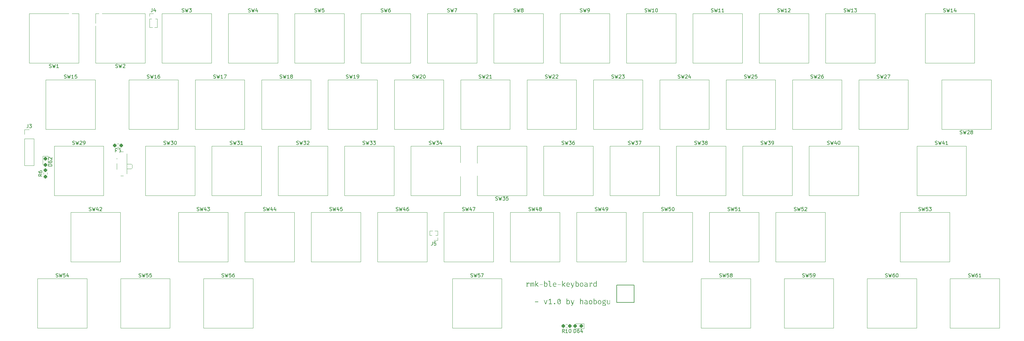
<source format=gbr>
%TF.GenerationSoftware,KiCad,Pcbnew,8.0.2*%
%TF.CreationDate,2024-05-13T14:37:15+08:00*%
%TF.ProjectId,rmk-ble-keyboard,726d6b2d-626c-4652-9d6b-6579626f6172,0*%
%TF.SameCoordinates,Original*%
%TF.FileFunction,Legend,Top*%
%TF.FilePolarity,Positive*%
%FSLAX46Y46*%
G04 Gerber Fmt 4.6, Leading zero omitted, Abs format (unit mm)*
G04 Created by KiCad (PCBNEW 8.0.2) date 2024-05-13 14:37:15*
%MOMM*%
%LPD*%
G01*
G04 APERTURE LIST*
G04 Aperture macros list*
%AMRoundRect*
0 Rectangle with rounded corners*
0 $1 Rounding radius*
0 $2 $3 $4 $5 $6 $7 $8 $9 X,Y pos of 4 corners*
0 Add a 4 corners polygon primitive as box body*
4,1,4,$2,$3,$4,$5,$6,$7,$8,$9,$2,$3,0*
0 Add four circle primitives for the rounded corners*
1,1,$1+$1,$2,$3*
1,1,$1+$1,$4,$5*
1,1,$1+$1,$6,$7*
1,1,$1+$1,$8,$9*
0 Add four rect primitives between the rounded corners*
20,1,$1+$1,$2,$3,$4,$5,0*
20,1,$1+$1,$4,$5,$6,$7,0*
20,1,$1+$1,$6,$7,$8,$9,0*
20,1,$1+$1,$8,$9,$2,$3,0*%
G04 Aperture macros list end*
%ADD10C,0.150000*%
%ADD11C,0.300000*%
%ADD12C,0.120000*%
%ADD13O,0.800000X0.800000*%
%ADD14C,1.750000*%
%ADD15C,4.000000*%
%ADD16C,3.600000*%
%ADD17RoundRect,0.237500X-0.250000X-0.237500X0.250000X-0.237500X0.250000X0.237500X-0.250000X0.237500X0*%
%ADD18C,3.048000*%
%ADD19C,3.987800*%
%ADD20R,1.700000X1.700000*%
%ADD21O,1.700000X1.700000*%
%ADD22O,9.999980X5.001260*%
%ADD23R,0.800000X1.000000*%
%ADD24C,0.900000*%
%ADD25R,1.500000X0.700000*%
%ADD26RoundRect,0.237500X0.287500X0.237500X-0.287500X0.237500X-0.287500X-0.237500X0.287500X-0.237500X0*%
%ADD27R,1.000000X1.000000*%
%ADD28O,1.000000X1.000000*%
%ADD29C,6.000000*%
%ADD30RoundRect,0.237500X0.237500X-0.250000X0.237500X0.250000X-0.237500X0.250000X-0.237500X-0.250000X0*%
%ADD31C,7.001300*%
%ADD32RoundRect,0.237500X0.250000X0.237500X-0.250000X0.237500X-0.250000X-0.237500X0.250000X-0.237500X0*%
%ADD33C,7.000240*%
%ADD34RoundRect,0.237500X-0.237500X0.287500X-0.237500X-0.287500X0.237500X-0.287500X0.237500X0.287500X0*%
%ADD35C,0.650000*%
%ADD36O,1.000000X1.800000*%
%ADD37O,1.000000X2.100000*%
G04 APERTURE END LIST*
D10*
X170710000Y14430000D02*
X175710000Y14430000D01*
X175710000Y9430000D01*
X170710000Y9430000D01*
X170710000Y14430000D01*
D11*
G36*
X145441123Y15107366D02*
G01*
X145515495Y15101504D01*
X145588805Y15085449D01*
X145605987Y15080988D01*
X145590233Y14716455D01*
X145437826Y14716455D01*
X145437826Y14949097D01*
X145442955Y14970346D01*
X145424637Y14966682D01*
X145345453Y14957666D01*
X145274141Y14930618D01*
X145210700Y14885538D01*
X145198956Y14874358D01*
X145149661Y14814402D01*
X145110271Y14747289D01*
X145079224Y14677896D01*
X145051367Y14598545D01*
X145047648Y14586396D01*
X145047648Y14075684D01*
X145280289Y14075684D01*
X145280289Y13935000D01*
X144706563Y13935000D01*
X144706563Y14075684D01*
X144890844Y14075684D01*
X144890844Y14966682D01*
X144706563Y14966682D01*
X144706563Y15083919D01*
X145015408Y15083919D01*
X145037390Y14854208D01*
X145075464Y14918286D01*
X145121911Y14975424D01*
X145176730Y15025620D01*
X145188698Y15034826D01*
X145255223Y15073080D01*
X145332983Y15097165D01*
X145412571Y15106729D01*
X145441123Y15107366D01*
G37*
G36*
X146716803Y15107366D02*
G01*
X146793624Y15096148D01*
X146863160Y15054702D01*
X146905544Y14994870D01*
X146932033Y14912601D01*
X146941967Y14826904D01*
X146942850Y14788263D01*
X146942850Y13935000D01*
X146788244Y13935000D01*
X146788244Y14753092D01*
X146787037Y14827565D01*
X146782749Y14886082D01*
X146760401Y14947631D01*
X146703981Y14966682D01*
X146630711Y14950904D01*
X146593339Y14930046D01*
X146538495Y14880859D01*
X146494054Y14819770D01*
X146494054Y13935000D01*
X146321863Y13935000D01*
X146321863Y14753092D01*
X146320736Y14827565D01*
X146316734Y14886082D01*
X146294019Y14947631D01*
X146237599Y14966682D01*
X146165306Y14952335D01*
X146099096Y14909295D01*
X146050507Y14854203D01*
X146027672Y14819770D01*
X146027672Y13935000D01*
X145874898Y13935000D01*
X145874898Y15083919D01*
X146007522Y15083919D01*
X146013750Y14960454D01*
X146063027Y15020071D01*
X146107906Y15059372D01*
X146174676Y15095368D01*
X146247421Y15107319D01*
X146252620Y15107366D01*
X146332258Y15097909D01*
X146402036Y15064663D01*
X146450832Y15007479D01*
X146471706Y14956058D01*
X146516860Y15016697D01*
X146567693Y15062303D01*
X146635013Y15096100D01*
X146711268Y15107322D01*
X146716803Y15107366D01*
G37*
G36*
X147293094Y15539310D02*
G01*
X147449898Y15560925D01*
X147449898Y13935000D01*
X147293094Y13935000D01*
X147293094Y15539310D01*
G37*
G36*
X147995781Y15083919D02*
G01*
X148229521Y15083919D01*
X147666420Y14554889D01*
X148295101Y13935000D01*
X148069054Y13935000D01*
X147444036Y14553057D01*
X147995781Y15083919D01*
G37*
G36*
X149423869Y14450841D02*
G01*
X148558150Y14450841D01*
X148558150Y14591525D01*
X149423869Y14591525D01*
X149423869Y14450841D01*
G37*
G36*
X150017013Y14941770D02*
G01*
X150069064Y14999343D01*
X150128370Y15044031D01*
X150149270Y15056808D01*
X150216384Y15087617D01*
X150288031Y15104206D01*
X150338314Y15107366D01*
X150419080Y15101789D01*
X150491294Y15085058D01*
X150564734Y15051441D01*
X150626534Y15002642D01*
X150670240Y14948730D01*
X150711210Y14873632D01*
X150738319Y14799941D01*
X150758034Y14717647D01*
X150768815Y14642496D01*
X150774463Y14561370D01*
X150775387Y14509826D01*
X150772845Y14435407D01*
X150763714Y14354949D01*
X150747943Y14279393D01*
X150725532Y14208736D01*
X150722264Y14200248D01*
X150688618Y14128990D01*
X150647032Y14066889D01*
X150591512Y14008628D01*
X150566559Y13988490D01*
X150498188Y13947918D01*
X150421301Y13922372D01*
X150344823Y13912229D01*
X150317798Y13911553D01*
X150241995Y13916551D01*
X150168014Y13933243D01*
X150131685Y13947091D01*
X150065020Y13984695D01*
X150009319Y14036850D01*
X149998695Y13935000D01*
X149860209Y13935000D01*
X149860209Y14769212D01*
X150017013Y14769212D01*
X150017013Y14200615D01*
X150065742Y14143739D01*
X150126063Y14098133D01*
X150134982Y14092904D01*
X150204840Y14063714D01*
X150278401Y14052396D01*
X150288489Y14052237D01*
X150368332Y14061279D01*
X150436815Y14088404D01*
X150499583Y14139752D01*
X150520764Y14166543D01*
X150555866Y14231069D01*
X150580939Y14309974D01*
X150594651Y14390813D01*
X150600292Y14468866D01*
X150600997Y14510925D01*
X150598473Y14590833D01*
X150589146Y14674551D01*
X150572948Y14748032D01*
X150546020Y14819473D01*
X150529190Y14850178D01*
X150477799Y14911616D01*
X150413385Y14950299D01*
X150335947Y14966227D01*
X150318897Y14966682D01*
X150245888Y14957250D01*
X150178080Y14928952D01*
X150148538Y14909529D01*
X150089538Y14858800D01*
X150038157Y14799484D01*
X150017013Y14769212D01*
X149860209Y14769212D01*
X149860209Y15542241D01*
X150017013Y15563856D01*
X150017013Y14941770D01*
G37*
G36*
X151570031Y14202813D02*
G01*
X151585564Y14127941D01*
X151619124Y14088141D01*
X151687169Y14059109D01*
X151757243Y14052237D01*
X151836000Y14059553D01*
X151908025Y14077173D01*
X151963506Y14096567D01*
X152010034Y13970904D01*
X151939113Y13941619D01*
X151886570Y13926940D01*
X151813425Y13914934D01*
X151744420Y13911553D01*
X151666362Y13918075D01*
X151595035Y13937639D01*
X151575893Y13945625D01*
X151512062Y13984834D01*
X151459236Y14041918D01*
X151456458Y14046009D01*
X151425165Y14113409D01*
X151413244Y14185757D01*
X151412861Y14202446D01*
X151412861Y15412181D01*
X151061884Y15412181D01*
X151061884Y15552865D01*
X151570031Y15552865D01*
X151570031Y14202813D01*
G37*
G36*
X152960267Y15102005D02*
G01*
X153037060Y15083472D01*
X153106555Y15051701D01*
X153125980Y15039589D01*
X153185071Y14991876D01*
X153234573Y14933000D01*
X153274486Y14862961D01*
X153281318Y14847614D01*
X153307175Y14774040D01*
X153324569Y14693453D01*
X153332927Y14615933D01*
X153334808Y14554156D01*
X153332147Y14478362D01*
X153330778Y14450841D01*
X152562878Y14450841D01*
X152568316Y14375400D01*
X152584216Y14300101D01*
X152610505Y14232855D01*
X152649197Y14170584D01*
X152704625Y14114865D01*
X152731772Y14096567D01*
X152801105Y14066263D01*
X152877030Y14052930D01*
X152899933Y14052237D01*
X152975045Y14057631D01*
X153047356Y14075273D01*
X153051608Y14076783D01*
X153119657Y14107846D01*
X153185926Y14147789D01*
X153207679Y14162513D01*
X153290844Y14042345D01*
X153228713Y14000947D01*
X153157676Y13964772D01*
X153102166Y13943793D01*
X153027394Y13924147D01*
X152953651Y13913568D01*
X152905062Y13911553D01*
X152829088Y13916201D01*
X152749856Y13932543D01*
X152677232Y13960650D01*
X152632487Y13985925D01*
X152571890Y14032747D01*
X152519929Y14089133D01*
X152476604Y14155081D01*
X152456266Y14195852D01*
X152429819Y14266125D01*
X152410928Y14341756D01*
X152399594Y14422746D01*
X152395875Y14498007D01*
X152395816Y14509093D01*
X152398726Y14583245D01*
X152399804Y14591525D01*
X152565443Y14591525D01*
X153183866Y14591525D01*
X153178473Y14666280D01*
X153163424Y14742055D01*
X153135162Y14814985D01*
X153099968Y14868863D01*
X153045092Y14920447D01*
X152972745Y14955124D01*
X152896080Y14966587D01*
X152887843Y14966682D01*
X152812840Y14958548D01*
X152741040Y14931779D01*
X152727742Y14924184D01*
X152668360Y14874682D01*
X152623540Y14811049D01*
X152615268Y14795224D01*
X152588169Y14726050D01*
X152571167Y14648220D01*
X152565443Y14591525D01*
X152399804Y14591525D01*
X152409179Y14663524D01*
X152427234Y14739041D01*
X152452891Y14809795D01*
X152456632Y14818305D01*
X152495018Y14889889D01*
X152541344Y14952141D01*
X152595611Y15005061D01*
X152629190Y15030430D01*
X152694595Y15067621D01*
X152765100Y15092640D01*
X152840705Y15105488D01*
X152884912Y15107366D01*
X152960267Y15102005D01*
G37*
G36*
X154588140Y14450841D02*
G01*
X153722421Y14450841D01*
X153722421Y14591525D01*
X154588140Y14591525D01*
X154588140Y14450841D01*
G37*
G36*
X155039501Y15539310D02*
G01*
X155196304Y15560925D01*
X155196304Y13935000D01*
X155039501Y13935000D01*
X155039501Y15539310D01*
G37*
G36*
X155742187Y15083919D02*
G01*
X155975928Y15083919D01*
X155412826Y14554889D01*
X156041507Y13935000D01*
X155815460Y13935000D01*
X155190443Y14553057D01*
X155742187Y15083919D01*
G37*
G36*
X156833470Y15102005D02*
G01*
X156910263Y15083472D01*
X156979758Y15051701D01*
X156999183Y15039589D01*
X157058274Y14991876D01*
X157107776Y14933000D01*
X157147689Y14862961D01*
X157154521Y14847614D01*
X157180378Y14774040D01*
X157197773Y14693453D01*
X157206130Y14615933D01*
X157208011Y14554156D01*
X157205350Y14478362D01*
X157203981Y14450841D01*
X156436081Y14450841D01*
X156441519Y14375400D01*
X156457419Y14300101D01*
X156483709Y14232855D01*
X156522400Y14170584D01*
X156577828Y14114865D01*
X156604975Y14096567D01*
X156674308Y14066263D01*
X156750233Y14052930D01*
X156773136Y14052237D01*
X156848248Y14057631D01*
X156920559Y14075273D01*
X156924811Y14076783D01*
X156992860Y14107846D01*
X157059129Y14147789D01*
X157080882Y14162513D01*
X157164047Y14042345D01*
X157101916Y14000947D01*
X157030879Y13964772D01*
X156975369Y13943793D01*
X156900597Y13924147D01*
X156826854Y13913568D01*
X156778265Y13911553D01*
X156702291Y13916201D01*
X156623059Y13932543D01*
X156550435Y13960650D01*
X156505690Y13985925D01*
X156445093Y14032747D01*
X156393132Y14089133D01*
X156349807Y14155081D01*
X156329469Y14195852D01*
X156303022Y14266125D01*
X156284132Y14341756D01*
X156272797Y14422746D01*
X156269078Y14498007D01*
X156269019Y14509093D01*
X156271929Y14583245D01*
X156273007Y14591525D01*
X156438646Y14591525D01*
X157057069Y14591525D01*
X157051677Y14666280D01*
X157036627Y14742055D01*
X157008365Y14814985D01*
X156973171Y14868863D01*
X156918295Y14920447D01*
X156845948Y14955124D01*
X156769283Y14966587D01*
X156761046Y14966682D01*
X156686043Y14958548D01*
X156614243Y14931779D01*
X156600945Y14924184D01*
X156541563Y14874682D01*
X156496743Y14811049D01*
X156488471Y14795224D01*
X156461372Y14726050D01*
X156444370Y14648220D01*
X156438646Y14591525D01*
X156273007Y14591525D01*
X156282382Y14663524D01*
X156300437Y14739041D01*
X156326094Y14809795D01*
X156329836Y14818305D01*
X156368221Y14889889D01*
X156414547Y14952141D01*
X156468814Y15005061D01*
X156502393Y15030430D01*
X156567798Y15067621D01*
X156638303Y15092640D01*
X156713908Y15105488D01*
X156758115Y15107366D01*
X156833470Y15102005D01*
G37*
G36*
X158127951Y13932070D02*
G01*
X158099594Y13858739D01*
X158069018Y13791706D01*
X158032823Y13725243D01*
X158029399Y13719578D01*
X157983100Y13655797D01*
X157926085Y13599640D01*
X157882121Y13566438D01*
X157811859Y13528275D01*
X157736640Y13502973D01*
X157659705Y13487849D01*
X157641420Y13485472D01*
X157612843Y13623957D01*
X157684549Y13639521D01*
X157755578Y13663014D01*
X157802254Y13686606D01*
X157860963Y13732218D01*
X157905202Y13787722D01*
X157940190Y13854767D01*
X157966897Y13924250D01*
X157970415Y13935000D01*
X157934511Y13935000D01*
X157519420Y15083919D01*
X157689047Y15083919D01*
X158036727Y14095102D01*
X158373415Y15083919D01*
X158537180Y15083919D01*
X158127951Y13932070D01*
G37*
G36*
X159054487Y14941770D02*
G01*
X159106538Y14999343D01*
X159165844Y15044031D01*
X159186744Y15056808D01*
X159253857Y15087617D01*
X159325505Y15104206D01*
X159375788Y15107366D01*
X159456554Y15101789D01*
X159528768Y15085058D01*
X159602208Y15051441D01*
X159664008Y15002642D01*
X159707714Y14948730D01*
X159748684Y14873632D01*
X159775792Y14799941D01*
X159795507Y14717647D01*
X159806289Y14642496D01*
X159811936Y14561370D01*
X159812861Y14509826D01*
X159810319Y14435407D01*
X159801188Y14354949D01*
X159785417Y14279393D01*
X159763006Y14208736D01*
X159759738Y14200248D01*
X159726092Y14128990D01*
X159684506Y14066889D01*
X159628986Y14008628D01*
X159604033Y13988490D01*
X159535662Y13947918D01*
X159458775Y13922372D01*
X159382297Y13912229D01*
X159355272Y13911553D01*
X159279469Y13916551D01*
X159205488Y13933243D01*
X159169159Y13947091D01*
X159102494Y13984695D01*
X159046793Y14036850D01*
X159036168Y13935000D01*
X158897683Y13935000D01*
X158897683Y14769212D01*
X159054487Y14769212D01*
X159054487Y14200615D01*
X159103216Y14143739D01*
X159163537Y14098133D01*
X159172456Y14092904D01*
X159242314Y14063714D01*
X159315875Y14052396D01*
X159325963Y14052237D01*
X159405806Y14061279D01*
X159474289Y14088404D01*
X159537057Y14139752D01*
X159558237Y14166543D01*
X159593340Y14231069D01*
X159618413Y14309974D01*
X159632125Y14390813D01*
X159637766Y14468866D01*
X159638471Y14510925D01*
X159635947Y14590833D01*
X159626620Y14674551D01*
X159610421Y14748032D01*
X159583494Y14819473D01*
X159566664Y14850178D01*
X159515273Y14911616D01*
X159450858Y14950299D01*
X159373421Y14966227D01*
X159356371Y14966682D01*
X159283362Y14957250D01*
X159215554Y14928952D01*
X159186011Y14909529D01*
X159127012Y14858800D01*
X159075631Y14799484D01*
X159054487Y14769212D01*
X158897683Y14769212D01*
X158897683Y15542241D01*
X159054487Y15563856D01*
X159054487Y14941770D01*
G37*
G36*
X160688769Y15102787D02*
G01*
X160765601Y15086687D01*
X160834841Y15058995D01*
X160876782Y15034093D01*
X160938542Y14982552D01*
X160989640Y14919061D01*
X161026512Y14851702D01*
X161036884Y14827097D01*
X161059965Y14756985D01*
X161076451Y14680735D01*
X161086343Y14598349D01*
X161089589Y14521227D01*
X161089640Y14509826D01*
X161087028Y14436228D01*
X161077646Y14356366D01*
X161061440Y14281038D01*
X161038410Y14210244D01*
X161035052Y14201714D01*
X161000263Y14130072D01*
X160956896Y14067646D01*
X160904951Y14014435D01*
X160872386Y13988856D01*
X160807851Y13951488D01*
X160736245Y13926349D01*
X160657567Y13913440D01*
X160610802Y13911553D01*
X160535926Y13916224D01*
X160458807Y13932646D01*
X160389223Y13960892D01*
X160347020Y13986291D01*
X160284960Y14038799D01*
X160238099Y14095967D01*
X160199758Y14162524D01*
X160185453Y14195119D01*
X160161891Y14264957D01*
X160145061Y14340383D01*
X160134964Y14421395D01*
X160131650Y14496864D01*
X160131601Y14507261D01*
X160301591Y14507261D01*
X160304308Y14425944D01*
X160312461Y14352624D01*
X160331787Y14267307D01*
X160360776Y14196210D01*
X160410600Y14127334D01*
X160475522Y14080676D01*
X160555543Y14056236D01*
X160610802Y14052237D01*
X160699881Y14063400D01*
X160773863Y14096888D01*
X160832746Y14152701D01*
X160876531Y14230840D01*
X160900688Y14309425D01*
X160915182Y14402298D01*
X160919711Y14481330D01*
X160920013Y14509460D01*
X160917325Y14591170D01*
X160909259Y14664844D01*
X160890139Y14750573D01*
X160861460Y14822014D01*
X160812167Y14891223D01*
X160747937Y14938106D01*
X160668769Y14962664D01*
X160614099Y14966682D01*
X160540855Y14959504D01*
X160463033Y14930341D01*
X160400470Y14878746D01*
X160353167Y14804719D01*
X160326310Y14729345D01*
X160309220Y14639614D01*
X160302811Y14562894D01*
X160301591Y14507261D01*
X160131601Y14507261D01*
X160131598Y14507994D01*
X160134192Y14583681D01*
X160143512Y14665157D01*
X160159609Y14741275D01*
X160182484Y14812035D01*
X160185819Y14820503D01*
X160220814Y14891852D01*
X160264387Y14953811D01*
X160316539Y15006381D01*
X160349218Y15031529D01*
X160414310Y15068188D01*
X160486763Y15092850D01*
X160566577Y15105515D01*
X160614099Y15107366D01*
X160688769Y15102787D01*
G37*
G36*
X161935695Y15102966D02*
G01*
X162013950Y15087959D01*
X162082854Y15062303D01*
X162146429Y15023303D01*
X162200652Y14969308D01*
X162223538Y14935175D01*
X162254374Y14864078D01*
X162268886Y14790078D01*
X162271165Y14743200D01*
X162271165Y14175335D01*
X162282499Y14100460D01*
X162291315Y14083744D01*
X162353583Y14042631D01*
X162371182Y14036850D01*
X162327585Y13908622D01*
X162253121Y13929780D01*
X162193862Y13966141D01*
X162145822Y14022998D01*
X162128283Y14067258D01*
X162074761Y14010468D01*
X162012357Y13968282D01*
X161990163Y13956616D01*
X161918448Y13929156D01*
X161840137Y13914370D01*
X161784267Y13911553D01*
X161709649Y13916748D01*
X161636147Y13934265D01*
X161586430Y13955517D01*
X161524673Y13997465D01*
X161472500Y14056570D01*
X161457470Y14081180D01*
X161428531Y14151974D01*
X161414912Y14225158D01*
X161412773Y14271323D01*
X161413232Y14276452D01*
X161583866Y14276452D01*
X161591645Y14199636D01*
X161620386Y14130463D01*
X161639187Y14107558D01*
X161704332Y14067850D01*
X161782280Y14053101D01*
X161810279Y14052237D01*
X161885823Y14060512D01*
X161957299Y14085336D01*
X161976974Y14095468D01*
X162040738Y14139186D01*
X162094823Y14194684D01*
X162108499Y14212705D01*
X162108499Y14521183D01*
X161933011Y14521183D01*
X161856047Y14518133D01*
X161780581Y14507176D01*
X161704990Y14482275D01*
X161664466Y14457436D01*
X161615350Y14402275D01*
X161588903Y14331865D01*
X161583866Y14276452D01*
X161413232Y14276452D01*
X161419400Y14345349D01*
X161443202Y14420076D01*
X161484315Y14484270D01*
X161542739Y14537931D01*
X161551259Y14543898D01*
X161617757Y14580728D01*
X161695755Y14608513D01*
X161771765Y14625128D01*
X161856223Y14635097D01*
X161933059Y14638328D01*
X161949131Y14638420D01*
X162108499Y14638420D01*
X162108499Y14737338D01*
X162100360Y14813326D01*
X162069756Y14882144D01*
X162039623Y14913193D01*
X161973135Y14947825D01*
X161899969Y14963339D01*
X161837023Y14966682D01*
X161761885Y14961582D01*
X161689694Y14948484D01*
X161612419Y14927327D01*
X161540635Y14902202D01*
X161493740Y15036658D01*
X161566359Y15061212D01*
X161638865Y15081382D01*
X161688646Y15091979D01*
X161762597Y15102498D01*
X161840897Y15107231D01*
X161856441Y15107366D01*
X161935695Y15102966D01*
G37*
G36*
X163516071Y15107366D02*
G01*
X163590443Y15101504D01*
X163663752Y15085449D01*
X163680935Y15080988D01*
X163665181Y14716455D01*
X163512773Y14716455D01*
X163512773Y14949097D01*
X163517903Y14970346D01*
X163499584Y14966682D01*
X163420401Y14957666D01*
X163349089Y14930618D01*
X163285648Y14885538D01*
X163273904Y14874358D01*
X163224609Y14814402D01*
X163185219Y14747289D01*
X163154171Y14677896D01*
X163126315Y14598545D01*
X163122595Y14586396D01*
X163122595Y14075684D01*
X163355237Y14075684D01*
X163355237Y13935000D01*
X162781510Y13935000D01*
X162781510Y14075684D01*
X162965792Y14075684D01*
X162965792Y14966682D01*
X162781510Y14966682D01*
X162781510Y15083919D01*
X163090355Y15083919D01*
X163112337Y14854208D01*
X163150412Y14918286D01*
X163196859Y14975424D01*
X163251677Y15025620D01*
X163263646Y15034826D01*
X163330171Y15073080D01*
X163407930Y15097165D01*
X163487519Y15106729D01*
X163516071Y15107366D01*
G37*
G36*
X164906057Y15542241D02*
G01*
X164906057Y13935000D01*
X164767205Y13935000D01*
X164752550Y14068357D01*
X164703223Y14012608D01*
X164639870Y13966536D01*
X164619193Y13955151D01*
X164548199Y13926923D01*
X164473335Y13913086D01*
X164437477Y13911553D01*
X164357599Y13917195D01*
X164285579Y13934119D01*
X164211485Y13968124D01*
X164148085Y14017487D01*
X164102254Y14072021D01*
X164064404Y14136313D01*
X164034385Y14208566D01*
X164012197Y14288778D01*
X163999689Y14361702D01*
X163992619Y14440154D01*
X163990879Y14506895D01*
X163990892Y14507261D01*
X164164902Y14507261D01*
X164167504Y14428062D01*
X164177116Y14344877D01*
X164193810Y14271615D01*
X164221562Y14200036D01*
X164238907Y14169107D01*
X164285897Y14112612D01*
X164350683Y14071525D01*
X164428707Y14053264D01*
X164454696Y14052237D01*
X164537380Y14063571D01*
X164613973Y14097575D01*
X164675995Y14145923D01*
X164725446Y14201178D01*
X164748886Y14233587D01*
X164748886Y14804383D01*
X164703656Y14864680D01*
X164644457Y14915121D01*
X164631284Y14923451D01*
X164562075Y14954481D01*
X164487715Y14966513D01*
X164477411Y14966682D01*
X164397567Y14957525D01*
X164329085Y14930052D01*
X164266316Y14878045D01*
X164245136Y14850911D01*
X164210033Y14786156D01*
X164184960Y14707296D01*
X164171248Y14626723D01*
X164165607Y14549066D01*
X164164902Y14507261D01*
X163990892Y14507261D01*
X163993456Y14580493D01*
X164002712Y14660355D01*
X164018701Y14735683D01*
X164041421Y14806477D01*
X164044734Y14815007D01*
X164078853Y14887061D01*
X164120623Y14949900D01*
X164176007Y15008911D01*
X164200806Y15029331D01*
X164268640Y15070482D01*
X164343917Y15096392D01*
X164418028Y15106680D01*
X164444071Y15107366D01*
X164519376Y15101647D01*
X164592934Y15082545D01*
X164629085Y15066700D01*
X164695187Y15026181D01*
X164748886Y14973643D01*
X164748886Y15563856D01*
X164906057Y15542241D01*
G37*
G36*
X148132801Y9504631D02*
G01*
X147267083Y9504631D01*
X147267083Y9645315D01*
X148132801Y9645315D01*
X148132801Y9504631D01*
G37*
G36*
X150629207Y10043919D02*
G01*
X150794438Y10043919D01*
X150364692Y8895000D01*
X150194333Y8895000D01*
X149770083Y10043919D01*
X149933848Y10043919D01*
X150285558Y9074885D01*
X150629207Y10043919D01*
G37*
G36*
X151712913Y10395629D02*
G01*
X151712913Y9035684D01*
X152032016Y9035684D01*
X152032016Y8895000D01*
X151186814Y8895000D01*
X151186814Y9035684D01*
X151552812Y9035684D01*
X151552812Y10192663D01*
X151210628Y9989331D01*
X151139187Y10105468D01*
X151581388Y10395629D01*
X151712913Y10395629D01*
G37*
G36*
X152677184Y9061330D02*
G01*
X152691718Y9135631D01*
X152700997Y9154753D01*
X152749736Y9210673D01*
X152767309Y9222164D01*
X152838954Y9245536D01*
X152861099Y9246710D01*
X152935356Y9233109D01*
X152957452Y9222530D01*
X153013373Y9173345D01*
X153024863Y9155485D01*
X153048235Y9083492D01*
X153049410Y9061330D01*
X153035809Y8987347D01*
X153025230Y8964976D01*
X152975821Y8908259D01*
X152957819Y8896466D01*
X152887339Y8873110D01*
X152861099Y8871553D01*
X152788971Y8885567D01*
X152767309Y8896466D01*
X152712435Y8946796D01*
X152700997Y8964976D01*
X152678672Y9035524D01*
X152677184Y9061330D01*
G37*
G36*
X154240308Y10412043D02*
G01*
X154317065Y10390946D01*
X154385732Y10355784D01*
X154446311Y10306556D01*
X154498801Y10243264D01*
X154514501Y10219041D01*
X154549647Y10152299D01*
X154578836Y10077096D01*
X154602068Y9993432D01*
X154616365Y9920408D01*
X154626850Y9841969D01*
X154633521Y9758114D01*
X154636381Y9668844D01*
X154636500Y9645681D01*
X154634594Y9554634D01*
X154628875Y9469070D01*
X154619344Y9388991D01*
X154606000Y9314396D01*
X154583959Y9228864D01*
X154555961Y9151901D01*
X154522006Y9083506D01*
X154514501Y9070855D01*
X154464706Y9003124D01*
X154406824Y8949406D01*
X154340852Y8909701D01*
X154266793Y8884010D01*
X154184644Y8872332D01*
X154155464Y8871553D01*
X154070967Y8878586D01*
X153994429Y8899683D01*
X153925852Y8934845D01*
X153865234Y8984073D01*
X153812577Y9047365D01*
X153796793Y9071588D01*
X153775061Y9112621D01*
X153955795Y9112621D01*
X154009968Y9055469D01*
X154079293Y9022040D01*
X154155464Y9012237D01*
X154231291Y9024322D01*
X154297208Y9060576D01*
X154353213Y9120999D01*
X154380045Y9165011D01*
X154411736Y9240232D01*
X154432705Y9317795D01*
X154445810Y9391660D01*
X154454944Y9473915D01*
X154460107Y9564560D01*
X154461378Y9643116D01*
X154460331Y9725219D01*
X154457192Y9800023D01*
X154450662Y9880154D01*
X154439234Y9960356D01*
X154421150Y10034499D01*
X154418513Y10042453D01*
X153955795Y9112621D01*
X153775061Y9112621D01*
X153761436Y9138348D01*
X153732071Y9213604D01*
X153708699Y9297358D01*
X153694316Y9370479D01*
X153683769Y9449039D01*
X153677057Y9533036D01*
X153674181Y9622472D01*
X153674067Y9644582D01*
X153850282Y9644582D01*
X153851221Y9568073D01*
X153854828Y9484645D01*
X153861139Y9410362D01*
X153871921Y9335256D01*
X153888750Y9264662D01*
X154350736Y10182771D01*
X154296917Y10237211D01*
X154229159Y10269054D01*
X154155464Y10278392D01*
X154079961Y10266220D01*
X154014196Y10229706D01*
X153958168Y10168848D01*
X153931249Y10124519D01*
X153899700Y10049085D01*
X153878826Y9971256D01*
X153865780Y9897110D01*
X153856687Y9814520D01*
X153851547Y9723488D01*
X153850282Y9644582D01*
X153674067Y9644582D01*
X153674061Y9645681D01*
X153675979Y9736305D01*
X153681732Y9821513D01*
X153691320Y9901306D01*
X153704744Y9975684D01*
X153726917Y10061040D01*
X153755083Y10137936D01*
X153789242Y10206370D01*
X153796793Y10219041D01*
X153846797Y10287022D01*
X153904762Y10340937D01*
X153970686Y10380788D01*
X154044570Y10406574D01*
X154126413Y10418294D01*
X154155464Y10419076D01*
X154240308Y10412043D01*
G37*
G36*
X156472351Y9901770D02*
G01*
X156524402Y9959343D01*
X156583709Y10004031D01*
X156604609Y10016808D01*
X156671722Y10047617D01*
X156743369Y10064206D01*
X156793653Y10067366D01*
X156874419Y10061789D01*
X156946633Y10045058D01*
X157020073Y10011441D01*
X157081873Y9962642D01*
X157125579Y9908730D01*
X157166549Y9833632D01*
X157193657Y9759941D01*
X157213372Y9677647D01*
X157224154Y9602496D01*
X157229801Y9521370D01*
X157230725Y9469826D01*
X157228183Y9395407D01*
X157219053Y9314949D01*
X157203282Y9239393D01*
X157180871Y9168736D01*
X157177602Y9160248D01*
X157143957Y9088990D01*
X157102370Y9026889D01*
X157046850Y8968628D01*
X157021898Y8948490D01*
X156953526Y8907918D01*
X156876640Y8882372D01*
X156800162Y8872229D01*
X156773136Y8871553D01*
X156697333Y8876551D01*
X156623353Y8893243D01*
X156587023Y8907091D01*
X156520359Y8944695D01*
X156464658Y8996850D01*
X156454033Y8895000D01*
X156315547Y8895000D01*
X156315547Y9729212D01*
X156472351Y9729212D01*
X156472351Y9160615D01*
X156521081Y9103739D01*
X156581402Y9058133D01*
X156590321Y9052904D01*
X156660178Y9023714D01*
X156733739Y9012396D01*
X156743827Y9012237D01*
X156823670Y9021279D01*
X156892153Y9048404D01*
X156954922Y9099752D01*
X156976102Y9126543D01*
X157011204Y9191069D01*
X157036277Y9269974D01*
X157049989Y9350813D01*
X157055631Y9428866D01*
X157056336Y9470925D01*
X157053811Y9550833D01*
X157044485Y9634551D01*
X157028286Y9708032D01*
X157001358Y9779473D01*
X156984528Y9810178D01*
X156933137Y9871616D01*
X156868723Y9910299D01*
X156791286Y9926227D01*
X156774235Y9926682D01*
X156701227Y9917250D01*
X156633418Y9888952D01*
X156603876Y9869529D01*
X156544877Y9818800D01*
X156493496Y9759484D01*
X156472351Y9729212D01*
X156315547Y9729212D01*
X156315547Y10502241D01*
X156472351Y10523856D01*
X156472351Y9901770D01*
G37*
G36*
X158127951Y8892070D02*
G01*
X158099594Y8818739D01*
X158069018Y8751706D01*
X158032823Y8685243D01*
X158029399Y8679578D01*
X157983100Y8615797D01*
X157926085Y8559640D01*
X157882121Y8526438D01*
X157811859Y8488275D01*
X157736640Y8462973D01*
X157659705Y8447849D01*
X157641420Y8445472D01*
X157612843Y8583957D01*
X157684549Y8599521D01*
X157755578Y8623014D01*
X157802254Y8646606D01*
X157860963Y8692218D01*
X157905202Y8747722D01*
X157940190Y8814767D01*
X157966897Y8884250D01*
X157970415Y8895000D01*
X157934511Y8895000D01*
X157519420Y10043919D01*
X157689047Y10043919D01*
X158036727Y9055102D01*
X158373415Y10043919D01*
X158537180Y10043919D01*
X158127951Y8892070D01*
G37*
G36*
X160345554Y9892610D02*
G01*
X160395242Y9948319D01*
X160455693Y9992386D01*
X160492100Y10013144D01*
X160563318Y10044015D01*
X160635921Y10062071D01*
X160703126Y10067366D01*
X160781093Y10061997D01*
X160863933Y10040183D01*
X160930529Y10001589D01*
X160980883Y9946216D01*
X161014993Y9874063D01*
X161032861Y9785130D01*
X161035785Y9723716D01*
X161035785Y8895000D01*
X160878981Y8895000D01*
X160878981Y9742035D01*
X160869163Y9815455D01*
X160830845Y9878777D01*
X160827690Y9881619D01*
X160762294Y9915417D01*
X160688388Y9926286D01*
X160668688Y9926682D01*
X160594898Y9916945D01*
X160538628Y9895908D01*
X160474905Y9858557D01*
X160424689Y9817872D01*
X160372400Y9762701D01*
X160345554Y9725548D01*
X160345554Y8895000D01*
X160188750Y8895000D01*
X160188750Y10498943D01*
X160345554Y10517994D01*
X160345554Y9892610D01*
G37*
G36*
X161935695Y10062966D02*
G01*
X162013950Y10047959D01*
X162082854Y10022303D01*
X162146429Y9983303D01*
X162200652Y9929308D01*
X162223538Y9895175D01*
X162254374Y9824078D01*
X162268886Y9750078D01*
X162271165Y9703200D01*
X162271165Y9135335D01*
X162282499Y9060460D01*
X162291315Y9043744D01*
X162353583Y9002631D01*
X162371182Y8996850D01*
X162327585Y8868622D01*
X162253121Y8889780D01*
X162193862Y8926141D01*
X162145822Y8982998D01*
X162128283Y9027258D01*
X162074761Y8970468D01*
X162012357Y8928282D01*
X161990163Y8916616D01*
X161918448Y8889156D01*
X161840137Y8874370D01*
X161784267Y8871553D01*
X161709649Y8876748D01*
X161636147Y8894265D01*
X161586430Y8915517D01*
X161524673Y8957465D01*
X161472500Y9016570D01*
X161457470Y9041180D01*
X161428531Y9111974D01*
X161414912Y9185158D01*
X161412773Y9231323D01*
X161413232Y9236452D01*
X161583866Y9236452D01*
X161591645Y9159636D01*
X161620386Y9090463D01*
X161639187Y9067558D01*
X161704332Y9027850D01*
X161782280Y9013101D01*
X161810279Y9012237D01*
X161885823Y9020512D01*
X161957299Y9045336D01*
X161976974Y9055468D01*
X162040738Y9099186D01*
X162094823Y9154684D01*
X162108499Y9172705D01*
X162108499Y9481183D01*
X161933011Y9481183D01*
X161856047Y9478133D01*
X161780581Y9467176D01*
X161704990Y9442275D01*
X161664466Y9417436D01*
X161615350Y9362275D01*
X161588903Y9291865D01*
X161583866Y9236452D01*
X161413232Y9236452D01*
X161419400Y9305349D01*
X161443202Y9380076D01*
X161484315Y9444270D01*
X161542739Y9497931D01*
X161551259Y9503898D01*
X161617757Y9540728D01*
X161695755Y9568513D01*
X161771765Y9585128D01*
X161856223Y9595097D01*
X161933059Y9598328D01*
X161949131Y9598420D01*
X162108499Y9598420D01*
X162108499Y9697338D01*
X162100360Y9773326D01*
X162069756Y9842144D01*
X162039623Y9873193D01*
X161973135Y9907825D01*
X161899969Y9923339D01*
X161837023Y9926682D01*
X161761885Y9921582D01*
X161689694Y9908484D01*
X161612419Y9887327D01*
X161540635Y9862202D01*
X161493740Y9996658D01*
X161566359Y10021212D01*
X161638865Y10041382D01*
X161688646Y10051979D01*
X161762597Y10062498D01*
X161840897Y10067231D01*
X161856441Y10067366D01*
X161935695Y10062966D01*
G37*
G36*
X163270904Y10062787D02*
G01*
X163347737Y10046687D01*
X163416976Y10018995D01*
X163458918Y9994093D01*
X163520677Y9942552D01*
X163571775Y9879061D01*
X163608647Y9811702D01*
X163619019Y9787097D01*
X163642100Y9716985D01*
X163658586Y9640735D01*
X163668478Y9558349D01*
X163671724Y9481227D01*
X163671775Y9469826D01*
X163669163Y9396228D01*
X163659781Y9316366D01*
X163643575Y9241038D01*
X163620546Y9170244D01*
X163617187Y9161714D01*
X163582398Y9090072D01*
X163539031Y9027646D01*
X163487086Y8974435D01*
X163454521Y8948856D01*
X163389986Y8911488D01*
X163318380Y8886349D01*
X163239703Y8873440D01*
X163192937Y8871553D01*
X163118062Y8876224D01*
X163040943Y8892646D01*
X162971359Y8920892D01*
X162929155Y8946291D01*
X162867095Y8998799D01*
X162820234Y9055967D01*
X162781894Y9122524D01*
X162767588Y9155119D01*
X162744027Y9224957D01*
X162727197Y9300383D01*
X162717099Y9381395D01*
X162713786Y9456864D01*
X162713736Y9467261D01*
X162883726Y9467261D01*
X162886444Y9385944D01*
X162894597Y9312624D01*
X162913922Y9227307D01*
X162942911Y9156210D01*
X162992735Y9087334D01*
X163057657Y9040676D01*
X163137678Y9016236D01*
X163192937Y9012237D01*
X163282017Y9023400D01*
X163355998Y9056888D01*
X163414881Y9112701D01*
X163458666Y9190840D01*
X163482823Y9269425D01*
X163497317Y9362298D01*
X163501847Y9441330D01*
X163502149Y9469460D01*
X163499460Y9551170D01*
X163491394Y9624844D01*
X163472274Y9710573D01*
X163443595Y9782014D01*
X163394302Y9851223D01*
X163330072Y9898106D01*
X163250905Y9922664D01*
X163196235Y9926682D01*
X163122990Y9919504D01*
X163045168Y9890341D01*
X162982606Y9838746D01*
X162935302Y9764719D01*
X162908446Y9689345D01*
X162891356Y9599614D01*
X162884947Y9522894D01*
X162883726Y9467261D01*
X162713736Y9467261D01*
X162713733Y9467994D01*
X162716328Y9543681D01*
X162725647Y9625157D01*
X162741744Y9701275D01*
X162764619Y9772035D01*
X162767955Y9780503D01*
X162802950Y9851852D01*
X162846523Y9913811D01*
X162898674Y9966381D01*
X162931353Y9991529D01*
X162996446Y10028188D01*
X163068899Y10052850D01*
X163148713Y10065515D01*
X163196235Y10067366D01*
X163270904Y10062787D01*
G37*
G36*
X164218757Y9901770D02*
G01*
X164270809Y9959343D01*
X164330115Y10004031D01*
X164351015Y10016808D01*
X164418128Y10047617D01*
X164489775Y10064206D01*
X164540059Y10067366D01*
X164620825Y10061789D01*
X164693039Y10045058D01*
X164766479Y10011441D01*
X164828279Y9962642D01*
X164871985Y9908730D01*
X164912955Y9833632D01*
X164940063Y9759941D01*
X164959778Y9677647D01*
X164970560Y9602496D01*
X164976207Y9521370D01*
X164977131Y9469826D01*
X164974589Y9395407D01*
X164965459Y9314949D01*
X164949688Y9239393D01*
X164927277Y9168736D01*
X164924009Y9160248D01*
X164890363Y9088990D01*
X164848777Y9026889D01*
X164793257Y8968628D01*
X164768304Y8948490D01*
X164699932Y8907918D01*
X164623046Y8882372D01*
X164546568Y8872229D01*
X164519542Y8871553D01*
X164443739Y8876551D01*
X164369759Y8893243D01*
X164333429Y8907091D01*
X164266765Y8944695D01*
X164211064Y8996850D01*
X164200439Y8895000D01*
X164061953Y8895000D01*
X164061953Y9729212D01*
X164218757Y9729212D01*
X164218757Y9160615D01*
X164267487Y9103739D01*
X164327808Y9058133D01*
X164336727Y9052904D01*
X164406585Y9023714D01*
X164480145Y9012396D01*
X164490233Y9012237D01*
X164570076Y9021279D01*
X164638559Y9048404D01*
X164701328Y9099752D01*
X164722508Y9126543D01*
X164757610Y9191069D01*
X164782684Y9269974D01*
X164796395Y9350813D01*
X164802037Y9428866D01*
X164802742Y9470925D01*
X164800218Y9550833D01*
X164790891Y9634551D01*
X164774692Y9708032D01*
X164747764Y9779473D01*
X164730935Y9810178D01*
X164679543Y9871616D01*
X164615129Y9910299D01*
X164537692Y9926227D01*
X164520642Y9926682D01*
X164447633Y9917250D01*
X164379825Y9888952D01*
X164350282Y9869529D01*
X164291283Y9818800D01*
X164239902Y9759484D01*
X164218757Y9729212D01*
X164061953Y9729212D01*
X164061953Y10502241D01*
X164218757Y10523856D01*
X164218757Y9901770D01*
G37*
G36*
X165853040Y10062787D02*
G01*
X165929872Y10046687D01*
X165999112Y10018995D01*
X166041053Y9994093D01*
X166102813Y9942552D01*
X166153911Y9879061D01*
X166190783Y9811702D01*
X166201154Y9787097D01*
X166224235Y9716985D01*
X166240722Y9640735D01*
X166250614Y9558349D01*
X166253859Y9481227D01*
X166253911Y9469826D01*
X166251299Y9396228D01*
X166241916Y9316366D01*
X166225710Y9241038D01*
X166202681Y9170244D01*
X166199323Y9161714D01*
X166164534Y9090072D01*
X166121167Y9027646D01*
X166069222Y8974435D01*
X166036657Y8948856D01*
X165972122Y8911488D01*
X165900515Y8886349D01*
X165821838Y8873440D01*
X165775073Y8871553D01*
X165700197Y8876224D01*
X165623078Y8892646D01*
X165553494Y8920892D01*
X165511290Y8946291D01*
X165449230Y8998799D01*
X165402370Y9055967D01*
X165364029Y9122524D01*
X165349724Y9155119D01*
X165326162Y9224957D01*
X165309332Y9300383D01*
X165299234Y9381395D01*
X165295921Y9456864D01*
X165295871Y9467261D01*
X165465861Y9467261D01*
X165468579Y9385944D01*
X165476732Y9312624D01*
X165496058Y9227307D01*
X165525046Y9156210D01*
X165574870Y9087334D01*
X165639793Y9040676D01*
X165719813Y9016236D01*
X165775073Y9012237D01*
X165864152Y9023400D01*
X165938133Y9056888D01*
X165997017Y9112701D01*
X166040801Y9190840D01*
X166064959Y9269425D01*
X166079453Y9362298D01*
X166083982Y9441330D01*
X166084284Y9469460D01*
X166081596Y9551170D01*
X166073529Y9624844D01*
X166054410Y9710573D01*
X166025730Y9782014D01*
X165976438Y9851223D01*
X165912207Y9898106D01*
X165833040Y9922664D01*
X165778370Y9926682D01*
X165705126Y9919504D01*
X165627304Y9890341D01*
X165564741Y9838746D01*
X165517437Y9764719D01*
X165490581Y9689345D01*
X165473491Y9599614D01*
X165467082Y9522894D01*
X165465861Y9467261D01*
X165295871Y9467261D01*
X165295868Y9467994D01*
X165298463Y9543681D01*
X165307782Y9625157D01*
X165323879Y9701275D01*
X165346754Y9772035D01*
X165350090Y9780503D01*
X165385085Y9851852D01*
X165428658Y9913811D01*
X165480809Y9966381D01*
X165513489Y9991529D01*
X165578581Y10028188D01*
X165651034Y10052850D01*
X165730848Y10065515D01*
X165778370Y10067366D01*
X165853040Y10062787D01*
G37*
G36*
X167614221Y9983469D02*
G01*
X167538814Y9965957D01*
X167461752Y9955619D01*
X167457051Y9955259D01*
X167380975Y9951257D01*
X167320031Y9950130D01*
X167378281Y9905509D01*
X167418583Y9854142D01*
X167452894Y9785500D01*
X167467991Y9708444D01*
X167468775Y9684882D01*
X167462844Y9609492D01*
X167442846Y9533964D01*
X167418583Y9481916D01*
X167374602Y9420659D01*
X167317947Y9370427D01*
X167273136Y9343064D01*
X167203536Y9314905D01*
X167125710Y9298435D01*
X167047822Y9293605D01*
X166974417Y9296287D01*
X166943775Y9299833D01*
X166871172Y9316370D01*
X166869036Y9317052D01*
X166830935Y9267593D01*
X166814082Y9200915D01*
X166846523Y9132806D01*
X166919192Y9108343D01*
X166961727Y9106026D01*
X167170554Y9106026D01*
X167244161Y9101221D01*
X167319423Y9085018D01*
X167372421Y9065360D01*
X167440909Y9027239D01*
X167496940Y8978961D01*
X167518600Y8953252D01*
X167555917Y8887866D01*
X167572709Y8811429D01*
X167573189Y8795349D01*
X167564373Y8716238D01*
X167537926Y8647063D01*
X167493848Y8587827D01*
X167432138Y8538528D01*
X167365170Y8503839D01*
X167287682Y8477670D01*
X167212892Y8462021D01*
X167130374Y8452631D01*
X167055706Y8449588D01*
X167040129Y8449502D01*
X166958864Y8451791D01*
X166877679Y8459841D01*
X166800184Y8475584D01*
X166766454Y8486138D01*
X166697452Y8519008D01*
X166640606Y8567407D01*
X166617711Y8598978D01*
X166588060Y8670745D01*
X166574777Y8746394D01*
X166571915Y8810004D01*
X166718094Y8810004D01*
X166724597Y8733709D01*
X166744106Y8679212D01*
X166799960Y8629136D01*
X166838628Y8612900D01*
X166910255Y8597372D01*
X166989733Y8590984D01*
X167035732Y8590185D01*
X167115346Y8592587D01*
X167194441Y8601214D01*
X167268259Y8618418D01*
X167320397Y8640377D01*
X167379699Y8689326D01*
X167409752Y8760973D01*
X167411988Y8791319D01*
X167393121Y8865233D01*
X167341161Y8917059D01*
X167336517Y8919913D01*
X167267881Y8949327D01*
X167191537Y8963169D01*
X167141245Y8965342D01*
X166932418Y8965342D01*
X166859208Y8970952D01*
X166788591Y8991102D01*
X166780743Y8994652D01*
X166717938Y9036995D01*
X166687320Y9074153D01*
X166659536Y9143809D01*
X166655812Y9183696D01*
X166671397Y9258030D01*
X166688785Y9290674D01*
X166737427Y9349323D01*
X166767187Y9372740D01*
X166703474Y9415445D01*
X166652103Y9471755D01*
X166639692Y9490342D01*
X166609093Y9558235D01*
X166594693Y9630457D01*
X166592431Y9676822D01*
X166592762Y9680485D01*
X166753632Y9680485D01*
X166762117Y9602117D01*
X166790728Y9529757D01*
X166825439Y9484481D01*
X166889599Y9439607D01*
X166966515Y9416666D01*
X167042327Y9410841D01*
X167120829Y9419197D01*
X167190768Y9447369D01*
X167232470Y9481550D01*
X167272879Y9542996D01*
X167293536Y9613623D01*
X167298782Y9681585D01*
X167292306Y9757984D01*
X167267439Y9833135D01*
X167232470Y9881986D01*
X167168187Y9926106D01*
X167097075Y9945871D01*
X167035732Y9950130D01*
X166961482Y9944305D01*
X166886238Y9921364D01*
X166823607Y9876490D01*
X166780966Y9814409D01*
X166758005Y9738623D01*
X166753632Y9680485D01*
X166592762Y9680485D01*
X166599098Y9750586D01*
X166621578Y9825230D01*
X166648852Y9877223D01*
X166697778Y9938755D01*
X166759379Y9989262D01*
X166807487Y10016808D01*
X166880799Y10045593D01*
X166953156Y10061392D01*
X167030951Y10067317D01*
X167039030Y10067366D01*
X167114790Y10068091D01*
X167188635Y10070595D01*
X167262892Y10075962D01*
X167268374Y10076525D01*
X167343598Y10086480D01*
X167413087Y10101072D01*
X167486838Y10124526D01*
X167556702Y10151264D01*
X167614221Y9983469D01*
G37*
G36*
X168091960Y9230224D02*
G01*
X168098658Y9152858D01*
X168125867Y9081218D01*
X168139588Y9063528D01*
X168202053Y9025060D01*
X168280452Y9012437D01*
X168293461Y9012237D01*
X168371437Y9021307D01*
X168441804Y9045779D01*
X168482138Y9067192D01*
X168544752Y9111465D01*
X168598863Y9165706D01*
X168622090Y9197617D01*
X168622090Y10043919D01*
X168779260Y10043919D01*
X168779260Y8895000D01*
X168644804Y8895000D01*
X168631615Y9036783D01*
X168577058Y8982417D01*
X168514891Y8940617D01*
X168478475Y8921379D01*
X168408532Y8893011D01*
X168331836Y8875494D01*
X168274043Y8871553D01*
X168195870Y8877026D01*
X168119859Y8896265D01*
X168050221Y8933889D01*
X168021252Y8959114D01*
X167975850Y9021368D01*
X167949366Y9089876D01*
X167936502Y9170209D01*
X167935157Y9209707D01*
X167935157Y10043919D01*
X168091960Y10043919D01*
X168091960Y9230224D01*
G37*
D10*
X97827976Y54842800D02*
X97970833Y54795181D01*
X97970833Y54795181D02*
X98208928Y54795181D01*
X98208928Y54795181D02*
X98304166Y54842800D01*
X98304166Y54842800D02*
X98351785Y54890420D01*
X98351785Y54890420D02*
X98399404Y54985658D01*
X98399404Y54985658D02*
X98399404Y55080896D01*
X98399404Y55080896D02*
X98351785Y55176134D01*
X98351785Y55176134D02*
X98304166Y55223753D01*
X98304166Y55223753D02*
X98208928Y55271372D01*
X98208928Y55271372D02*
X98018452Y55318991D01*
X98018452Y55318991D02*
X97923214Y55366610D01*
X97923214Y55366610D02*
X97875595Y55414229D01*
X97875595Y55414229D02*
X97827976Y55509467D01*
X97827976Y55509467D02*
X97827976Y55604705D01*
X97827976Y55604705D02*
X97875595Y55699943D01*
X97875595Y55699943D02*
X97923214Y55747562D01*
X97923214Y55747562D02*
X98018452Y55795181D01*
X98018452Y55795181D02*
X98256547Y55795181D01*
X98256547Y55795181D02*
X98399404Y55747562D01*
X98732738Y55795181D02*
X98970833Y54795181D01*
X98970833Y54795181D02*
X99161309Y55509467D01*
X99161309Y55509467D02*
X99351785Y54795181D01*
X99351785Y54795181D02*
X99589881Y55795181D01*
X99875595Y55795181D02*
X100494642Y55795181D01*
X100494642Y55795181D02*
X100161309Y55414229D01*
X100161309Y55414229D02*
X100304166Y55414229D01*
X100304166Y55414229D02*
X100399404Y55366610D01*
X100399404Y55366610D02*
X100447023Y55318991D01*
X100447023Y55318991D02*
X100494642Y55223753D01*
X100494642Y55223753D02*
X100494642Y54985658D01*
X100494642Y54985658D02*
X100447023Y54890420D01*
X100447023Y54890420D02*
X100399404Y54842800D01*
X100399404Y54842800D02*
X100304166Y54795181D01*
X100304166Y54795181D02*
X100018452Y54795181D01*
X100018452Y54795181D02*
X99923214Y54842800D01*
X99923214Y54842800D02*
X99875595Y54890420D01*
X100827976Y55795181D02*
X101447023Y55795181D01*
X101447023Y55795181D02*
X101113690Y55414229D01*
X101113690Y55414229D02*
X101256547Y55414229D01*
X101256547Y55414229D02*
X101351785Y55366610D01*
X101351785Y55366610D02*
X101399404Y55318991D01*
X101399404Y55318991D02*
X101447023Y55223753D01*
X101447023Y55223753D02*
X101447023Y54985658D01*
X101447023Y54985658D02*
X101399404Y54890420D01*
X101399404Y54890420D02*
X101351785Y54842800D01*
X101351785Y54842800D02*
X101256547Y54795181D01*
X101256547Y54795181D02*
X100970833Y54795181D01*
X100970833Y54795181D02*
X100875595Y54842800D01*
X100875595Y54842800D02*
X100827976Y54890420D01*
X122116667Y92942800D02*
X122259524Y92895181D01*
X122259524Y92895181D02*
X122497619Y92895181D01*
X122497619Y92895181D02*
X122592857Y92942800D01*
X122592857Y92942800D02*
X122640476Y92990420D01*
X122640476Y92990420D02*
X122688095Y93085658D01*
X122688095Y93085658D02*
X122688095Y93180896D01*
X122688095Y93180896D02*
X122640476Y93276134D01*
X122640476Y93276134D02*
X122592857Y93323753D01*
X122592857Y93323753D02*
X122497619Y93371372D01*
X122497619Y93371372D02*
X122307143Y93418991D01*
X122307143Y93418991D02*
X122211905Y93466610D01*
X122211905Y93466610D02*
X122164286Y93514229D01*
X122164286Y93514229D02*
X122116667Y93609467D01*
X122116667Y93609467D02*
X122116667Y93704705D01*
X122116667Y93704705D02*
X122164286Y93799943D01*
X122164286Y93799943D02*
X122211905Y93847562D01*
X122211905Y93847562D02*
X122307143Y93895181D01*
X122307143Y93895181D02*
X122545238Y93895181D01*
X122545238Y93895181D02*
X122688095Y93847562D01*
X123021429Y93895181D02*
X123259524Y92895181D01*
X123259524Y92895181D02*
X123450000Y93609467D01*
X123450000Y93609467D02*
X123640476Y92895181D01*
X123640476Y92895181D02*
X123878572Y93895181D01*
X124164286Y93895181D02*
X124830952Y93895181D01*
X124830952Y93895181D02*
X124402381Y92895181D01*
X155667142Y715181D02*
X155333809Y1191372D01*
X155095714Y715181D02*
X155095714Y1715181D01*
X155095714Y1715181D02*
X155476666Y1715181D01*
X155476666Y1715181D02*
X155571904Y1667562D01*
X155571904Y1667562D02*
X155619523Y1619943D01*
X155619523Y1619943D02*
X155667142Y1524705D01*
X155667142Y1524705D02*
X155667142Y1381848D01*
X155667142Y1381848D02*
X155619523Y1286610D01*
X155619523Y1286610D02*
X155571904Y1238991D01*
X155571904Y1238991D02*
X155476666Y1191372D01*
X155476666Y1191372D02*
X155095714Y1191372D01*
X156619523Y715181D02*
X156048095Y715181D01*
X156333809Y715181D02*
X156333809Y1715181D01*
X156333809Y1715181D02*
X156238571Y1572324D01*
X156238571Y1572324D02*
X156143333Y1477086D01*
X156143333Y1477086D02*
X156048095Y1429467D01*
X157238571Y1715181D02*
X157333809Y1715181D01*
X157333809Y1715181D02*
X157429047Y1667562D01*
X157429047Y1667562D02*
X157476666Y1619943D01*
X157476666Y1619943D02*
X157524285Y1524705D01*
X157524285Y1524705D02*
X157571904Y1334229D01*
X157571904Y1334229D02*
X157571904Y1096134D01*
X157571904Y1096134D02*
X157524285Y905658D01*
X157524285Y905658D02*
X157476666Y810420D01*
X157476666Y810420D02*
X157429047Y762800D01*
X157429047Y762800D02*
X157333809Y715181D01*
X157333809Y715181D02*
X157238571Y715181D01*
X157238571Y715181D02*
X157143333Y762800D01*
X157143333Y762800D02*
X157095714Y810420D01*
X157095714Y810420D02*
X157048095Y905658D01*
X157048095Y905658D02*
X157000476Y1096134D01*
X157000476Y1096134D02*
X157000476Y1334229D01*
X157000476Y1334229D02*
X157048095Y1524705D01*
X157048095Y1524705D02*
X157095714Y1619943D01*
X157095714Y1619943D02*
X157143333Y1667562D01*
X157143333Y1667562D02*
X157238571Y1715181D01*
X131165476Y73892800D02*
X131308333Y73845181D01*
X131308333Y73845181D02*
X131546428Y73845181D01*
X131546428Y73845181D02*
X131641666Y73892800D01*
X131641666Y73892800D02*
X131689285Y73940420D01*
X131689285Y73940420D02*
X131736904Y74035658D01*
X131736904Y74035658D02*
X131736904Y74130896D01*
X131736904Y74130896D02*
X131689285Y74226134D01*
X131689285Y74226134D02*
X131641666Y74273753D01*
X131641666Y74273753D02*
X131546428Y74321372D01*
X131546428Y74321372D02*
X131355952Y74368991D01*
X131355952Y74368991D02*
X131260714Y74416610D01*
X131260714Y74416610D02*
X131213095Y74464229D01*
X131213095Y74464229D02*
X131165476Y74559467D01*
X131165476Y74559467D02*
X131165476Y74654705D01*
X131165476Y74654705D02*
X131213095Y74749943D01*
X131213095Y74749943D02*
X131260714Y74797562D01*
X131260714Y74797562D02*
X131355952Y74845181D01*
X131355952Y74845181D02*
X131594047Y74845181D01*
X131594047Y74845181D02*
X131736904Y74797562D01*
X132070238Y74845181D02*
X132308333Y73845181D01*
X132308333Y73845181D02*
X132498809Y74559467D01*
X132498809Y74559467D02*
X132689285Y73845181D01*
X132689285Y73845181D02*
X132927381Y74845181D01*
X133260714Y74749943D02*
X133308333Y74797562D01*
X133308333Y74797562D02*
X133403571Y74845181D01*
X133403571Y74845181D02*
X133641666Y74845181D01*
X133641666Y74845181D02*
X133736904Y74797562D01*
X133736904Y74797562D02*
X133784523Y74749943D01*
X133784523Y74749943D02*
X133832142Y74654705D01*
X133832142Y74654705D02*
X133832142Y74559467D01*
X133832142Y74559467D02*
X133784523Y74416610D01*
X133784523Y74416610D02*
X133213095Y73845181D01*
X133213095Y73845181D02*
X133832142Y73845181D01*
X134784523Y73845181D02*
X134213095Y73845181D01*
X134498809Y73845181D02*
X134498809Y74845181D01*
X134498809Y74845181D02*
X134403571Y74702324D01*
X134403571Y74702324D02*
X134308333Y74607086D01*
X134308333Y74607086D02*
X134213095Y74559467D01*
X193077976Y54842800D02*
X193220833Y54795181D01*
X193220833Y54795181D02*
X193458928Y54795181D01*
X193458928Y54795181D02*
X193554166Y54842800D01*
X193554166Y54842800D02*
X193601785Y54890420D01*
X193601785Y54890420D02*
X193649404Y54985658D01*
X193649404Y54985658D02*
X193649404Y55080896D01*
X193649404Y55080896D02*
X193601785Y55176134D01*
X193601785Y55176134D02*
X193554166Y55223753D01*
X193554166Y55223753D02*
X193458928Y55271372D01*
X193458928Y55271372D02*
X193268452Y55318991D01*
X193268452Y55318991D02*
X193173214Y55366610D01*
X193173214Y55366610D02*
X193125595Y55414229D01*
X193125595Y55414229D02*
X193077976Y55509467D01*
X193077976Y55509467D02*
X193077976Y55604705D01*
X193077976Y55604705D02*
X193125595Y55699943D01*
X193125595Y55699943D02*
X193173214Y55747562D01*
X193173214Y55747562D02*
X193268452Y55795181D01*
X193268452Y55795181D02*
X193506547Y55795181D01*
X193506547Y55795181D02*
X193649404Y55747562D01*
X193982738Y55795181D02*
X194220833Y54795181D01*
X194220833Y54795181D02*
X194411309Y55509467D01*
X194411309Y55509467D02*
X194601785Y54795181D01*
X194601785Y54795181D02*
X194839881Y55795181D01*
X195125595Y55795181D02*
X195744642Y55795181D01*
X195744642Y55795181D02*
X195411309Y55414229D01*
X195411309Y55414229D02*
X195554166Y55414229D01*
X195554166Y55414229D02*
X195649404Y55366610D01*
X195649404Y55366610D02*
X195697023Y55318991D01*
X195697023Y55318991D02*
X195744642Y55223753D01*
X195744642Y55223753D02*
X195744642Y54985658D01*
X195744642Y54985658D02*
X195697023Y54890420D01*
X195697023Y54890420D02*
X195649404Y54842800D01*
X195649404Y54842800D02*
X195554166Y54795181D01*
X195554166Y54795181D02*
X195268452Y54795181D01*
X195268452Y54795181D02*
X195173214Y54842800D01*
X195173214Y54842800D02*
X195125595Y54890420D01*
X196316071Y55366610D02*
X196220833Y55414229D01*
X196220833Y55414229D02*
X196173214Y55461848D01*
X196173214Y55461848D02*
X196125595Y55557086D01*
X196125595Y55557086D02*
X196125595Y55604705D01*
X196125595Y55604705D02*
X196173214Y55699943D01*
X196173214Y55699943D02*
X196220833Y55747562D01*
X196220833Y55747562D02*
X196316071Y55795181D01*
X196316071Y55795181D02*
X196506547Y55795181D01*
X196506547Y55795181D02*
X196601785Y55747562D01*
X196601785Y55747562D02*
X196649404Y55699943D01*
X196649404Y55699943D02*
X196697023Y55604705D01*
X196697023Y55604705D02*
X196697023Y55557086D01*
X196697023Y55557086D02*
X196649404Y55461848D01*
X196649404Y55461848D02*
X196601785Y55414229D01*
X196601785Y55414229D02*
X196506547Y55366610D01*
X196506547Y55366610D02*
X196316071Y55366610D01*
X196316071Y55366610D02*
X196220833Y55318991D01*
X196220833Y55318991D02*
X196173214Y55271372D01*
X196173214Y55271372D02*
X196125595Y55176134D01*
X196125595Y55176134D02*
X196125595Y54985658D01*
X196125595Y54985658D02*
X196173214Y54890420D01*
X196173214Y54890420D02*
X196220833Y54842800D01*
X196220833Y54842800D02*
X196316071Y54795181D01*
X196316071Y54795181D02*
X196506547Y54795181D01*
X196506547Y54795181D02*
X196601785Y54842800D01*
X196601785Y54842800D02*
X196649404Y54890420D01*
X196649404Y54890420D02*
X196697023Y54985658D01*
X196697023Y54985658D02*
X196697023Y55176134D01*
X196697023Y55176134D02*
X196649404Y55271372D01*
X196649404Y55271372D02*
X196601785Y55318991D01*
X196601785Y55318991D02*
X196506547Y55366610D01*
X169265476Y73892800D02*
X169408333Y73845181D01*
X169408333Y73845181D02*
X169646428Y73845181D01*
X169646428Y73845181D02*
X169741666Y73892800D01*
X169741666Y73892800D02*
X169789285Y73940420D01*
X169789285Y73940420D02*
X169836904Y74035658D01*
X169836904Y74035658D02*
X169836904Y74130896D01*
X169836904Y74130896D02*
X169789285Y74226134D01*
X169789285Y74226134D02*
X169741666Y74273753D01*
X169741666Y74273753D02*
X169646428Y74321372D01*
X169646428Y74321372D02*
X169455952Y74368991D01*
X169455952Y74368991D02*
X169360714Y74416610D01*
X169360714Y74416610D02*
X169313095Y74464229D01*
X169313095Y74464229D02*
X169265476Y74559467D01*
X169265476Y74559467D02*
X169265476Y74654705D01*
X169265476Y74654705D02*
X169313095Y74749943D01*
X169313095Y74749943D02*
X169360714Y74797562D01*
X169360714Y74797562D02*
X169455952Y74845181D01*
X169455952Y74845181D02*
X169694047Y74845181D01*
X169694047Y74845181D02*
X169836904Y74797562D01*
X170170238Y74845181D02*
X170408333Y73845181D01*
X170408333Y73845181D02*
X170598809Y74559467D01*
X170598809Y74559467D02*
X170789285Y73845181D01*
X170789285Y73845181D02*
X171027381Y74845181D01*
X171360714Y74749943D02*
X171408333Y74797562D01*
X171408333Y74797562D02*
X171503571Y74845181D01*
X171503571Y74845181D02*
X171741666Y74845181D01*
X171741666Y74845181D02*
X171836904Y74797562D01*
X171836904Y74797562D02*
X171884523Y74749943D01*
X171884523Y74749943D02*
X171932142Y74654705D01*
X171932142Y74654705D02*
X171932142Y74559467D01*
X171932142Y74559467D02*
X171884523Y74416610D01*
X171884523Y74416610D02*
X171313095Y73845181D01*
X171313095Y73845181D02*
X171932142Y73845181D01*
X172265476Y74845181D02*
X172884523Y74845181D01*
X172884523Y74845181D02*
X172551190Y74464229D01*
X172551190Y74464229D02*
X172694047Y74464229D01*
X172694047Y74464229D02*
X172789285Y74416610D01*
X172789285Y74416610D02*
X172836904Y74368991D01*
X172836904Y74368991D02*
X172884523Y74273753D01*
X172884523Y74273753D02*
X172884523Y74035658D01*
X172884523Y74035658D02*
X172836904Y73940420D01*
X172836904Y73940420D02*
X172789285Y73892800D01*
X172789285Y73892800D02*
X172694047Y73845181D01*
X172694047Y73845181D02*
X172408333Y73845181D01*
X172408333Y73845181D02*
X172313095Y73892800D01*
X172313095Y73892800D02*
X172265476Y73940420D01*
X197840476Y92942800D02*
X197983333Y92895181D01*
X197983333Y92895181D02*
X198221428Y92895181D01*
X198221428Y92895181D02*
X198316666Y92942800D01*
X198316666Y92942800D02*
X198364285Y92990420D01*
X198364285Y92990420D02*
X198411904Y93085658D01*
X198411904Y93085658D02*
X198411904Y93180896D01*
X198411904Y93180896D02*
X198364285Y93276134D01*
X198364285Y93276134D02*
X198316666Y93323753D01*
X198316666Y93323753D02*
X198221428Y93371372D01*
X198221428Y93371372D02*
X198030952Y93418991D01*
X198030952Y93418991D02*
X197935714Y93466610D01*
X197935714Y93466610D02*
X197888095Y93514229D01*
X197888095Y93514229D02*
X197840476Y93609467D01*
X197840476Y93609467D02*
X197840476Y93704705D01*
X197840476Y93704705D02*
X197888095Y93799943D01*
X197888095Y93799943D02*
X197935714Y93847562D01*
X197935714Y93847562D02*
X198030952Y93895181D01*
X198030952Y93895181D02*
X198269047Y93895181D01*
X198269047Y93895181D02*
X198411904Y93847562D01*
X198745238Y93895181D02*
X198983333Y92895181D01*
X198983333Y92895181D02*
X199173809Y93609467D01*
X199173809Y93609467D02*
X199364285Y92895181D01*
X199364285Y92895181D02*
X199602381Y93895181D01*
X200507142Y92895181D02*
X199935714Y92895181D01*
X200221428Y92895181D02*
X200221428Y93895181D01*
X200221428Y93895181D02*
X200126190Y93752324D01*
X200126190Y93752324D02*
X200030952Y93657086D01*
X200030952Y93657086D02*
X199935714Y93609467D01*
X201459523Y92895181D02*
X200888095Y92895181D01*
X201173809Y92895181D02*
X201173809Y93895181D01*
X201173809Y93895181D02*
X201078571Y93752324D01*
X201078571Y93752324D02*
X200983333Y93657086D01*
X200983333Y93657086D02*
X200888095Y93609467D01*
X1706666Y60605181D02*
X1706666Y59890896D01*
X1706666Y59890896D02*
X1659047Y59748039D01*
X1659047Y59748039D02*
X1563809Y59652800D01*
X1563809Y59652800D02*
X1420952Y59605181D01*
X1420952Y59605181D02*
X1325714Y59605181D01*
X2087619Y60605181D02*
X2706666Y60605181D01*
X2706666Y60605181D02*
X2373333Y60224229D01*
X2373333Y60224229D02*
X2516190Y60224229D01*
X2516190Y60224229D02*
X2611428Y60176610D01*
X2611428Y60176610D02*
X2659047Y60128991D01*
X2659047Y60128991D02*
X2706666Y60033753D01*
X2706666Y60033753D02*
X2706666Y59795658D01*
X2706666Y59795658D02*
X2659047Y59700420D01*
X2659047Y59700420D02*
X2611428Y59652800D01*
X2611428Y59652800D02*
X2516190Y59605181D01*
X2516190Y59605181D02*
X2230476Y59605181D01*
X2230476Y59605181D02*
X2135238Y59652800D01*
X2135238Y59652800D02*
X2087619Y59700420D01*
X7816667Y76942800D02*
X7959524Y76895181D01*
X7959524Y76895181D02*
X8197619Y76895181D01*
X8197619Y76895181D02*
X8292857Y76942800D01*
X8292857Y76942800D02*
X8340476Y76990420D01*
X8340476Y76990420D02*
X8388095Y77085658D01*
X8388095Y77085658D02*
X8388095Y77180896D01*
X8388095Y77180896D02*
X8340476Y77276134D01*
X8340476Y77276134D02*
X8292857Y77323753D01*
X8292857Y77323753D02*
X8197619Y77371372D01*
X8197619Y77371372D02*
X8007143Y77418991D01*
X8007143Y77418991D02*
X7911905Y77466610D01*
X7911905Y77466610D02*
X7864286Y77514229D01*
X7864286Y77514229D02*
X7816667Y77609467D01*
X7816667Y77609467D02*
X7816667Y77704705D01*
X7816667Y77704705D02*
X7864286Y77799943D01*
X7864286Y77799943D02*
X7911905Y77847562D01*
X7911905Y77847562D02*
X8007143Y77895181D01*
X8007143Y77895181D02*
X8245238Y77895181D01*
X8245238Y77895181D02*
X8388095Y77847562D01*
X8721429Y77895181D02*
X8959524Y76895181D01*
X8959524Y76895181D02*
X9150000Y77609467D01*
X9150000Y77609467D02*
X9340476Y76895181D01*
X9340476Y76895181D02*
X9578572Y77895181D01*
X10483333Y76895181D02*
X9911905Y76895181D01*
X10197619Y76895181D02*
X10197619Y77895181D01*
X10197619Y77895181D02*
X10102381Y77752324D01*
X10102381Y77752324D02*
X10007143Y77657086D01*
X10007143Y77657086D02*
X9911905Y77609467D01*
X188310476Y73892800D02*
X188453333Y73845181D01*
X188453333Y73845181D02*
X188691428Y73845181D01*
X188691428Y73845181D02*
X188786666Y73892800D01*
X188786666Y73892800D02*
X188834285Y73940420D01*
X188834285Y73940420D02*
X188881904Y74035658D01*
X188881904Y74035658D02*
X188881904Y74130896D01*
X188881904Y74130896D02*
X188834285Y74226134D01*
X188834285Y74226134D02*
X188786666Y74273753D01*
X188786666Y74273753D02*
X188691428Y74321372D01*
X188691428Y74321372D02*
X188500952Y74368991D01*
X188500952Y74368991D02*
X188405714Y74416610D01*
X188405714Y74416610D02*
X188358095Y74464229D01*
X188358095Y74464229D02*
X188310476Y74559467D01*
X188310476Y74559467D02*
X188310476Y74654705D01*
X188310476Y74654705D02*
X188358095Y74749943D01*
X188358095Y74749943D02*
X188405714Y74797562D01*
X188405714Y74797562D02*
X188500952Y74845181D01*
X188500952Y74845181D02*
X188739047Y74845181D01*
X188739047Y74845181D02*
X188881904Y74797562D01*
X189215238Y74845181D02*
X189453333Y73845181D01*
X189453333Y73845181D02*
X189643809Y74559467D01*
X189643809Y74559467D02*
X189834285Y73845181D01*
X189834285Y73845181D02*
X190072381Y74845181D01*
X190405714Y74749943D02*
X190453333Y74797562D01*
X190453333Y74797562D02*
X190548571Y74845181D01*
X190548571Y74845181D02*
X190786666Y74845181D01*
X190786666Y74845181D02*
X190881904Y74797562D01*
X190881904Y74797562D02*
X190929523Y74749943D01*
X190929523Y74749943D02*
X190977142Y74654705D01*
X190977142Y74654705D02*
X190977142Y74559467D01*
X190977142Y74559467D02*
X190929523Y74416610D01*
X190929523Y74416610D02*
X190358095Y73845181D01*
X190358095Y73845181D02*
X190977142Y73845181D01*
X191834285Y74511848D02*
X191834285Y73845181D01*
X191596190Y74892800D02*
X191358095Y74178515D01*
X191358095Y74178515D02*
X191977142Y74178515D01*
X247846726Y16742800D02*
X247989583Y16695181D01*
X247989583Y16695181D02*
X248227678Y16695181D01*
X248227678Y16695181D02*
X248322916Y16742800D01*
X248322916Y16742800D02*
X248370535Y16790420D01*
X248370535Y16790420D02*
X248418154Y16885658D01*
X248418154Y16885658D02*
X248418154Y16980896D01*
X248418154Y16980896D02*
X248370535Y17076134D01*
X248370535Y17076134D02*
X248322916Y17123753D01*
X248322916Y17123753D02*
X248227678Y17171372D01*
X248227678Y17171372D02*
X248037202Y17218991D01*
X248037202Y17218991D02*
X247941964Y17266610D01*
X247941964Y17266610D02*
X247894345Y17314229D01*
X247894345Y17314229D02*
X247846726Y17409467D01*
X247846726Y17409467D02*
X247846726Y17504705D01*
X247846726Y17504705D02*
X247894345Y17599943D01*
X247894345Y17599943D02*
X247941964Y17647562D01*
X247941964Y17647562D02*
X248037202Y17695181D01*
X248037202Y17695181D02*
X248275297Y17695181D01*
X248275297Y17695181D02*
X248418154Y17647562D01*
X248751488Y17695181D02*
X248989583Y16695181D01*
X248989583Y16695181D02*
X249180059Y17409467D01*
X249180059Y17409467D02*
X249370535Y16695181D01*
X249370535Y16695181D02*
X249608631Y17695181D01*
X250418154Y17695181D02*
X250227678Y17695181D01*
X250227678Y17695181D02*
X250132440Y17647562D01*
X250132440Y17647562D02*
X250084821Y17599943D01*
X250084821Y17599943D02*
X249989583Y17457086D01*
X249989583Y17457086D02*
X249941964Y17266610D01*
X249941964Y17266610D02*
X249941964Y16885658D01*
X249941964Y16885658D02*
X249989583Y16790420D01*
X249989583Y16790420D02*
X250037202Y16742800D01*
X250037202Y16742800D02*
X250132440Y16695181D01*
X250132440Y16695181D02*
X250322916Y16695181D01*
X250322916Y16695181D02*
X250418154Y16742800D01*
X250418154Y16742800D02*
X250465773Y16790420D01*
X250465773Y16790420D02*
X250513392Y16885658D01*
X250513392Y16885658D02*
X250513392Y17123753D01*
X250513392Y17123753D02*
X250465773Y17218991D01*
X250465773Y17218991D02*
X250418154Y17266610D01*
X250418154Y17266610D02*
X250322916Y17314229D01*
X250322916Y17314229D02*
X250132440Y17314229D01*
X250132440Y17314229D02*
X250037202Y17266610D01*
X250037202Y17266610D02*
X249989583Y17218991D01*
X249989583Y17218991D02*
X249941964Y17123753D01*
X251132440Y17695181D02*
X251227678Y17695181D01*
X251227678Y17695181D02*
X251322916Y17647562D01*
X251322916Y17647562D02*
X251370535Y17599943D01*
X251370535Y17599943D02*
X251418154Y17504705D01*
X251418154Y17504705D02*
X251465773Y17314229D01*
X251465773Y17314229D02*
X251465773Y17076134D01*
X251465773Y17076134D02*
X251418154Y16885658D01*
X251418154Y16885658D02*
X251370535Y16790420D01*
X251370535Y16790420D02*
X251322916Y16742800D01*
X251322916Y16742800D02*
X251227678Y16695181D01*
X251227678Y16695181D02*
X251132440Y16695181D01*
X251132440Y16695181D02*
X251037202Y16742800D01*
X251037202Y16742800D02*
X250989583Y16790420D01*
X250989583Y16790420D02*
X250941964Y16885658D01*
X250941964Y16885658D02*
X250894345Y17076134D01*
X250894345Y17076134D02*
X250894345Y17314229D01*
X250894345Y17314229D02*
X250941964Y17504705D01*
X250941964Y17504705D02*
X250989583Y17599943D01*
X250989583Y17599943D02*
X251037202Y17647562D01*
X251037202Y17647562D02*
X251132440Y17695181D01*
X212127976Y54842800D02*
X212270833Y54795181D01*
X212270833Y54795181D02*
X212508928Y54795181D01*
X212508928Y54795181D02*
X212604166Y54842800D01*
X212604166Y54842800D02*
X212651785Y54890420D01*
X212651785Y54890420D02*
X212699404Y54985658D01*
X212699404Y54985658D02*
X212699404Y55080896D01*
X212699404Y55080896D02*
X212651785Y55176134D01*
X212651785Y55176134D02*
X212604166Y55223753D01*
X212604166Y55223753D02*
X212508928Y55271372D01*
X212508928Y55271372D02*
X212318452Y55318991D01*
X212318452Y55318991D02*
X212223214Y55366610D01*
X212223214Y55366610D02*
X212175595Y55414229D01*
X212175595Y55414229D02*
X212127976Y55509467D01*
X212127976Y55509467D02*
X212127976Y55604705D01*
X212127976Y55604705D02*
X212175595Y55699943D01*
X212175595Y55699943D02*
X212223214Y55747562D01*
X212223214Y55747562D02*
X212318452Y55795181D01*
X212318452Y55795181D02*
X212556547Y55795181D01*
X212556547Y55795181D02*
X212699404Y55747562D01*
X213032738Y55795181D02*
X213270833Y54795181D01*
X213270833Y54795181D02*
X213461309Y55509467D01*
X213461309Y55509467D02*
X213651785Y54795181D01*
X213651785Y54795181D02*
X213889881Y55795181D01*
X214175595Y55795181D02*
X214794642Y55795181D01*
X214794642Y55795181D02*
X214461309Y55414229D01*
X214461309Y55414229D02*
X214604166Y55414229D01*
X214604166Y55414229D02*
X214699404Y55366610D01*
X214699404Y55366610D02*
X214747023Y55318991D01*
X214747023Y55318991D02*
X214794642Y55223753D01*
X214794642Y55223753D02*
X214794642Y54985658D01*
X214794642Y54985658D02*
X214747023Y54890420D01*
X214747023Y54890420D02*
X214699404Y54842800D01*
X214699404Y54842800D02*
X214604166Y54795181D01*
X214604166Y54795181D02*
X214318452Y54795181D01*
X214318452Y54795181D02*
X214223214Y54842800D01*
X214223214Y54842800D02*
X214175595Y54890420D01*
X215270833Y54795181D02*
X215461309Y54795181D01*
X215461309Y54795181D02*
X215556547Y54842800D01*
X215556547Y54842800D02*
X215604166Y54890420D01*
X215604166Y54890420D02*
X215699404Y55033277D01*
X215699404Y55033277D02*
X215747023Y55223753D01*
X215747023Y55223753D02*
X215747023Y55604705D01*
X215747023Y55604705D02*
X215699404Y55699943D01*
X215699404Y55699943D02*
X215651785Y55747562D01*
X215651785Y55747562D02*
X215556547Y55795181D01*
X215556547Y55795181D02*
X215366071Y55795181D01*
X215366071Y55795181D02*
X215270833Y55747562D01*
X215270833Y55747562D02*
X215223214Y55699943D01*
X215223214Y55699943D02*
X215175595Y55604705D01*
X215175595Y55604705D02*
X215175595Y55366610D01*
X215175595Y55366610D02*
X215223214Y55271372D01*
X215223214Y55271372D02*
X215270833Y55223753D01*
X215270833Y55223753D02*
X215366071Y55176134D01*
X215366071Y55176134D02*
X215556547Y55176134D01*
X215556547Y55176134D02*
X215651785Y55223753D01*
X215651785Y55223753D02*
X215699404Y55271372D01*
X215699404Y55271372D02*
X215747023Y55366610D01*
X141166667Y92942800D02*
X141309524Y92895181D01*
X141309524Y92895181D02*
X141547619Y92895181D01*
X141547619Y92895181D02*
X141642857Y92942800D01*
X141642857Y92942800D02*
X141690476Y92990420D01*
X141690476Y92990420D02*
X141738095Y93085658D01*
X141738095Y93085658D02*
X141738095Y93180896D01*
X141738095Y93180896D02*
X141690476Y93276134D01*
X141690476Y93276134D02*
X141642857Y93323753D01*
X141642857Y93323753D02*
X141547619Y93371372D01*
X141547619Y93371372D02*
X141357143Y93418991D01*
X141357143Y93418991D02*
X141261905Y93466610D01*
X141261905Y93466610D02*
X141214286Y93514229D01*
X141214286Y93514229D02*
X141166667Y93609467D01*
X141166667Y93609467D02*
X141166667Y93704705D01*
X141166667Y93704705D02*
X141214286Y93799943D01*
X141214286Y93799943D02*
X141261905Y93847562D01*
X141261905Y93847562D02*
X141357143Y93895181D01*
X141357143Y93895181D02*
X141595238Y93895181D01*
X141595238Y93895181D02*
X141738095Y93847562D01*
X142071429Y93895181D02*
X142309524Y92895181D01*
X142309524Y92895181D02*
X142500000Y93609467D01*
X142500000Y93609467D02*
X142690476Y92895181D01*
X142690476Y92895181D02*
X142928572Y93895181D01*
X143452381Y93466610D02*
X143357143Y93514229D01*
X143357143Y93514229D02*
X143309524Y93561848D01*
X143309524Y93561848D02*
X143261905Y93657086D01*
X143261905Y93657086D02*
X143261905Y93704705D01*
X143261905Y93704705D02*
X143309524Y93799943D01*
X143309524Y93799943D02*
X143357143Y93847562D01*
X143357143Y93847562D02*
X143452381Y93895181D01*
X143452381Y93895181D02*
X143642857Y93895181D01*
X143642857Y93895181D02*
X143738095Y93847562D01*
X143738095Y93847562D02*
X143785714Y93799943D01*
X143785714Y93799943D02*
X143833333Y93704705D01*
X143833333Y93704705D02*
X143833333Y93657086D01*
X143833333Y93657086D02*
X143785714Y93561848D01*
X143785714Y93561848D02*
X143738095Y93514229D01*
X143738095Y93514229D02*
X143642857Y93466610D01*
X143642857Y93466610D02*
X143452381Y93466610D01*
X143452381Y93466610D02*
X143357143Y93418991D01*
X143357143Y93418991D02*
X143309524Y93371372D01*
X143309524Y93371372D02*
X143261905Y93276134D01*
X143261905Y93276134D02*
X143261905Y93085658D01*
X143261905Y93085658D02*
X143309524Y92990420D01*
X143309524Y92990420D02*
X143357143Y92942800D01*
X143357143Y92942800D02*
X143452381Y92895181D01*
X143452381Y92895181D02*
X143642857Y92895181D01*
X143642857Y92895181D02*
X143738095Y92942800D01*
X143738095Y92942800D02*
X143785714Y92990420D01*
X143785714Y92990420D02*
X143833333Y93085658D01*
X143833333Y93085658D02*
X143833333Y93276134D01*
X143833333Y93276134D02*
X143785714Y93371372D01*
X143785714Y93371372D02*
X143738095Y93418991D01*
X143738095Y93418991D02*
X143642857Y93466610D01*
X174027976Y54842800D02*
X174170833Y54795181D01*
X174170833Y54795181D02*
X174408928Y54795181D01*
X174408928Y54795181D02*
X174504166Y54842800D01*
X174504166Y54842800D02*
X174551785Y54890420D01*
X174551785Y54890420D02*
X174599404Y54985658D01*
X174599404Y54985658D02*
X174599404Y55080896D01*
X174599404Y55080896D02*
X174551785Y55176134D01*
X174551785Y55176134D02*
X174504166Y55223753D01*
X174504166Y55223753D02*
X174408928Y55271372D01*
X174408928Y55271372D02*
X174218452Y55318991D01*
X174218452Y55318991D02*
X174123214Y55366610D01*
X174123214Y55366610D02*
X174075595Y55414229D01*
X174075595Y55414229D02*
X174027976Y55509467D01*
X174027976Y55509467D02*
X174027976Y55604705D01*
X174027976Y55604705D02*
X174075595Y55699943D01*
X174075595Y55699943D02*
X174123214Y55747562D01*
X174123214Y55747562D02*
X174218452Y55795181D01*
X174218452Y55795181D02*
X174456547Y55795181D01*
X174456547Y55795181D02*
X174599404Y55747562D01*
X174932738Y55795181D02*
X175170833Y54795181D01*
X175170833Y54795181D02*
X175361309Y55509467D01*
X175361309Y55509467D02*
X175551785Y54795181D01*
X175551785Y54795181D02*
X175789881Y55795181D01*
X176075595Y55795181D02*
X176694642Y55795181D01*
X176694642Y55795181D02*
X176361309Y55414229D01*
X176361309Y55414229D02*
X176504166Y55414229D01*
X176504166Y55414229D02*
X176599404Y55366610D01*
X176599404Y55366610D02*
X176647023Y55318991D01*
X176647023Y55318991D02*
X176694642Y55223753D01*
X176694642Y55223753D02*
X176694642Y54985658D01*
X176694642Y54985658D02*
X176647023Y54890420D01*
X176647023Y54890420D02*
X176599404Y54842800D01*
X176599404Y54842800D02*
X176504166Y54795181D01*
X176504166Y54795181D02*
X176218452Y54795181D01*
X176218452Y54795181D02*
X176123214Y54842800D01*
X176123214Y54842800D02*
X176075595Y54890420D01*
X177027976Y55795181D02*
X177694642Y55795181D01*
X177694642Y55795181D02*
X177266071Y54795181D01*
X33534226Y16742800D02*
X33677083Y16695181D01*
X33677083Y16695181D02*
X33915178Y16695181D01*
X33915178Y16695181D02*
X34010416Y16742800D01*
X34010416Y16742800D02*
X34058035Y16790420D01*
X34058035Y16790420D02*
X34105654Y16885658D01*
X34105654Y16885658D02*
X34105654Y16980896D01*
X34105654Y16980896D02*
X34058035Y17076134D01*
X34058035Y17076134D02*
X34010416Y17123753D01*
X34010416Y17123753D02*
X33915178Y17171372D01*
X33915178Y17171372D02*
X33724702Y17218991D01*
X33724702Y17218991D02*
X33629464Y17266610D01*
X33629464Y17266610D02*
X33581845Y17314229D01*
X33581845Y17314229D02*
X33534226Y17409467D01*
X33534226Y17409467D02*
X33534226Y17504705D01*
X33534226Y17504705D02*
X33581845Y17599943D01*
X33581845Y17599943D02*
X33629464Y17647562D01*
X33629464Y17647562D02*
X33724702Y17695181D01*
X33724702Y17695181D02*
X33962797Y17695181D01*
X33962797Y17695181D02*
X34105654Y17647562D01*
X34438988Y17695181D02*
X34677083Y16695181D01*
X34677083Y16695181D02*
X34867559Y17409467D01*
X34867559Y17409467D02*
X35058035Y16695181D01*
X35058035Y16695181D02*
X35296131Y17695181D01*
X36153273Y17695181D02*
X35677083Y17695181D01*
X35677083Y17695181D02*
X35629464Y17218991D01*
X35629464Y17218991D02*
X35677083Y17266610D01*
X35677083Y17266610D02*
X35772321Y17314229D01*
X35772321Y17314229D02*
X36010416Y17314229D01*
X36010416Y17314229D02*
X36105654Y17266610D01*
X36105654Y17266610D02*
X36153273Y17218991D01*
X36153273Y17218991D02*
X36200892Y17123753D01*
X36200892Y17123753D02*
X36200892Y16885658D01*
X36200892Y16885658D02*
X36153273Y16790420D01*
X36153273Y16790420D02*
X36105654Y16742800D01*
X36105654Y16742800D02*
X36010416Y16695181D01*
X36010416Y16695181D02*
X35772321Y16695181D01*
X35772321Y16695181D02*
X35677083Y16742800D01*
X35677083Y16742800D02*
X35629464Y16790420D01*
X37105654Y17695181D02*
X36629464Y17695181D01*
X36629464Y17695181D02*
X36581845Y17218991D01*
X36581845Y17218991D02*
X36629464Y17266610D01*
X36629464Y17266610D02*
X36724702Y17314229D01*
X36724702Y17314229D02*
X36962797Y17314229D01*
X36962797Y17314229D02*
X37058035Y17266610D01*
X37058035Y17266610D02*
X37105654Y17218991D01*
X37105654Y17218991D02*
X37153273Y17123753D01*
X37153273Y17123753D02*
X37153273Y16885658D01*
X37153273Y16885658D02*
X37105654Y16790420D01*
X37105654Y16790420D02*
X37058035Y16742800D01*
X37058035Y16742800D02*
X36962797Y16695181D01*
X36962797Y16695181D02*
X36724702Y16695181D01*
X36724702Y16695181D02*
X36629464Y16742800D01*
X36629464Y16742800D02*
X36581845Y16790420D01*
X271659226Y16742800D02*
X271802083Y16695181D01*
X271802083Y16695181D02*
X272040178Y16695181D01*
X272040178Y16695181D02*
X272135416Y16742800D01*
X272135416Y16742800D02*
X272183035Y16790420D01*
X272183035Y16790420D02*
X272230654Y16885658D01*
X272230654Y16885658D02*
X272230654Y16980896D01*
X272230654Y16980896D02*
X272183035Y17076134D01*
X272183035Y17076134D02*
X272135416Y17123753D01*
X272135416Y17123753D02*
X272040178Y17171372D01*
X272040178Y17171372D02*
X271849702Y17218991D01*
X271849702Y17218991D02*
X271754464Y17266610D01*
X271754464Y17266610D02*
X271706845Y17314229D01*
X271706845Y17314229D02*
X271659226Y17409467D01*
X271659226Y17409467D02*
X271659226Y17504705D01*
X271659226Y17504705D02*
X271706845Y17599943D01*
X271706845Y17599943D02*
X271754464Y17647562D01*
X271754464Y17647562D02*
X271849702Y17695181D01*
X271849702Y17695181D02*
X272087797Y17695181D01*
X272087797Y17695181D02*
X272230654Y17647562D01*
X272563988Y17695181D02*
X272802083Y16695181D01*
X272802083Y16695181D02*
X272992559Y17409467D01*
X272992559Y17409467D02*
X273183035Y16695181D01*
X273183035Y16695181D02*
X273421131Y17695181D01*
X274230654Y17695181D02*
X274040178Y17695181D01*
X274040178Y17695181D02*
X273944940Y17647562D01*
X273944940Y17647562D02*
X273897321Y17599943D01*
X273897321Y17599943D02*
X273802083Y17457086D01*
X273802083Y17457086D02*
X273754464Y17266610D01*
X273754464Y17266610D02*
X273754464Y16885658D01*
X273754464Y16885658D02*
X273802083Y16790420D01*
X273802083Y16790420D02*
X273849702Y16742800D01*
X273849702Y16742800D02*
X273944940Y16695181D01*
X273944940Y16695181D02*
X274135416Y16695181D01*
X274135416Y16695181D02*
X274230654Y16742800D01*
X274230654Y16742800D02*
X274278273Y16790420D01*
X274278273Y16790420D02*
X274325892Y16885658D01*
X274325892Y16885658D02*
X274325892Y17123753D01*
X274325892Y17123753D02*
X274278273Y17218991D01*
X274278273Y17218991D02*
X274230654Y17266610D01*
X274230654Y17266610D02*
X274135416Y17314229D01*
X274135416Y17314229D02*
X273944940Y17314229D01*
X273944940Y17314229D02*
X273849702Y17266610D01*
X273849702Y17266610D02*
X273802083Y17218991D01*
X273802083Y17218991D02*
X273754464Y17123753D01*
X275278273Y16695181D02*
X274706845Y16695181D01*
X274992559Y16695181D02*
X274992559Y17695181D01*
X274992559Y17695181D02*
X274897321Y17552324D01*
X274897321Y17552324D02*
X274802083Y17457086D01*
X274802083Y17457086D02*
X274706845Y17409467D01*
X57346726Y16742800D02*
X57489583Y16695181D01*
X57489583Y16695181D02*
X57727678Y16695181D01*
X57727678Y16695181D02*
X57822916Y16742800D01*
X57822916Y16742800D02*
X57870535Y16790420D01*
X57870535Y16790420D02*
X57918154Y16885658D01*
X57918154Y16885658D02*
X57918154Y16980896D01*
X57918154Y16980896D02*
X57870535Y17076134D01*
X57870535Y17076134D02*
X57822916Y17123753D01*
X57822916Y17123753D02*
X57727678Y17171372D01*
X57727678Y17171372D02*
X57537202Y17218991D01*
X57537202Y17218991D02*
X57441964Y17266610D01*
X57441964Y17266610D02*
X57394345Y17314229D01*
X57394345Y17314229D02*
X57346726Y17409467D01*
X57346726Y17409467D02*
X57346726Y17504705D01*
X57346726Y17504705D02*
X57394345Y17599943D01*
X57394345Y17599943D02*
X57441964Y17647562D01*
X57441964Y17647562D02*
X57537202Y17695181D01*
X57537202Y17695181D02*
X57775297Y17695181D01*
X57775297Y17695181D02*
X57918154Y17647562D01*
X58251488Y17695181D02*
X58489583Y16695181D01*
X58489583Y16695181D02*
X58680059Y17409467D01*
X58680059Y17409467D02*
X58870535Y16695181D01*
X58870535Y16695181D02*
X59108631Y17695181D01*
X59965773Y17695181D02*
X59489583Y17695181D01*
X59489583Y17695181D02*
X59441964Y17218991D01*
X59441964Y17218991D02*
X59489583Y17266610D01*
X59489583Y17266610D02*
X59584821Y17314229D01*
X59584821Y17314229D02*
X59822916Y17314229D01*
X59822916Y17314229D02*
X59918154Y17266610D01*
X59918154Y17266610D02*
X59965773Y17218991D01*
X59965773Y17218991D02*
X60013392Y17123753D01*
X60013392Y17123753D02*
X60013392Y16885658D01*
X60013392Y16885658D02*
X59965773Y16790420D01*
X59965773Y16790420D02*
X59918154Y16742800D01*
X59918154Y16742800D02*
X59822916Y16695181D01*
X59822916Y16695181D02*
X59584821Y16695181D01*
X59584821Y16695181D02*
X59489583Y16742800D01*
X59489583Y16742800D02*
X59441964Y16790420D01*
X60870535Y17695181D02*
X60680059Y17695181D01*
X60680059Y17695181D02*
X60584821Y17647562D01*
X60584821Y17647562D02*
X60537202Y17599943D01*
X60537202Y17599943D02*
X60441964Y17457086D01*
X60441964Y17457086D02*
X60394345Y17266610D01*
X60394345Y17266610D02*
X60394345Y16885658D01*
X60394345Y16885658D02*
X60441964Y16790420D01*
X60441964Y16790420D02*
X60489583Y16742800D01*
X60489583Y16742800D02*
X60584821Y16695181D01*
X60584821Y16695181D02*
X60775297Y16695181D01*
X60775297Y16695181D02*
X60870535Y16742800D01*
X60870535Y16742800D02*
X60918154Y16790420D01*
X60918154Y16790420D02*
X60965773Y16885658D01*
X60965773Y16885658D02*
X60965773Y17123753D01*
X60965773Y17123753D02*
X60918154Y17218991D01*
X60918154Y17218991D02*
X60870535Y17266610D01*
X60870535Y17266610D02*
X60775297Y17314229D01*
X60775297Y17314229D02*
X60584821Y17314229D01*
X60584821Y17314229D02*
X60489583Y17266610D01*
X60489583Y17266610D02*
X60441964Y17218991D01*
X60441964Y17218991D02*
X60394345Y17123753D01*
X158437714Y715181D02*
X158437714Y1715181D01*
X158437714Y1715181D02*
X158675809Y1715181D01*
X158675809Y1715181D02*
X158818666Y1667562D01*
X158818666Y1667562D02*
X158913904Y1572324D01*
X158913904Y1572324D02*
X158961523Y1477086D01*
X158961523Y1477086D02*
X159009142Y1286610D01*
X159009142Y1286610D02*
X159009142Y1143753D01*
X159009142Y1143753D02*
X158961523Y953277D01*
X158961523Y953277D02*
X158913904Y858039D01*
X158913904Y858039D02*
X158818666Y762800D01*
X158818666Y762800D02*
X158675809Y715181D01*
X158675809Y715181D02*
X158437714Y715181D01*
X159866285Y1715181D02*
X159675809Y1715181D01*
X159675809Y1715181D02*
X159580571Y1667562D01*
X159580571Y1667562D02*
X159532952Y1619943D01*
X159532952Y1619943D02*
X159437714Y1477086D01*
X159437714Y1477086D02*
X159390095Y1286610D01*
X159390095Y1286610D02*
X159390095Y905658D01*
X159390095Y905658D02*
X159437714Y810420D01*
X159437714Y810420D02*
X159485333Y762800D01*
X159485333Y762800D02*
X159580571Y715181D01*
X159580571Y715181D02*
X159771047Y715181D01*
X159771047Y715181D02*
X159866285Y762800D01*
X159866285Y762800D02*
X159913904Y810420D01*
X159913904Y810420D02*
X159961523Y905658D01*
X159961523Y905658D02*
X159961523Y1143753D01*
X159961523Y1143753D02*
X159913904Y1238991D01*
X159913904Y1238991D02*
X159866285Y1286610D01*
X159866285Y1286610D02*
X159771047Y1334229D01*
X159771047Y1334229D02*
X159580571Y1334229D01*
X159580571Y1334229D02*
X159485333Y1286610D01*
X159485333Y1286610D02*
X159437714Y1238991D01*
X159437714Y1238991D02*
X159390095Y1143753D01*
X160818666Y1381848D02*
X160818666Y715181D01*
X160580571Y1762800D02*
X160342476Y1048515D01*
X160342476Y1048515D02*
X160961523Y1048515D01*
X50202976Y35792800D02*
X50345833Y35745181D01*
X50345833Y35745181D02*
X50583928Y35745181D01*
X50583928Y35745181D02*
X50679166Y35792800D01*
X50679166Y35792800D02*
X50726785Y35840420D01*
X50726785Y35840420D02*
X50774404Y35935658D01*
X50774404Y35935658D02*
X50774404Y36030896D01*
X50774404Y36030896D02*
X50726785Y36126134D01*
X50726785Y36126134D02*
X50679166Y36173753D01*
X50679166Y36173753D02*
X50583928Y36221372D01*
X50583928Y36221372D02*
X50393452Y36268991D01*
X50393452Y36268991D02*
X50298214Y36316610D01*
X50298214Y36316610D02*
X50250595Y36364229D01*
X50250595Y36364229D02*
X50202976Y36459467D01*
X50202976Y36459467D02*
X50202976Y36554705D01*
X50202976Y36554705D02*
X50250595Y36649943D01*
X50250595Y36649943D02*
X50298214Y36697562D01*
X50298214Y36697562D02*
X50393452Y36745181D01*
X50393452Y36745181D02*
X50631547Y36745181D01*
X50631547Y36745181D02*
X50774404Y36697562D01*
X51107738Y36745181D02*
X51345833Y35745181D01*
X51345833Y35745181D02*
X51536309Y36459467D01*
X51536309Y36459467D02*
X51726785Y35745181D01*
X51726785Y35745181D02*
X51964881Y36745181D01*
X52774404Y36411848D02*
X52774404Y35745181D01*
X52536309Y36792800D02*
X52298214Y36078515D01*
X52298214Y36078515D02*
X52917261Y36078515D01*
X53202976Y36745181D02*
X53822023Y36745181D01*
X53822023Y36745181D02*
X53488690Y36364229D01*
X53488690Y36364229D02*
X53631547Y36364229D01*
X53631547Y36364229D02*
X53726785Y36316610D01*
X53726785Y36316610D02*
X53774404Y36268991D01*
X53774404Y36268991D02*
X53822023Y36173753D01*
X53822023Y36173753D02*
X53822023Y35935658D01*
X53822023Y35935658D02*
X53774404Y35840420D01*
X53774404Y35840420D02*
X53726785Y35792800D01*
X53726785Y35792800D02*
X53631547Y35745181D01*
X53631547Y35745181D02*
X53345833Y35745181D01*
X53345833Y35745181D02*
X53250595Y35792800D01*
X53250595Y35792800D02*
X53202976Y35840420D01*
X226415476Y73892800D02*
X226558333Y73845181D01*
X226558333Y73845181D02*
X226796428Y73845181D01*
X226796428Y73845181D02*
X226891666Y73892800D01*
X226891666Y73892800D02*
X226939285Y73940420D01*
X226939285Y73940420D02*
X226986904Y74035658D01*
X226986904Y74035658D02*
X226986904Y74130896D01*
X226986904Y74130896D02*
X226939285Y74226134D01*
X226939285Y74226134D02*
X226891666Y74273753D01*
X226891666Y74273753D02*
X226796428Y74321372D01*
X226796428Y74321372D02*
X226605952Y74368991D01*
X226605952Y74368991D02*
X226510714Y74416610D01*
X226510714Y74416610D02*
X226463095Y74464229D01*
X226463095Y74464229D02*
X226415476Y74559467D01*
X226415476Y74559467D02*
X226415476Y74654705D01*
X226415476Y74654705D02*
X226463095Y74749943D01*
X226463095Y74749943D02*
X226510714Y74797562D01*
X226510714Y74797562D02*
X226605952Y74845181D01*
X226605952Y74845181D02*
X226844047Y74845181D01*
X226844047Y74845181D02*
X226986904Y74797562D01*
X227320238Y74845181D02*
X227558333Y73845181D01*
X227558333Y73845181D02*
X227748809Y74559467D01*
X227748809Y74559467D02*
X227939285Y73845181D01*
X227939285Y73845181D02*
X228177381Y74845181D01*
X228510714Y74749943D02*
X228558333Y74797562D01*
X228558333Y74797562D02*
X228653571Y74845181D01*
X228653571Y74845181D02*
X228891666Y74845181D01*
X228891666Y74845181D02*
X228986904Y74797562D01*
X228986904Y74797562D02*
X229034523Y74749943D01*
X229034523Y74749943D02*
X229082142Y74654705D01*
X229082142Y74654705D02*
X229082142Y74559467D01*
X229082142Y74559467D02*
X229034523Y74416610D01*
X229034523Y74416610D02*
X228463095Y73845181D01*
X228463095Y73845181D02*
X229082142Y73845181D01*
X229939285Y74845181D02*
X229748809Y74845181D01*
X229748809Y74845181D02*
X229653571Y74797562D01*
X229653571Y74797562D02*
X229605952Y74749943D01*
X229605952Y74749943D02*
X229510714Y74607086D01*
X229510714Y74607086D02*
X229463095Y74416610D01*
X229463095Y74416610D02*
X229463095Y74035658D01*
X229463095Y74035658D02*
X229510714Y73940420D01*
X229510714Y73940420D02*
X229558333Y73892800D01*
X229558333Y73892800D02*
X229653571Y73845181D01*
X229653571Y73845181D02*
X229844047Y73845181D01*
X229844047Y73845181D02*
X229939285Y73892800D01*
X229939285Y73892800D02*
X229986904Y73940420D01*
X229986904Y73940420D02*
X230034523Y74035658D01*
X230034523Y74035658D02*
X230034523Y74273753D01*
X230034523Y74273753D02*
X229986904Y74368991D01*
X229986904Y74368991D02*
X229939285Y74416610D01*
X229939285Y74416610D02*
X229844047Y74464229D01*
X229844047Y74464229D02*
X229653571Y74464229D01*
X229653571Y74464229D02*
X229558333Y74416610D01*
X229558333Y74416610D02*
X229510714Y74368991D01*
X229510714Y74368991D02*
X229463095Y74273753D01*
X235940476Y92942800D02*
X236083333Y92895181D01*
X236083333Y92895181D02*
X236321428Y92895181D01*
X236321428Y92895181D02*
X236416666Y92942800D01*
X236416666Y92942800D02*
X236464285Y92990420D01*
X236464285Y92990420D02*
X236511904Y93085658D01*
X236511904Y93085658D02*
X236511904Y93180896D01*
X236511904Y93180896D02*
X236464285Y93276134D01*
X236464285Y93276134D02*
X236416666Y93323753D01*
X236416666Y93323753D02*
X236321428Y93371372D01*
X236321428Y93371372D02*
X236130952Y93418991D01*
X236130952Y93418991D02*
X236035714Y93466610D01*
X236035714Y93466610D02*
X235988095Y93514229D01*
X235988095Y93514229D02*
X235940476Y93609467D01*
X235940476Y93609467D02*
X235940476Y93704705D01*
X235940476Y93704705D02*
X235988095Y93799943D01*
X235988095Y93799943D02*
X236035714Y93847562D01*
X236035714Y93847562D02*
X236130952Y93895181D01*
X236130952Y93895181D02*
X236369047Y93895181D01*
X236369047Y93895181D02*
X236511904Y93847562D01*
X236845238Y93895181D02*
X237083333Y92895181D01*
X237083333Y92895181D02*
X237273809Y93609467D01*
X237273809Y93609467D02*
X237464285Y92895181D01*
X237464285Y92895181D02*
X237702381Y93895181D01*
X238607142Y92895181D02*
X238035714Y92895181D01*
X238321428Y92895181D02*
X238321428Y93895181D01*
X238321428Y93895181D02*
X238226190Y93752324D01*
X238226190Y93752324D02*
X238130952Y93657086D01*
X238130952Y93657086D02*
X238035714Y93609467D01*
X238940476Y93895181D02*
X239559523Y93895181D01*
X239559523Y93895181D02*
X239226190Y93514229D01*
X239226190Y93514229D02*
X239369047Y93514229D01*
X239369047Y93514229D02*
X239464285Y93466610D01*
X239464285Y93466610D02*
X239511904Y93418991D01*
X239511904Y93418991D02*
X239559523Y93323753D01*
X239559523Y93323753D02*
X239559523Y93085658D01*
X239559523Y93085658D02*
X239511904Y92990420D01*
X239511904Y92990420D02*
X239464285Y92942800D01*
X239464285Y92942800D02*
X239369047Y92895181D01*
X239369047Y92895181D02*
X239083333Y92895181D01*
X239083333Y92895181D02*
X238988095Y92942800D01*
X238988095Y92942800D02*
X238940476Y92990420D01*
X231177976Y54842800D02*
X231320833Y54795181D01*
X231320833Y54795181D02*
X231558928Y54795181D01*
X231558928Y54795181D02*
X231654166Y54842800D01*
X231654166Y54842800D02*
X231701785Y54890420D01*
X231701785Y54890420D02*
X231749404Y54985658D01*
X231749404Y54985658D02*
X231749404Y55080896D01*
X231749404Y55080896D02*
X231701785Y55176134D01*
X231701785Y55176134D02*
X231654166Y55223753D01*
X231654166Y55223753D02*
X231558928Y55271372D01*
X231558928Y55271372D02*
X231368452Y55318991D01*
X231368452Y55318991D02*
X231273214Y55366610D01*
X231273214Y55366610D02*
X231225595Y55414229D01*
X231225595Y55414229D02*
X231177976Y55509467D01*
X231177976Y55509467D02*
X231177976Y55604705D01*
X231177976Y55604705D02*
X231225595Y55699943D01*
X231225595Y55699943D02*
X231273214Y55747562D01*
X231273214Y55747562D02*
X231368452Y55795181D01*
X231368452Y55795181D02*
X231606547Y55795181D01*
X231606547Y55795181D02*
X231749404Y55747562D01*
X232082738Y55795181D02*
X232320833Y54795181D01*
X232320833Y54795181D02*
X232511309Y55509467D01*
X232511309Y55509467D02*
X232701785Y54795181D01*
X232701785Y54795181D02*
X232939881Y55795181D01*
X233749404Y55461848D02*
X233749404Y54795181D01*
X233511309Y55842800D02*
X233273214Y55128515D01*
X233273214Y55128515D02*
X233892261Y55128515D01*
X234463690Y55795181D02*
X234558928Y55795181D01*
X234558928Y55795181D02*
X234654166Y55747562D01*
X234654166Y55747562D02*
X234701785Y55699943D01*
X234701785Y55699943D02*
X234749404Y55604705D01*
X234749404Y55604705D02*
X234797023Y55414229D01*
X234797023Y55414229D02*
X234797023Y55176134D01*
X234797023Y55176134D02*
X234749404Y54985658D01*
X234749404Y54985658D02*
X234701785Y54890420D01*
X234701785Y54890420D02*
X234654166Y54842800D01*
X234654166Y54842800D02*
X234558928Y54795181D01*
X234558928Y54795181D02*
X234463690Y54795181D01*
X234463690Y54795181D02*
X234368452Y54842800D01*
X234368452Y54842800D02*
X234320833Y54890420D01*
X234320833Y54890420D02*
X234273214Y54985658D01*
X234273214Y54985658D02*
X234225595Y55176134D01*
X234225595Y55176134D02*
X234225595Y55414229D01*
X234225595Y55414229D02*
X234273214Y55604705D01*
X234273214Y55604705D02*
X234320833Y55699943D01*
X234320833Y55699943D02*
X234368452Y55747562D01*
X234368452Y55747562D02*
X234463690Y55795181D01*
X207365476Y73892800D02*
X207508333Y73845181D01*
X207508333Y73845181D02*
X207746428Y73845181D01*
X207746428Y73845181D02*
X207841666Y73892800D01*
X207841666Y73892800D02*
X207889285Y73940420D01*
X207889285Y73940420D02*
X207936904Y74035658D01*
X207936904Y74035658D02*
X207936904Y74130896D01*
X207936904Y74130896D02*
X207889285Y74226134D01*
X207889285Y74226134D02*
X207841666Y74273753D01*
X207841666Y74273753D02*
X207746428Y74321372D01*
X207746428Y74321372D02*
X207555952Y74368991D01*
X207555952Y74368991D02*
X207460714Y74416610D01*
X207460714Y74416610D02*
X207413095Y74464229D01*
X207413095Y74464229D02*
X207365476Y74559467D01*
X207365476Y74559467D02*
X207365476Y74654705D01*
X207365476Y74654705D02*
X207413095Y74749943D01*
X207413095Y74749943D02*
X207460714Y74797562D01*
X207460714Y74797562D02*
X207555952Y74845181D01*
X207555952Y74845181D02*
X207794047Y74845181D01*
X207794047Y74845181D02*
X207936904Y74797562D01*
X208270238Y74845181D02*
X208508333Y73845181D01*
X208508333Y73845181D02*
X208698809Y74559467D01*
X208698809Y74559467D02*
X208889285Y73845181D01*
X208889285Y73845181D02*
X209127381Y74845181D01*
X209460714Y74749943D02*
X209508333Y74797562D01*
X209508333Y74797562D02*
X209603571Y74845181D01*
X209603571Y74845181D02*
X209841666Y74845181D01*
X209841666Y74845181D02*
X209936904Y74797562D01*
X209936904Y74797562D02*
X209984523Y74749943D01*
X209984523Y74749943D02*
X210032142Y74654705D01*
X210032142Y74654705D02*
X210032142Y74559467D01*
X210032142Y74559467D02*
X209984523Y74416610D01*
X209984523Y74416610D02*
X209413095Y73845181D01*
X209413095Y73845181D02*
X210032142Y73845181D01*
X210936904Y74845181D02*
X210460714Y74845181D01*
X210460714Y74845181D02*
X210413095Y74368991D01*
X210413095Y74368991D02*
X210460714Y74416610D01*
X210460714Y74416610D02*
X210555952Y74464229D01*
X210555952Y74464229D02*
X210794047Y74464229D01*
X210794047Y74464229D02*
X210889285Y74416610D01*
X210889285Y74416610D02*
X210936904Y74368991D01*
X210936904Y74368991D02*
X210984523Y74273753D01*
X210984523Y74273753D02*
X210984523Y74035658D01*
X210984523Y74035658D02*
X210936904Y73940420D01*
X210936904Y73940420D02*
X210889285Y73892800D01*
X210889285Y73892800D02*
X210794047Y73845181D01*
X210794047Y73845181D02*
X210555952Y73845181D01*
X210555952Y73845181D02*
X210460714Y73892800D01*
X210460714Y73892800D02*
X210413095Y73940420D01*
X74015476Y73892800D02*
X74158333Y73845181D01*
X74158333Y73845181D02*
X74396428Y73845181D01*
X74396428Y73845181D02*
X74491666Y73892800D01*
X74491666Y73892800D02*
X74539285Y73940420D01*
X74539285Y73940420D02*
X74586904Y74035658D01*
X74586904Y74035658D02*
X74586904Y74130896D01*
X74586904Y74130896D02*
X74539285Y74226134D01*
X74539285Y74226134D02*
X74491666Y74273753D01*
X74491666Y74273753D02*
X74396428Y74321372D01*
X74396428Y74321372D02*
X74205952Y74368991D01*
X74205952Y74368991D02*
X74110714Y74416610D01*
X74110714Y74416610D02*
X74063095Y74464229D01*
X74063095Y74464229D02*
X74015476Y74559467D01*
X74015476Y74559467D02*
X74015476Y74654705D01*
X74015476Y74654705D02*
X74063095Y74749943D01*
X74063095Y74749943D02*
X74110714Y74797562D01*
X74110714Y74797562D02*
X74205952Y74845181D01*
X74205952Y74845181D02*
X74444047Y74845181D01*
X74444047Y74845181D02*
X74586904Y74797562D01*
X74920238Y74845181D02*
X75158333Y73845181D01*
X75158333Y73845181D02*
X75348809Y74559467D01*
X75348809Y74559467D02*
X75539285Y73845181D01*
X75539285Y73845181D02*
X75777381Y74845181D01*
X76682142Y73845181D02*
X76110714Y73845181D01*
X76396428Y73845181D02*
X76396428Y74845181D01*
X76396428Y74845181D02*
X76301190Y74702324D01*
X76301190Y74702324D02*
X76205952Y74607086D01*
X76205952Y74607086D02*
X76110714Y74559467D01*
X77253571Y74416610D02*
X77158333Y74464229D01*
X77158333Y74464229D02*
X77110714Y74511848D01*
X77110714Y74511848D02*
X77063095Y74607086D01*
X77063095Y74607086D02*
X77063095Y74654705D01*
X77063095Y74654705D02*
X77110714Y74749943D01*
X77110714Y74749943D02*
X77158333Y74797562D01*
X77158333Y74797562D02*
X77253571Y74845181D01*
X77253571Y74845181D02*
X77444047Y74845181D01*
X77444047Y74845181D02*
X77539285Y74797562D01*
X77539285Y74797562D02*
X77586904Y74749943D01*
X77586904Y74749943D02*
X77634523Y74654705D01*
X77634523Y74654705D02*
X77634523Y74607086D01*
X77634523Y74607086D02*
X77586904Y74511848D01*
X77586904Y74511848D02*
X77539285Y74464229D01*
X77539285Y74464229D02*
X77444047Y74416610D01*
X77444047Y74416610D02*
X77253571Y74416610D01*
X77253571Y74416610D02*
X77158333Y74368991D01*
X77158333Y74368991D02*
X77110714Y74321372D01*
X77110714Y74321372D02*
X77063095Y74226134D01*
X77063095Y74226134D02*
X77063095Y74035658D01*
X77063095Y74035658D02*
X77110714Y73940420D01*
X77110714Y73940420D02*
X77158333Y73892800D01*
X77158333Y73892800D02*
X77253571Y73845181D01*
X77253571Y73845181D02*
X77444047Y73845181D01*
X77444047Y73845181D02*
X77539285Y73892800D01*
X77539285Y73892800D02*
X77586904Y73940420D01*
X77586904Y73940420D02*
X77634523Y74035658D01*
X77634523Y74035658D02*
X77634523Y74226134D01*
X77634523Y74226134D02*
X77586904Y74321372D01*
X77586904Y74321372D02*
X77539285Y74368991D01*
X77539285Y74368991D02*
X77444047Y74416610D01*
X35915476Y73892800D02*
X36058333Y73845181D01*
X36058333Y73845181D02*
X36296428Y73845181D01*
X36296428Y73845181D02*
X36391666Y73892800D01*
X36391666Y73892800D02*
X36439285Y73940420D01*
X36439285Y73940420D02*
X36486904Y74035658D01*
X36486904Y74035658D02*
X36486904Y74130896D01*
X36486904Y74130896D02*
X36439285Y74226134D01*
X36439285Y74226134D02*
X36391666Y74273753D01*
X36391666Y74273753D02*
X36296428Y74321372D01*
X36296428Y74321372D02*
X36105952Y74368991D01*
X36105952Y74368991D02*
X36010714Y74416610D01*
X36010714Y74416610D02*
X35963095Y74464229D01*
X35963095Y74464229D02*
X35915476Y74559467D01*
X35915476Y74559467D02*
X35915476Y74654705D01*
X35915476Y74654705D02*
X35963095Y74749943D01*
X35963095Y74749943D02*
X36010714Y74797562D01*
X36010714Y74797562D02*
X36105952Y74845181D01*
X36105952Y74845181D02*
X36344047Y74845181D01*
X36344047Y74845181D02*
X36486904Y74797562D01*
X36820238Y74845181D02*
X37058333Y73845181D01*
X37058333Y73845181D02*
X37248809Y74559467D01*
X37248809Y74559467D02*
X37439285Y73845181D01*
X37439285Y73845181D02*
X37677381Y74845181D01*
X38582142Y73845181D02*
X38010714Y73845181D01*
X38296428Y73845181D02*
X38296428Y74845181D01*
X38296428Y74845181D02*
X38201190Y74702324D01*
X38201190Y74702324D02*
X38105952Y74607086D01*
X38105952Y74607086D02*
X38010714Y74559467D01*
X39439285Y74845181D02*
X39248809Y74845181D01*
X39248809Y74845181D02*
X39153571Y74797562D01*
X39153571Y74797562D02*
X39105952Y74749943D01*
X39105952Y74749943D02*
X39010714Y74607086D01*
X39010714Y74607086D02*
X38963095Y74416610D01*
X38963095Y74416610D02*
X38963095Y74035658D01*
X38963095Y74035658D02*
X39010714Y73940420D01*
X39010714Y73940420D02*
X39058333Y73892800D01*
X39058333Y73892800D02*
X39153571Y73845181D01*
X39153571Y73845181D02*
X39344047Y73845181D01*
X39344047Y73845181D02*
X39439285Y73892800D01*
X39439285Y73892800D02*
X39486904Y73940420D01*
X39486904Y73940420D02*
X39534523Y74035658D01*
X39534523Y74035658D02*
X39534523Y74273753D01*
X39534523Y74273753D02*
X39486904Y74368991D01*
X39486904Y74368991D02*
X39439285Y74416610D01*
X39439285Y74416610D02*
X39344047Y74464229D01*
X39344047Y74464229D02*
X39153571Y74464229D01*
X39153571Y74464229D02*
X39058333Y74416610D01*
X39058333Y74416610D02*
X39010714Y74368991D01*
X39010714Y74368991D02*
X38963095Y74273753D01*
X117826666Y26830181D02*
X117826666Y26115896D01*
X117826666Y26115896D02*
X117779047Y25973039D01*
X117779047Y25973039D02*
X117683809Y25877800D01*
X117683809Y25877800D02*
X117540952Y25830181D01*
X117540952Y25830181D02*
X117445714Y25830181D01*
X118779047Y26830181D02*
X118302857Y26830181D01*
X118302857Y26830181D02*
X118255238Y26353991D01*
X118255238Y26353991D02*
X118302857Y26401610D01*
X118302857Y26401610D02*
X118398095Y26449229D01*
X118398095Y26449229D02*
X118636190Y26449229D01*
X118636190Y26449229D02*
X118731428Y26401610D01*
X118731428Y26401610D02*
X118779047Y26353991D01*
X118779047Y26353991D02*
X118826666Y26258753D01*
X118826666Y26258753D02*
X118826666Y26020658D01*
X118826666Y26020658D02*
X118779047Y25925420D01*
X118779047Y25925420D02*
X118731428Y25877800D01*
X118731428Y25877800D02*
X118636190Y25830181D01*
X118636190Y25830181D02*
X118398095Y25830181D01*
X118398095Y25830181D02*
X118302857Y25877800D01*
X118302857Y25877800D02*
X118255238Y25925420D01*
X37356666Y93940181D02*
X37356666Y93225896D01*
X37356666Y93225896D02*
X37309047Y93083039D01*
X37309047Y93083039D02*
X37213809Y92987800D01*
X37213809Y92987800D02*
X37070952Y92940181D01*
X37070952Y92940181D02*
X36975714Y92940181D01*
X38261428Y93606848D02*
X38261428Y92940181D01*
X38023333Y93987800D02*
X37785238Y93273515D01*
X37785238Y93273515D02*
X38404285Y93273515D01*
X160216667Y92942800D02*
X160359524Y92895181D01*
X160359524Y92895181D02*
X160597619Y92895181D01*
X160597619Y92895181D02*
X160692857Y92942800D01*
X160692857Y92942800D02*
X160740476Y92990420D01*
X160740476Y92990420D02*
X160788095Y93085658D01*
X160788095Y93085658D02*
X160788095Y93180896D01*
X160788095Y93180896D02*
X160740476Y93276134D01*
X160740476Y93276134D02*
X160692857Y93323753D01*
X160692857Y93323753D02*
X160597619Y93371372D01*
X160597619Y93371372D02*
X160407143Y93418991D01*
X160407143Y93418991D02*
X160311905Y93466610D01*
X160311905Y93466610D02*
X160264286Y93514229D01*
X160264286Y93514229D02*
X160216667Y93609467D01*
X160216667Y93609467D02*
X160216667Y93704705D01*
X160216667Y93704705D02*
X160264286Y93799943D01*
X160264286Y93799943D02*
X160311905Y93847562D01*
X160311905Y93847562D02*
X160407143Y93895181D01*
X160407143Y93895181D02*
X160645238Y93895181D01*
X160645238Y93895181D02*
X160788095Y93847562D01*
X161121429Y93895181D02*
X161359524Y92895181D01*
X161359524Y92895181D02*
X161550000Y93609467D01*
X161550000Y93609467D02*
X161740476Y92895181D01*
X161740476Y92895181D02*
X161978572Y93895181D01*
X162407143Y92895181D02*
X162597619Y92895181D01*
X162597619Y92895181D02*
X162692857Y92942800D01*
X162692857Y92942800D02*
X162740476Y92990420D01*
X162740476Y92990420D02*
X162835714Y93133277D01*
X162835714Y93133277D02*
X162883333Y93323753D01*
X162883333Y93323753D02*
X162883333Y93704705D01*
X162883333Y93704705D02*
X162835714Y93799943D01*
X162835714Y93799943D02*
X162788095Y93847562D01*
X162788095Y93847562D02*
X162692857Y93895181D01*
X162692857Y93895181D02*
X162502381Y93895181D01*
X162502381Y93895181D02*
X162407143Y93847562D01*
X162407143Y93847562D02*
X162359524Y93799943D01*
X162359524Y93799943D02*
X162311905Y93704705D01*
X162311905Y93704705D02*
X162311905Y93466610D01*
X162311905Y93466610D02*
X162359524Y93371372D01*
X162359524Y93371372D02*
X162407143Y93323753D01*
X162407143Y93323753D02*
X162502381Y93276134D01*
X162502381Y93276134D02*
X162692857Y93276134D01*
X162692857Y93276134D02*
X162788095Y93323753D01*
X162788095Y93323753D02*
X162835714Y93371372D01*
X162835714Y93371372D02*
X162883333Y93466610D01*
X19246726Y35792800D02*
X19389583Y35745181D01*
X19389583Y35745181D02*
X19627678Y35745181D01*
X19627678Y35745181D02*
X19722916Y35792800D01*
X19722916Y35792800D02*
X19770535Y35840420D01*
X19770535Y35840420D02*
X19818154Y35935658D01*
X19818154Y35935658D02*
X19818154Y36030896D01*
X19818154Y36030896D02*
X19770535Y36126134D01*
X19770535Y36126134D02*
X19722916Y36173753D01*
X19722916Y36173753D02*
X19627678Y36221372D01*
X19627678Y36221372D02*
X19437202Y36268991D01*
X19437202Y36268991D02*
X19341964Y36316610D01*
X19341964Y36316610D02*
X19294345Y36364229D01*
X19294345Y36364229D02*
X19246726Y36459467D01*
X19246726Y36459467D02*
X19246726Y36554705D01*
X19246726Y36554705D02*
X19294345Y36649943D01*
X19294345Y36649943D02*
X19341964Y36697562D01*
X19341964Y36697562D02*
X19437202Y36745181D01*
X19437202Y36745181D02*
X19675297Y36745181D01*
X19675297Y36745181D02*
X19818154Y36697562D01*
X20151488Y36745181D02*
X20389583Y35745181D01*
X20389583Y35745181D02*
X20580059Y36459467D01*
X20580059Y36459467D02*
X20770535Y35745181D01*
X20770535Y35745181D02*
X21008631Y36745181D01*
X21818154Y36411848D02*
X21818154Y35745181D01*
X21580059Y36792800D02*
X21341964Y36078515D01*
X21341964Y36078515D02*
X21961011Y36078515D01*
X22294345Y36649943D02*
X22341964Y36697562D01*
X22341964Y36697562D02*
X22437202Y36745181D01*
X22437202Y36745181D02*
X22675297Y36745181D01*
X22675297Y36745181D02*
X22770535Y36697562D01*
X22770535Y36697562D02*
X22818154Y36649943D01*
X22818154Y36649943D02*
X22865773Y36554705D01*
X22865773Y36554705D02*
X22865773Y36459467D01*
X22865773Y36459467D02*
X22818154Y36316610D01*
X22818154Y36316610D02*
X22246726Y35745181D01*
X22246726Y35745181D02*
X22865773Y35745181D01*
X78777976Y54842800D02*
X78920833Y54795181D01*
X78920833Y54795181D02*
X79158928Y54795181D01*
X79158928Y54795181D02*
X79254166Y54842800D01*
X79254166Y54842800D02*
X79301785Y54890420D01*
X79301785Y54890420D02*
X79349404Y54985658D01*
X79349404Y54985658D02*
X79349404Y55080896D01*
X79349404Y55080896D02*
X79301785Y55176134D01*
X79301785Y55176134D02*
X79254166Y55223753D01*
X79254166Y55223753D02*
X79158928Y55271372D01*
X79158928Y55271372D02*
X78968452Y55318991D01*
X78968452Y55318991D02*
X78873214Y55366610D01*
X78873214Y55366610D02*
X78825595Y55414229D01*
X78825595Y55414229D02*
X78777976Y55509467D01*
X78777976Y55509467D02*
X78777976Y55604705D01*
X78777976Y55604705D02*
X78825595Y55699943D01*
X78825595Y55699943D02*
X78873214Y55747562D01*
X78873214Y55747562D02*
X78968452Y55795181D01*
X78968452Y55795181D02*
X79206547Y55795181D01*
X79206547Y55795181D02*
X79349404Y55747562D01*
X79682738Y55795181D02*
X79920833Y54795181D01*
X79920833Y54795181D02*
X80111309Y55509467D01*
X80111309Y55509467D02*
X80301785Y54795181D01*
X80301785Y54795181D02*
X80539881Y55795181D01*
X80825595Y55795181D02*
X81444642Y55795181D01*
X81444642Y55795181D02*
X81111309Y55414229D01*
X81111309Y55414229D02*
X81254166Y55414229D01*
X81254166Y55414229D02*
X81349404Y55366610D01*
X81349404Y55366610D02*
X81397023Y55318991D01*
X81397023Y55318991D02*
X81444642Y55223753D01*
X81444642Y55223753D02*
X81444642Y54985658D01*
X81444642Y54985658D02*
X81397023Y54890420D01*
X81397023Y54890420D02*
X81349404Y54842800D01*
X81349404Y54842800D02*
X81254166Y54795181D01*
X81254166Y54795181D02*
X80968452Y54795181D01*
X80968452Y54795181D02*
X80873214Y54842800D01*
X80873214Y54842800D02*
X80825595Y54890420D01*
X81825595Y55699943D02*
X81873214Y55747562D01*
X81873214Y55747562D02*
X81968452Y55795181D01*
X81968452Y55795181D02*
X82206547Y55795181D01*
X82206547Y55795181D02*
X82301785Y55747562D01*
X82301785Y55747562D02*
X82349404Y55699943D01*
X82349404Y55699943D02*
X82397023Y55604705D01*
X82397023Y55604705D02*
X82397023Y55509467D01*
X82397023Y55509467D02*
X82349404Y55366610D01*
X82349404Y55366610D02*
X81777976Y54795181D01*
X81777976Y54795181D02*
X82397023Y54795181D01*
X135927976Y38842800D02*
X136070833Y38795181D01*
X136070833Y38795181D02*
X136308928Y38795181D01*
X136308928Y38795181D02*
X136404166Y38842800D01*
X136404166Y38842800D02*
X136451785Y38890420D01*
X136451785Y38890420D02*
X136499404Y38985658D01*
X136499404Y38985658D02*
X136499404Y39080896D01*
X136499404Y39080896D02*
X136451785Y39176134D01*
X136451785Y39176134D02*
X136404166Y39223753D01*
X136404166Y39223753D02*
X136308928Y39271372D01*
X136308928Y39271372D02*
X136118452Y39318991D01*
X136118452Y39318991D02*
X136023214Y39366610D01*
X136023214Y39366610D02*
X135975595Y39414229D01*
X135975595Y39414229D02*
X135927976Y39509467D01*
X135927976Y39509467D02*
X135927976Y39604705D01*
X135927976Y39604705D02*
X135975595Y39699943D01*
X135975595Y39699943D02*
X136023214Y39747562D01*
X136023214Y39747562D02*
X136118452Y39795181D01*
X136118452Y39795181D02*
X136356547Y39795181D01*
X136356547Y39795181D02*
X136499404Y39747562D01*
X136832738Y39795181D02*
X137070833Y38795181D01*
X137070833Y38795181D02*
X137261309Y39509467D01*
X137261309Y39509467D02*
X137451785Y38795181D01*
X137451785Y38795181D02*
X137689881Y39795181D01*
X137975595Y39795181D02*
X138594642Y39795181D01*
X138594642Y39795181D02*
X138261309Y39414229D01*
X138261309Y39414229D02*
X138404166Y39414229D01*
X138404166Y39414229D02*
X138499404Y39366610D01*
X138499404Y39366610D02*
X138547023Y39318991D01*
X138547023Y39318991D02*
X138594642Y39223753D01*
X138594642Y39223753D02*
X138594642Y38985658D01*
X138594642Y38985658D02*
X138547023Y38890420D01*
X138547023Y38890420D02*
X138499404Y38842800D01*
X138499404Y38842800D02*
X138404166Y38795181D01*
X138404166Y38795181D02*
X138118452Y38795181D01*
X138118452Y38795181D02*
X138023214Y38842800D01*
X138023214Y38842800D02*
X137975595Y38890420D01*
X139499404Y39795181D02*
X139023214Y39795181D01*
X139023214Y39795181D02*
X138975595Y39318991D01*
X138975595Y39318991D02*
X139023214Y39366610D01*
X139023214Y39366610D02*
X139118452Y39414229D01*
X139118452Y39414229D02*
X139356547Y39414229D01*
X139356547Y39414229D02*
X139451785Y39366610D01*
X139451785Y39366610D02*
X139499404Y39318991D01*
X139499404Y39318991D02*
X139547023Y39223753D01*
X139547023Y39223753D02*
X139547023Y38985658D01*
X139547023Y38985658D02*
X139499404Y38890420D01*
X139499404Y38890420D02*
X139451785Y38842800D01*
X139451785Y38842800D02*
X139356547Y38795181D01*
X139356547Y38795181D02*
X139118452Y38795181D01*
X139118452Y38795181D02*
X139023214Y38842800D01*
X139023214Y38842800D02*
X138975595Y38890420D01*
X202602976Y35792800D02*
X202745833Y35745181D01*
X202745833Y35745181D02*
X202983928Y35745181D01*
X202983928Y35745181D02*
X203079166Y35792800D01*
X203079166Y35792800D02*
X203126785Y35840420D01*
X203126785Y35840420D02*
X203174404Y35935658D01*
X203174404Y35935658D02*
X203174404Y36030896D01*
X203174404Y36030896D02*
X203126785Y36126134D01*
X203126785Y36126134D02*
X203079166Y36173753D01*
X203079166Y36173753D02*
X202983928Y36221372D01*
X202983928Y36221372D02*
X202793452Y36268991D01*
X202793452Y36268991D02*
X202698214Y36316610D01*
X202698214Y36316610D02*
X202650595Y36364229D01*
X202650595Y36364229D02*
X202602976Y36459467D01*
X202602976Y36459467D02*
X202602976Y36554705D01*
X202602976Y36554705D02*
X202650595Y36649943D01*
X202650595Y36649943D02*
X202698214Y36697562D01*
X202698214Y36697562D02*
X202793452Y36745181D01*
X202793452Y36745181D02*
X203031547Y36745181D01*
X203031547Y36745181D02*
X203174404Y36697562D01*
X203507738Y36745181D02*
X203745833Y35745181D01*
X203745833Y35745181D02*
X203936309Y36459467D01*
X203936309Y36459467D02*
X204126785Y35745181D01*
X204126785Y35745181D02*
X204364881Y36745181D01*
X205222023Y36745181D02*
X204745833Y36745181D01*
X204745833Y36745181D02*
X204698214Y36268991D01*
X204698214Y36268991D02*
X204745833Y36316610D01*
X204745833Y36316610D02*
X204841071Y36364229D01*
X204841071Y36364229D02*
X205079166Y36364229D01*
X205079166Y36364229D02*
X205174404Y36316610D01*
X205174404Y36316610D02*
X205222023Y36268991D01*
X205222023Y36268991D02*
X205269642Y36173753D01*
X205269642Y36173753D02*
X205269642Y35935658D01*
X205269642Y35935658D02*
X205222023Y35840420D01*
X205222023Y35840420D02*
X205174404Y35792800D01*
X205174404Y35792800D02*
X205079166Y35745181D01*
X205079166Y35745181D02*
X204841071Y35745181D01*
X204841071Y35745181D02*
X204745833Y35792800D01*
X204745833Y35792800D02*
X204698214Y35840420D01*
X206222023Y35745181D02*
X205650595Y35745181D01*
X205936309Y35745181D02*
X205936309Y36745181D01*
X205936309Y36745181D02*
X205841071Y36602324D01*
X205841071Y36602324D02*
X205745833Y36507086D01*
X205745833Y36507086D02*
X205650595Y36459467D01*
X103066667Y92942800D02*
X103209524Y92895181D01*
X103209524Y92895181D02*
X103447619Y92895181D01*
X103447619Y92895181D02*
X103542857Y92942800D01*
X103542857Y92942800D02*
X103590476Y92990420D01*
X103590476Y92990420D02*
X103638095Y93085658D01*
X103638095Y93085658D02*
X103638095Y93180896D01*
X103638095Y93180896D02*
X103590476Y93276134D01*
X103590476Y93276134D02*
X103542857Y93323753D01*
X103542857Y93323753D02*
X103447619Y93371372D01*
X103447619Y93371372D02*
X103257143Y93418991D01*
X103257143Y93418991D02*
X103161905Y93466610D01*
X103161905Y93466610D02*
X103114286Y93514229D01*
X103114286Y93514229D02*
X103066667Y93609467D01*
X103066667Y93609467D02*
X103066667Y93704705D01*
X103066667Y93704705D02*
X103114286Y93799943D01*
X103114286Y93799943D02*
X103161905Y93847562D01*
X103161905Y93847562D02*
X103257143Y93895181D01*
X103257143Y93895181D02*
X103495238Y93895181D01*
X103495238Y93895181D02*
X103638095Y93847562D01*
X103971429Y93895181D02*
X104209524Y92895181D01*
X104209524Y92895181D02*
X104400000Y93609467D01*
X104400000Y93609467D02*
X104590476Y92895181D01*
X104590476Y92895181D02*
X104828572Y93895181D01*
X105638095Y93895181D02*
X105447619Y93895181D01*
X105447619Y93895181D02*
X105352381Y93847562D01*
X105352381Y93847562D02*
X105304762Y93799943D01*
X105304762Y93799943D02*
X105209524Y93657086D01*
X105209524Y93657086D02*
X105161905Y93466610D01*
X105161905Y93466610D02*
X105161905Y93085658D01*
X105161905Y93085658D02*
X105209524Y92990420D01*
X105209524Y92990420D02*
X105257143Y92942800D01*
X105257143Y92942800D02*
X105352381Y92895181D01*
X105352381Y92895181D02*
X105542857Y92895181D01*
X105542857Y92895181D02*
X105638095Y92942800D01*
X105638095Y92942800D02*
X105685714Y92990420D01*
X105685714Y92990420D02*
X105733333Y93085658D01*
X105733333Y93085658D02*
X105733333Y93323753D01*
X105733333Y93323753D02*
X105685714Y93418991D01*
X105685714Y93418991D02*
X105638095Y93466610D01*
X105638095Y93466610D02*
X105542857Y93514229D01*
X105542857Y93514229D02*
X105352381Y93514229D01*
X105352381Y93514229D02*
X105257143Y93466610D01*
X105257143Y93466610D02*
X105209524Y93418991D01*
X105209524Y93418991D02*
X105161905Y93323753D01*
X178790476Y92942800D02*
X178933333Y92895181D01*
X178933333Y92895181D02*
X179171428Y92895181D01*
X179171428Y92895181D02*
X179266666Y92942800D01*
X179266666Y92942800D02*
X179314285Y92990420D01*
X179314285Y92990420D02*
X179361904Y93085658D01*
X179361904Y93085658D02*
X179361904Y93180896D01*
X179361904Y93180896D02*
X179314285Y93276134D01*
X179314285Y93276134D02*
X179266666Y93323753D01*
X179266666Y93323753D02*
X179171428Y93371372D01*
X179171428Y93371372D02*
X178980952Y93418991D01*
X178980952Y93418991D02*
X178885714Y93466610D01*
X178885714Y93466610D02*
X178838095Y93514229D01*
X178838095Y93514229D02*
X178790476Y93609467D01*
X178790476Y93609467D02*
X178790476Y93704705D01*
X178790476Y93704705D02*
X178838095Y93799943D01*
X178838095Y93799943D02*
X178885714Y93847562D01*
X178885714Y93847562D02*
X178980952Y93895181D01*
X178980952Y93895181D02*
X179219047Y93895181D01*
X179219047Y93895181D02*
X179361904Y93847562D01*
X179695238Y93895181D02*
X179933333Y92895181D01*
X179933333Y92895181D02*
X180123809Y93609467D01*
X180123809Y93609467D02*
X180314285Y92895181D01*
X180314285Y92895181D02*
X180552381Y93895181D01*
X181457142Y92895181D02*
X180885714Y92895181D01*
X181171428Y92895181D02*
X181171428Y93895181D01*
X181171428Y93895181D02*
X181076190Y93752324D01*
X181076190Y93752324D02*
X180980952Y93657086D01*
X180980952Y93657086D02*
X180885714Y93609467D01*
X182076190Y93895181D02*
X182171428Y93895181D01*
X182171428Y93895181D02*
X182266666Y93847562D01*
X182266666Y93847562D02*
X182314285Y93799943D01*
X182314285Y93799943D02*
X182361904Y93704705D01*
X182361904Y93704705D02*
X182409523Y93514229D01*
X182409523Y93514229D02*
X182409523Y93276134D01*
X182409523Y93276134D02*
X182361904Y93085658D01*
X182361904Y93085658D02*
X182314285Y92990420D01*
X182314285Y92990420D02*
X182266666Y92942800D01*
X182266666Y92942800D02*
X182171428Y92895181D01*
X182171428Y92895181D02*
X182076190Y92895181D01*
X182076190Y92895181D02*
X181980952Y92942800D01*
X181980952Y92942800D02*
X181933333Y92990420D01*
X181933333Y92990420D02*
X181885714Y93085658D01*
X181885714Y93085658D02*
X181838095Y93276134D01*
X181838095Y93276134D02*
X181838095Y93514229D01*
X181838095Y93514229D02*
X181885714Y93704705D01*
X181885714Y93704705D02*
X181933333Y93799943D01*
X181933333Y93799943D02*
X181980952Y93847562D01*
X181980952Y93847562D02*
X182076190Y93895181D01*
X154977976Y54842800D02*
X155120833Y54795181D01*
X155120833Y54795181D02*
X155358928Y54795181D01*
X155358928Y54795181D02*
X155454166Y54842800D01*
X155454166Y54842800D02*
X155501785Y54890420D01*
X155501785Y54890420D02*
X155549404Y54985658D01*
X155549404Y54985658D02*
X155549404Y55080896D01*
X155549404Y55080896D02*
X155501785Y55176134D01*
X155501785Y55176134D02*
X155454166Y55223753D01*
X155454166Y55223753D02*
X155358928Y55271372D01*
X155358928Y55271372D02*
X155168452Y55318991D01*
X155168452Y55318991D02*
X155073214Y55366610D01*
X155073214Y55366610D02*
X155025595Y55414229D01*
X155025595Y55414229D02*
X154977976Y55509467D01*
X154977976Y55509467D02*
X154977976Y55604705D01*
X154977976Y55604705D02*
X155025595Y55699943D01*
X155025595Y55699943D02*
X155073214Y55747562D01*
X155073214Y55747562D02*
X155168452Y55795181D01*
X155168452Y55795181D02*
X155406547Y55795181D01*
X155406547Y55795181D02*
X155549404Y55747562D01*
X155882738Y55795181D02*
X156120833Y54795181D01*
X156120833Y54795181D02*
X156311309Y55509467D01*
X156311309Y55509467D02*
X156501785Y54795181D01*
X156501785Y54795181D02*
X156739881Y55795181D01*
X157025595Y55795181D02*
X157644642Y55795181D01*
X157644642Y55795181D02*
X157311309Y55414229D01*
X157311309Y55414229D02*
X157454166Y55414229D01*
X157454166Y55414229D02*
X157549404Y55366610D01*
X157549404Y55366610D02*
X157597023Y55318991D01*
X157597023Y55318991D02*
X157644642Y55223753D01*
X157644642Y55223753D02*
X157644642Y54985658D01*
X157644642Y54985658D02*
X157597023Y54890420D01*
X157597023Y54890420D02*
X157549404Y54842800D01*
X157549404Y54842800D02*
X157454166Y54795181D01*
X157454166Y54795181D02*
X157168452Y54795181D01*
X157168452Y54795181D02*
X157073214Y54842800D01*
X157073214Y54842800D02*
X157025595Y54890420D01*
X158501785Y55795181D02*
X158311309Y55795181D01*
X158311309Y55795181D02*
X158216071Y55747562D01*
X158216071Y55747562D02*
X158168452Y55699943D01*
X158168452Y55699943D02*
X158073214Y55557086D01*
X158073214Y55557086D02*
X158025595Y55366610D01*
X158025595Y55366610D02*
X158025595Y54985658D01*
X158025595Y54985658D02*
X158073214Y54890420D01*
X158073214Y54890420D02*
X158120833Y54842800D01*
X158120833Y54842800D02*
X158216071Y54795181D01*
X158216071Y54795181D02*
X158406547Y54795181D01*
X158406547Y54795181D02*
X158501785Y54842800D01*
X158501785Y54842800D02*
X158549404Y54890420D01*
X158549404Y54890420D02*
X158597023Y54985658D01*
X158597023Y54985658D02*
X158597023Y55223753D01*
X158597023Y55223753D02*
X158549404Y55318991D01*
X158549404Y55318991D02*
X158501785Y55366610D01*
X158501785Y55366610D02*
X158406547Y55414229D01*
X158406547Y55414229D02*
X158216071Y55414229D01*
X158216071Y55414229D02*
X158120833Y55366610D01*
X158120833Y55366610D02*
X158073214Y55318991D01*
X158073214Y55318991D02*
X158025595Y55223753D01*
X5704819Y46296957D02*
X5228628Y45963624D01*
X5704819Y45725529D02*
X4704819Y45725529D01*
X4704819Y45725529D02*
X4704819Y46106481D01*
X4704819Y46106481D02*
X4752438Y46201719D01*
X4752438Y46201719D02*
X4800057Y46249338D01*
X4800057Y46249338D02*
X4895295Y46296957D01*
X4895295Y46296957D02*
X5038152Y46296957D01*
X5038152Y46296957D02*
X5133390Y46249338D01*
X5133390Y46249338D02*
X5181009Y46201719D01*
X5181009Y46201719D02*
X5228628Y46106481D01*
X5228628Y46106481D02*
X5228628Y45725529D01*
X4704819Y47154100D02*
X4704819Y46963624D01*
X4704819Y46963624D02*
X4752438Y46868386D01*
X4752438Y46868386D02*
X4800057Y46820767D01*
X4800057Y46820767D02*
X4942914Y46725529D01*
X4942914Y46725529D02*
X5133390Y46677910D01*
X5133390Y46677910D02*
X5514342Y46677910D01*
X5514342Y46677910D02*
X5609580Y46725529D01*
X5609580Y46725529D02*
X5657200Y46773148D01*
X5657200Y46773148D02*
X5704819Y46868386D01*
X5704819Y46868386D02*
X5704819Y47058862D01*
X5704819Y47058862D02*
X5657200Y47154100D01*
X5657200Y47154100D02*
X5609580Y47201719D01*
X5609580Y47201719D02*
X5514342Y47249338D01*
X5514342Y47249338D02*
X5276247Y47249338D01*
X5276247Y47249338D02*
X5181009Y47201719D01*
X5181009Y47201719D02*
X5133390Y47154100D01*
X5133390Y47154100D02*
X5085771Y47058862D01*
X5085771Y47058862D02*
X5085771Y46868386D01*
X5085771Y46868386D02*
X5133390Y46773148D01*
X5133390Y46773148D02*
X5181009Y46725529D01*
X5181009Y46725529D02*
X5276247Y46677910D01*
X107352976Y35792800D02*
X107495833Y35745181D01*
X107495833Y35745181D02*
X107733928Y35745181D01*
X107733928Y35745181D02*
X107829166Y35792800D01*
X107829166Y35792800D02*
X107876785Y35840420D01*
X107876785Y35840420D02*
X107924404Y35935658D01*
X107924404Y35935658D02*
X107924404Y36030896D01*
X107924404Y36030896D02*
X107876785Y36126134D01*
X107876785Y36126134D02*
X107829166Y36173753D01*
X107829166Y36173753D02*
X107733928Y36221372D01*
X107733928Y36221372D02*
X107543452Y36268991D01*
X107543452Y36268991D02*
X107448214Y36316610D01*
X107448214Y36316610D02*
X107400595Y36364229D01*
X107400595Y36364229D02*
X107352976Y36459467D01*
X107352976Y36459467D02*
X107352976Y36554705D01*
X107352976Y36554705D02*
X107400595Y36649943D01*
X107400595Y36649943D02*
X107448214Y36697562D01*
X107448214Y36697562D02*
X107543452Y36745181D01*
X107543452Y36745181D02*
X107781547Y36745181D01*
X107781547Y36745181D02*
X107924404Y36697562D01*
X108257738Y36745181D02*
X108495833Y35745181D01*
X108495833Y35745181D02*
X108686309Y36459467D01*
X108686309Y36459467D02*
X108876785Y35745181D01*
X108876785Y35745181D02*
X109114881Y36745181D01*
X109924404Y36411848D02*
X109924404Y35745181D01*
X109686309Y36792800D02*
X109448214Y36078515D01*
X109448214Y36078515D02*
X110067261Y36078515D01*
X110876785Y36745181D02*
X110686309Y36745181D01*
X110686309Y36745181D02*
X110591071Y36697562D01*
X110591071Y36697562D02*
X110543452Y36649943D01*
X110543452Y36649943D02*
X110448214Y36507086D01*
X110448214Y36507086D02*
X110400595Y36316610D01*
X110400595Y36316610D02*
X110400595Y35935658D01*
X110400595Y35935658D02*
X110448214Y35840420D01*
X110448214Y35840420D02*
X110495833Y35792800D01*
X110495833Y35792800D02*
X110591071Y35745181D01*
X110591071Y35745181D02*
X110781547Y35745181D01*
X110781547Y35745181D02*
X110876785Y35792800D01*
X110876785Y35792800D02*
X110924404Y35840420D01*
X110924404Y35840420D02*
X110972023Y35935658D01*
X110972023Y35935658D02*
X110972023Y36173753D01*
X110972023Y36173753D02*
X110924404Y36268991D01*
X110924404Y36268991D02*
X110876785Y36316610D01*
X110876785Y36316610D02*
X110781547Y36364229D01*
X110781547Y36364229D02*
X110591071Y36364229D01*
X110591071Y36364229D02*
X110495833Y36316610D01*
X110495833Y36316610D02*
X110448214Y36268991D01*
X110448214Y36268991D02*
X110400595Y36173753D01*
X45916667Y92942800D02*
X46059524Y92895181D01*
X46059524Y92895181D02*
X46297619Y92895181D01*
X46297619Y92895181D02*
X46392857Y92942800D01*
X46392857Y92942800D02*
X46440476Y92990420D01*
X46440476Y92990420D02*
X46488095Y93085658D01*
X46488095Y93085658D02*
X46488095Y93180896D01*
X46488095Y93180896D02*
X46440476Y93276134D01*
X46440476Y93276134D02*
X46392857Y93323753D01*
X46392857Y93323753D02*
X46297619Y93371372D01*
X46297619Y93371372D02*
X46107143Y93418991D01*
X46107143Y93418991D02*
X46011905Y93466610D01*
X46011905Y93466610D02*
X45964286Y93514229D01*
X45964286Y93514229D02*
X45916667Y93609467D01*
X45916667Y93609467D02*
X45916667Y93704705D01*
X45916667Y93704705D02*
X45964286Y93799943D01*
X45964286Y93799943D02*
X46011905Y93847562D01*
X46011905Y93847562D02*
X46107143Y93895181D01*
X46107143Y93895181D02*
X46345238Y93895181D01*
X46345238Y93895181D02*
X46488095Y93847562D01*
X46821429Y93895181D02*
X47059524Y92895181D01*
X47059524Y92895181D02*
X47250000Y93609467D01*
X47250000Y93609467D02*
X47440476Y92895181D01*
X47440476Y92895181D02*
X47678572Y93895181D01*
X47964286Y93895181D02*
X48583333Y93895181D01*
X48583333Y93895181D02*
X48250000Y93514229D01*
X48250000Y93514229D02*
X48392857Y93514229D01*
X48392857Y93514229D02*
X48488095Y93466610D01*
X48488095Y93466610D02*
X48535714Y93418991D01*
X48535714Y93418991D02*
X48583333Y93323753D01*
X48583333Y93323753D02*
X48583333Y93085658D01*
X48583333Y93085658D02*
X48535714Y92990420D01*
X48535714Y92990420D02*
X48488095Y92942800D01*
X48488095Y92942800D02*
X48392857Y92895181D01*
X48392857Y92895181D02*
X48107143Y92895181D01*
X48107143Y92895181D02*
X48011905Y92942800D01*
X48011905Y92942800D02*
X47964286Y92990420D01*
X112115476Y73892800D02*
X112258333Y73845181D01*
X112258333Y73845181D02*
X112496428Y73845181D01*
X112496428Y73845181D02*
X112591666Y73892800D01*
X112591666Y73892800D02*
X112639285Y73940420D01*
X112639285Y73940420D02*
X112686904Y74035658D01*
X112686904Y74035658D02*
X112686904Y74130896D01*
X112686904Y74130896D02*
X112639285Y74226134D01*
X112639285Y74226134D02*
X112591666Y74273753D01*
X112591666Y74273753D02*
X112496428Y74321372D01*
X112496428Y74321372D02*
X112305952Y74368991D01*
X112305952Y74368991D02*
X112210714Y74416610D01*
X112210714Y74416610D02*
X112163095Y74464229D01*
X112163095Y74464229D02*
X112115476Y74559467D01*
X112115476Y74559467D02*
X112115476Y74654705D01*
X112115476Y74654705D02*
X112163095Y74749943D01*
X112163095Y74749943D02*
X112210714Y74797562D01*
X112210714Y74797562D02*
X112305952Y74845181D01*
X112305952Y74845181D02*
X112544047Y74845181D01*
X112544047Y74845181D02*
X112686904Y74797562D01*
X113020238Y74845181D02*
X113258333Y73845181D01*
X113258333Y73845181D02*
X113448809Y74559467D01*
X113448809Y74559467D02*
X113639285Y73845181D01*
X113639285Y73845181D02*
X113877381Y74845181D01*
X114210714Y74749943D02*
X114258333Y74797562D01*
X114258333Y74797562D02*
X114353571Y74845181D01*
X114353571Y74845181D02*
X114591666Y74845181D01*
X114591666Y74845181D02*
X114686904Y74797562D01*
X114686904Y74797562D02*
X114734523Y74749943D01*
X114734523Y74749943D02*
X114782142Y74654705D01*
X114782142Y74654705D02*
X114782142Y74559467D01*
X114782142Y74559467D02*
X114734523Y74416610D01*
X114734523Y74416610D02*
X114163095Y73845181D01*
X114163095Y73845181D02*
X114782142Y73845181D01*
X115401190Y74845181D02*
X115496428Y74845181D01*
X115496428Y74845181D02*
X115591666Y74797562D01*
X115591666Y74797562D02*
X115639285Y74749943D01*
X115639285Y74749943D02*
X115686904Y74654705D01*
X115686904Y74654705D02*
X115734523Y74464229D01*
X115734523Y74464229D02*
X115734523Y74226134D01*
X115734523Y74226134D02*
X115686904Y74035658D01*
X115686904Y74035658D02*
X115639285Y73940420D01*
X115639285Y73940420D02*
X115591666Y73892800D01*
X115591666Y73892800D02*
X115496428Y73845181D01*
X115496428Y73845181D02*
X115401190Y73845181D01*
X115401190Y73845181D02*
X115305952Y73892800D01*
X115305952Y73892800D02*
X115258333Y73940420D01*
X115258333Y73940420D02*
X115210714Y74035658D01*
X115210714Y74035658D02*
X115163095Y74226134D01*
X115163095Y74226134D02*
X115163095Y74464229D01*
X115163095Y74464229D02*
X115210714Y74654705D01*
X115210714Y74654705D02*
X115258333Y74749943D01*
X115258333Y74749943D02*
X115305952Y74797562D01*
X115305952Y74797562D02*
X115401190Y74845181D01*
X40677976Y54842800D02*
X40820833Y54795181D01*
X40820833Y54795181D02*
X41058928Y54795181D01*
X41058928Y54795181D02*
X41154166Y54842800D01*
X41154166Y54842800D02*
X41201785Y54890420D01*
X41201785Y54890420D02*
X41249404Y54985658D01*
X41249404Y54985658D02*
X41249404Y55080896D01*
X41249404Y55080896D02*
X41201785Y55176134D01*
X41201785Y55176134D02*
X41154166Y55223753D01*
X41154166Y55223753D02*
X41058928Y55271372D01*
X41058928Y55271372D02*
X40868452Y55318991D01*
X40868452Y55318991D02*
X40773214Y55366610D01*
X40773214Y55366610D02*
X40725595Y55414229D01*
X40725595Y55414229D02*
X40677976Y55509467D01*
X40677976Y55509467D02*
X40677976Y55604705D01*
X40677976Y55604705D02*
X40725595Y55699943D01*
X40725595Y55699943D02*
X40773214Y55747562D01*
X40773214Y55747562D02*
X40868452Y55795181D01*
X40868452Y55795181D02*
X41106547Y55795181D01*
X41106547Y55795181D02*
X41249404Y55747562D01*
X41582738Y55795181D02*
X41820833Y54795181D01*
X41820833Y54795181D02*
X42011309Y55509467D01*
X42011309Y55509467D02*
X42201785Y54795181D01*
X42201785Y54795181D02*
X42439881Y55795181D01*
X42725595Y55795181D02*
X43344642Y55795181D01*
X43344642Y55795181D02*
X43011309Y55414229D01*
X43011309Y55414229D02*
X43154166Y55414229D01*
X43154166Y55414229D02*
X43249404Y55366610D01*
X43249404Y55366610D02*
X43297023Y55318991D01*
X43297023Y55318991D02*
X43344642Y55223753D01*
X43344642Y55223753D02*
X43344642Y54985658D01*
X43344642Y54985658D02*
X43297023Y54890420D01*
X43297023Y54890420D02*
X43249404Y54842800D01*
X43249404Y54842800D02*
X43154166Y54795181D01*
X43154166Y54795181D02*
X42868452Y54795181D01*
X42868452Y54795181D02*
X42773214Y54842800D01*
X42773214Y54842800D02*
X42725595Y54890420D01*
X43963690Y55795181D02*
X44058928Y55795181D01*
X44058928Y55795181D02*
X44154166Y55747562D01*
X44154166Y55747562D02*
X44201785Y55699943D01*
X44201785Y55699943D02*
X44249404Y55604705D01*
X44249404Y55604705D02*
X44297023Y55414229D01*
X44297023Y55414229D02*
X44297023Y55176134D01*
X44297023Y55176134D02*
X44249404Y54985658D01*
X44249404Y54985658D02*
X44201785Y54890420D01*
X44201785Y54890420D02*
X44154166Y54842800D01*
X44154166Y54842800D02*
X44058928Y54795181D01*
X44058928Y54795181D02*
X43963690Y54795181D01*
X43963690Y54795181D02*
X43868452Y54842800D01*
X43868452Y54842800D02*
X43820833Y54890420D01*
X43820833Y54890420D02*
X43773214Y54985658D01*
X43773214Y54985658D02*
X43725595Y55176134D01*
X43725595Y55176134D02*
X43725595Y55414229D01*
X43725595Y55414229D02*
X43773214Y55604705D01*
X43773214Y55604705D02*
X43820833Y55699943D01*
X43820833Y55699943D02*
X43868452Y55747562D01*
X43868452Y55747562D02*
X43963690Y55795181D01*
X269277976Y57892800D02*
X269420833Y57845181D01*
X269420833Y57845181D02*
X269658928Y57845181D01*
X269658928Y57845181D02*
X269754166Y57892800D01*
X269754166Y57892800D02*
X269801785Y57940420D01*
X269801785Y57940420D02*
X269849404Y58035658D01*
X269849404Y58035658D02*
X269849404Y58130896D01*
X269849404Y58130896D02*
X269801785Y58226134D01*
X269801785Y58226134D02*
X269754166Y58273753D01*
X269754166Y58273753D02*
X269658928Y58321372D01*
X269658928Y58321372D02*
X269468452Y58368991D01*
X269468452Y58368991D02*
X269373214Y58416610D01*
X269373214Y58416610D02*
X269325595Y58464229D01*
X269325595Y58464229D02*
X269277976Y58559467D01*
X269277976Y58559467D02*
X269277976Y58654705D01*
X269277976Y58654705D02*
X269325595Y58749943D01*
X269325595Y58749943D02*
X269373214Y58797562D01*
X269373214Y58797562D02*
X269468452Y58845181D01*
X269468452Y58845181D02*
X269706547Y58845181D01*
X269706547Y58845181D02*
X269849404Y58797562D01*
X270182738Y58845181D02*
X270420833Y57845181D01*
X270420833Y57845181D02*
X270611309Y58559467D01*
X270611309Y58559467D02*
X270801785Y57845181D01*
X270801785Y57845181D02*
X271039881Y58845181D01*
X271373214Y58749943D02*
X271420833Y58797562D01*
X271420833Y58797562D02*
X271516071Y58845181D01*
X271516071Y58845181D02*
X271754166Y58845181D01*
X271754166Y58845181D02*
X271849404Y58797562D01*
X271849404Y58797562D02*
X271897023Y58749943D01*
X271897023Y58749943D02*
X271944642Y58654705D01*
X271944642Y58654705D02*
X271944642Y58559467D01*
X271944642Y58559467D02*
X271897023Y58416610D01*
X271897023Y58416610D02*
X271325595Y57845181D01*
X271325595Y57845181D02*
X271944642Y57845181D01*
X272516071Y58416610D02*
X272420833Y58464229D01*
X272420833Y58464229D02*
X272373214Y58511848D01*
X272373214Y58511848D02*
X272325595Y58607086D01*
X272325595Y58607086D02*
X272325595Y58654705D01*
X272325595Y58654705D02*
X272373214Y58749943D01*
X272373214Y58749943D02*
X272420833Y58797562D01*
X272420833Y58797562D02*
X272516071Y58845181D01*
X272516071Y58845181D02*
X272706547Y58845181D01*
X272706547Y58845181D02*
X272801785Y58797562D01*
X272801785Y58797562D02*
X272849404Y58749943D01*
X272849404Y58749943D02*
X272897023Y58654705D01*
X272897023Y58654705D02*
X272897023Y58607086D01*
X272897023Y58607086D02*
X272849404Y58511848D01*
X272849404Y58511848D02*
X272801785Y58464229D01*
X272801785Y58464229D02*
X272706547Y58416610D01*
X272706547Y58416610D02*
X272516071Y58416610D01*
X272516071Y58416610D02*
X272420833Y58368991D01*
X272420833Y58368991D02*
X272373214Y58321372D01*
X272373214Y58321372D02*
X272325595Y58226134D01*
X272325595Y58226134D02*
X272325595Y58035658D01*
X272325595Y58035658D02*
X272373214Y57940420D01*
X272373214Y57940420D02*
X272420833Y57892800D01*
X272420833Y57892800D02*
X272516071Y57845181D01*
X272516071Y57845181D02*
X272706547Y57845181D01*
X272706547Y57845181D02*
X272801785Y57892800D01*
X272801785Y57892800D02*
X272849404Y57940420D01*
X272849404Y57940420D02*
X272897023Y58035658D01*
X272897023Y58035658D02*
X272897023Y58226134D01*
X272897023Y58226134D02*
X272849404Y58321372D01*
X272849404Y58321372D02*
X272801785Y58368991D01*
X272801785Y58368991D02*
X272706547Y58416610D01*
X262134226Y54842800D02*
X262277083Y54795181D01*
X262277083Y54795181D02*
X262515178Y54795181D01*
X262515178Y54795181D02*
X262610416Y54842800D01*
X262610416Y54842800D02*
X262658035Y54890420D01*
X262658035Y54890420D02*
X262705654Y54985658D01*
X262705654Y54985658D02*
X262705654Y55080896D01*
X262705654Y55080896D02*
X262658035Y55176134D01*
X262658035Y55176134D02*
X262610416Y55223753D01*
X262610416Y55223753D02*
X262515178Y55271372D01*
X262515178Y55271372D02*
X262324702Y55318991D01*
X262324702Y55318991D02*
X262229464Y55366610D01*
X262229464Y55366610D02*
X262181845Y55414229D01*
X262181845Y55414229D02*
X262134226Y55509467D01*
X262134226Y55509467D02*
X262134226Y55604705D01*
X262134226Y55604705D02*
X262181845Y55699943D01*
X262181845Y55699943D02*
X262229464Y55747562D01*
X262229464Y55747562D02*
X262324702Y55795181D01*
X262324702Y55795181D02*
X262562797Y55795181D01*
X262562797Y55795181D02*
X262705654Y55747562D01*
X263038988Y55795181D02*
X263277083Y54795181D01*
X263277083Y54795181D02*
X263467559Y55509467D01*
X263467559Y55509467D02*
X263658035Y54795181D01*
X263658035Y54795181D02*
X263896131Y55795181D01*
X264705654Y55461848D02*
X264705654Y54795181D01*
X264467559Y55842800D02*
X264229464Y55128515D01*
X264229464Y55128515D02*
X264848511Y55128515D01*
X265753273Y54795181D02*
X265181845Y54795181D01*
X265467559Y54795181D02*
X265467559Y55795181D01*
X265467559Y55795181D02*
X265372321Y55652324D01*
X265372321Y55652324D02*
X265277083Y55557086D01*
X265277083Y55557086D02*
X265181845Y55509467D01*
X224034226Y16742800D02*
X224177083Y16695181D01*
X224177083Y16695181D02*
X224415178Y16695181D01*
X224415178Y16695181D02*
X224510416Y16742800D01*
X224510416Y16742800D02*
X224558035Y16790420D01*
X224558035Y16790420D02*
X224605654Y16885658D01*
X224605654Y16885658D02*
X224605654Y16980896D01*
X224605654Y16980896D02*
X224558035Y17076134D01*
X224558035Y17076134D02*
X224510416Y17123753D01*
X224510416Y17123753D02*
X224415178Y17171372D01*
X224415178Y17171372D02*
X224224702Y17218991D01*
X224224702Y17218991D02*
X224129464Y17266610D01*
X224129464Y17266610D02*
X224081845Y17314229D01*
X224081845Y17314229D02*
X224034226Y17409467D01*
X224034226Y17409467D02*
X224034226Y17504705D01*
X224034226Y17504705D02*
X224081845Y17599943D01*
X224081845Y17599943D02*
X224129464Y17647562D01*
X224129464Y17647562D02*
X224224702Y17695181D01*
X224224702Y17695181D02*
X224462797Y17695181D01*
X224462797Y17695181D02*
X224605654Y17647562D01*
X224938988Y17695181D02*
X225177083Y16695181D01*
X225177083Y16695181D02*
X225367559Y17409467D01*
X225367559Y17409467D02*
X225558035Y16695181D01*
X225558035Y16695181D02*
X225796131Y17695181D01*
X226653273Y17695181D02*
X226177083Y17695181D01*
X226177083Y17695181D02*
X226129464Y17218991D01*
X226129464Y17218991D02*
X226177083Y17266610D01*
X226177083Y17266610D02*
X226272321Y17314229D01*
X226272321Y17314229D02*
X226510416Y17314229D01*
X226510416Y17314229D02*
X226605654Y17266610D01*
X226605654Y17266610D02*
X226653273Y17218991D01*
X226653273Y17218991D02*
X226700892Y17123753D01*
X226700892Y17123753D02*
X226700892Y16885658D01*
X226700892Y16885658D02*
X226653273Y16790420D01*
X226653273Y16790420D02*
X226605654Y16742800D01*
X226605654Y16742800D02*
X226510416Y16695181D01*
X226510416Y16695181D02*
X226272321Y16695181D01*
X226272321Y16695181D02*
X226177083Y16742800D01*
X226177083Y16742800D02*
X226129464Y16790420D01*
X227177083Y16695181D02*
X227367559Y16695181D01*
X227367559Y16695181D02*
X227462797Y16742800D01*
X227462797Y16742800D02*
X227510416Y16790420D01*
X227510416Y16790420D02*
X227605654Y16933277D01*
X227605654Y16933277D02*
X227653273Y17123753D01*
X227653273Y17123753D02*
X227653273Y17504705D01*
X227653273Y17504705D02*
X227605654Y17599943D01*
X227605654Y17599943D02*
X227558035Y17647562D01*
X227558035Y17647562D02*
X227462797Y17695181D01*
X227462797Y17695181D02*
X227272321Y17695181D01*
X227272321Y17695181D02*
X227177083Y17647562D01*
X227177083Y17647562D02*
X227129464Y17599943D01*
X227129464Y17599943D02*
X227081845Y17504705D01*
X227081845Y17504705D02*
X227081845Y17266610D01*
X227081845Y17266610D02*
X227129464Y17171372D01*
X227129464Y17171372D02*
X227177083Y17123753D01*
X227177083Y17123753D02*
X227272321Y17076134D01*
X227272321Y17076134D02*
X227462797Y17076134D01*
X227462797Y17076134D02*
X227558035Y17123753D01*
X227558035Y17123753D02*
X227605654Y17171372D01*
X227605654Y17171372D02*
X227653273Y17266610D01*
X128784226Y16742800D02*
X128927083Y16695181D01*
X128927083Y16695181D02*
X129165178Y16695181D01*
X129165178Y16695181D02*
X129260416Y16742800D01*
X129260416Y16742800D02*
X129308035Y16790420D01*
X129308035Y16790420D02*
X129355654Y16885658D01*
X129355654Y16885658D02*
X129355654Y16980896D01*
X129355654Y16980896D02*
X129308035Y17076134D01*
X129308035Y17076134D02*
X129260416Y17123753D01*
X129260416Y17123753D02*
X129165178Y17171372D01*
X129165178Y17171372D02*
X128974702Y17218991D01*
X128974702Y17218991D02*
X128879464Y17266610D01*
X128879464Y17266610D02*
X128831845Y17314229D01*
X128831845Y17314229D02*
X128784226Y17409467D01*
X128784226Y17409467D02*
X128784226Y17504705D01*
X128784226Y17504705D02*
X128831845Y17599943D01*
X128831845Y17599943D02*
X128879464Y17647562D01*
X128879464Y17647562D02*
X128974702Y17695181D01*
X128974702Y17695181D02*
X129212797Y17695181D01*
X129212797Y17695181D02*
X129355654Y17647562D01*
X129688988Y17695181D02*
X129927083Y16695181D01*
X129927083Y16695181D02*
X130117559Y17409467D01*
X130117559Y17409467D02*
X130308035Y16695181D01*
X130308035Y16695181D02*
X130546131Y17695181D01*
X131403273Y17695181D02*
X130927083Y17695181D01*
X130927083Y17695181D02*
X130879464Y17218991D01*
X130879464Y17218991D02*
X130927083Y17266610D01*
X130927083Y17266610D02*
X131022321Y17314229D01*
X131022321Y17314229D02*
X131260416Y17314229D01*
X131260416Y17314229D02*
X131355654Y17266610D01*
X131355654Y17266610D02*
X131403273Y17218991D01*
X131403273Y17218991D02*
X131450892Y17123753D01*
X131450892Y17123753D02*
X131450892Y16885658D01*
X131450892Y16885658D02*
X131403273Y16790420D01*
X131403273Y16790420D02*
X131355654Y16742800D01*
X131355654Y16742800D02*
X131260416Y16695181D01*
X131260416Y16695181D02*
X131022321Y16695181D01*
X131022321Y16695181D02*
X130927083Y16742800D01*
X130927083Y16742800D02*
X130879464Y16790420D01*
X131784226Y17695181D02*
X132450892Y17695181D01*
X132450892Y17695181D02*
X132022321Y16695181D01*
X93065476Y73892800D02*
X93208333Y73845181D01*
X93208333Y73845181D02*
X93446428Y73845181D01*
X93446428Y73845181D02*
X93541666Y73892800D01*
X93541666Y73892800D02*
X93589285Y73940420D01*
X93589285Y73940420D02*
X93636904Y74035658D01*
X93636904Y74035658D02*
X93636904Y74130896D01*
X93636904Y74130896D02*
X93589285Y74226134D01*
X93589285Y74226134D02*
X93541666Y74273753D01*
X93541666Y74273753D02*
X93446428Y74321372D01*
X93446428Y74321372D02*
X93255952Y74368991D01*
X93255952Y74368991D02*
X93160714Y74416610D01*
X93160714Y74416610D02*
X93113095Y74464229D01*
X93113095Y74464229D02*
X93065476Y74559467D01*
X93065476Y74559467D02*
X93065476Y74654705D01*
X93065476Y74654705D02*
X93113095Y74749943D01*
X93113095Y74749943D02*
X93160714Y74797562D01*
X93160714Y74797562D02*
X93255952Y74845181D01*
X93255952Y74845181D02*
X93494047Y74845181D01*
X93494047Y74845181D02*
X93636904Y74797562D01*
X93970238Y74845181D02*
X94208333Y73845181D01*
X94208333Y73845181D02*
X94398809Y74559467D01*
X94398809Y74559467D02*
X94589285Y73845181D01*
X94589285Y73845181D02*
X94827381Y74845181D01*
X95732142Y73845181D02*
X95160714Y73845181D01*
X95446428Y73845181D02*
X95446428Y74845181D01*
X95446428Y74845181D02*
X95351190Y74702324D01*
X95351190Y74702324D02*
X95255952Y74607086D01*
X95255952Y74607086D02*
X95160714Y74559467D01*
X96208333Y73845181D02*
X96398809Y73845181D01*
X96398809Y73845181D02*
X96494047Y73892800D01*
X96494047Y73892800D02*
X96541666Y73940420D01*
X96541666Y73940420D02*
X96636904Y74083277D01*
X96636904Y74083277D02*
X96684523Y74273753D01*
X96684523Y74273753D02*
X96684523Y74654705D01*
X96684523Y74654705D02*
X96636904Y74749943D01*
X96636904Y74749943D02*
X96589285Y74797562D01*
X96589285Y74797562D02*
X96494047Y74845181D01*
X96494047Y74845181D02*
X96303571Y74845181D01*
X96303571Y74845181D02*
X96208333Y74797562D01*
X96208333Y74797562D02*
X96160714Y74749943D01*
X96160714Y74749943D02*
X96113095Y74654705D01*
X96113095Y74654705D02*
X96113095Y74416610D01*
X96113095Y74416610D02*
X96160714Y74321372D01*
X96160714Y74321372D02*
X96208333Y74273753D01*
X96208333Y74273753D02*
X96303571Y74226134D01*
X96303571Y74226134D02*
X96494047Y74226134D01*
X96494047Y74226134D02*
X96589285Y74273753D01*
X96589285Y74273753D02*
X96636904Y74321372D01*
X96636904Y74321372D02*
X96684523Y74416610D01*
X12102976Y73892800D02*
X12245833Y73845181D01*
X12245833Y73845181D02*
X12483928Y73845181D01*
X12483928Y73845181D02*
X12579166Y73892800D01*
X12579166Y73892800D02*
X12626785Y73940420D01*
X12626785Y73940420D02*
X12674404Y74035658D01*
X12674404Y74035658D02*
X12674404Y74130896D01*
X12674404Y74130896D02*
X12626785Y74226134D01*
X12626785Y74226134D02*
X12579166Y74273753D01*
X12579166Y74273753D02*
X12483928Y74321372D01*
X12483928Y74321372D02*
X12293452Y74368991D01*
X12293452Y74368991D02*
X12198214Y74416610D01*
X12198214Y74416610D02*
X12150595Y74464229D01*
X12150595Y74464229D02*
X12102976Y74559467D01*
X12102976Y74559467D02*
X12102976Y74654705D01*
X12102976Y74654705D02*
X12150595Y74749943D01*
X12150595Y74749943D02*
X12198214Y74797562D01*
X12198214Y74797562D02*
X12293452Y74845181D01*
X12293452Y74845181D02*
X12531547Y74845181D01*
X12531547Y74845181D02*
X12674404Y74797562D01*
X13007738Y74845181D02*
X13245833Y73845181D01*
X13245833Y73845181D02*
X13436309Y74559467D01*
X13436309Y74559467D02*
X13626785Y73845181D01*
X13626785Y73845181D02*
X13864881Y74845181D01*
X14769642Y73845181D02*
X14198214Y73845181D01*
X14483928Y73845181D02*
X14483928Y74845181D01*
X14483928Y74845181D02*
X14388690Y74702324D01*
X14388690Y74702324D02*
X14293452Y74607086D01*
X14293452Y74607086D02*
X14198214Y74559467D01*
X15674404Y74845181D02*
X15198214Y74845181D01*
X15198214Y74845181D02*
X15150595Y74368991D01*
X15150595Y74368991D02*
X15198214Y74416610D01*
X15198214Y74416610D02*
X15293452Y74464229D01*
X15293452Y74464229D02*
X15531547Y74464229D01*
X15531547Y74464229D02*
X15626785Y74416610D01*
X15626785Y74416610D02*
X15674404Y74368991D01*
X15674404Y74368991D02*
X15722023Y74273753D01*
X15722023Y74273753D02*
X15722023Y74035658D01*
X15722023Y74035658D02*
X15674404Y73940420D01*
X15674404Y73940420D02*
X15626785Y73892800D01*
X15626785Y73892800D02*
X15531547Y73845181D01*
X15531547Y73845181D02*
X15293452Y73845181D01*
X15293452Y73845181D02*
X15198214Y73892800D01*
X15198214Y73892800D02*
X15150595Y73940420D01*
X27363333Y52645181D02*
X27030000Y53121372D01*
X26791905Y52645181D02*
X26791905Y53645181D01*
X26791905Y53645181D02*
X27172857Y53645181D01*
X27172857Y53645181D02*
X27268095Y53597562D01*
X27268095Y53597562D02*
X27315714Y53549943D01*
X27315714Y53549943D02*
X27363333Y53454705D01*
X27363333Y53454705D02*
X27363333Y53311848D01*
X27363333Y53311848D02*
X27315714Y53216610D01*
X27315714Y53216610D02*
X27268095Y53168991D01*
X27268095Y53168991D02*
X27172857Y53121372D01*
X27172857Y53121372D02*
X26791905Y53121372D01*
X28268095Y53645181D02*
X27791905Y53645181D01*
X27791905Y53645181D02*
X27744286Y53168991D01*
X27744286Y53168991D02*
X27791905Y53216610D01*
X27791905Y53216610D02*
X27887143Y53264229D01*
X27887143Y53264229D02*
X28125238Y53264229D01*
X28125238Y53264229D02*
X28220476Y53216610D01*
X28220476Y53216610D02*
X28268095Y53168991D01*
X28268095Y53168991D02*
X28315714Y53073753D01*
X28315714Y53073753D02*
X28315714Y52835658D01*
X28315714Y52835658D02*
X28268095Y52740420D01*
X28268095Y52740420D02*
X28220476Y52692800D01*
X28220476Y52692800D02*
X28125238Y52645181D01*
X28125238Y52645181D02*
X27887143Y52645181D01*
X27887143Y52645181D02*
X27791905Y52692800D01*
X27791905Y52692800D02*
X27744286Y52740420D01*
X183552976Y35792800D02*
X183695833Y35745181D01*
X183695833Y35745181D02*
X183933928Y35745181D01*
X183933928Y35745181D02*
X184029166Y35792800D01*
X184029166Y35792800D02*
X184076785Y35840420D01*
X184076785Y35840420D02*
X184124404Y35935658D01*
X184124404Y35935658D02*
X184124404Y36030896D01*
X184124404Y36030896D02*
X184076785Y36126134D01*
X184076785Y36126134D02*
X184029166Y36173753D01*
X184029166Y36173753D02*
X183933928Y36221372D01*
X183933928Y36221372D02*
X183743452Y36268991D01*
X183743452Y36268991D02*
X183648214Y36316610D01*
X183648214Y36316610D02*
X183600595Y36364229D01*
X183600595Y36364229D02*
X183552976Y36459467D01*
X183552976Y36459467D02*
X183552976Y36554705D01*
X183552976Y36554705D02*
X183600595Y36649943D01*
X183600595Y36649943D02*
X183648214Y36697562D01*
X183648214Y36697562D02*
X183743452Y36745181D01*
X183743452Y36745181D02*
X183981547Y36745181D01*
X183981547Y36745181D02*
X184124404Y36697562D01*
X184457738Y36745181D02*
X184695833Y35745181D01*
X184695833Y35745181D02*
X184886309Y36459467D01*
X184886309Y36459467D02*
X185076785Y35745181D01*
X185076785Y35745181D02*
X185314881Y36745181D01*
X186172023Y36745181D02*
X185695833Y36745181D01*
X185695833Y36745181D02*
X185648214Y36268991D01*
X185648214Y36268991D02*
X185695833Y36316610D01*
X185695833Y36316610D02*
X185791071Y36364229D01*
X185791071Y36364229D02*
X186029166Y36364229D01*
X186029166Y36364229D02*
X186124404Y36316610D01*
X186124404Y36316610D02*
X186172023Y36268991D01*
X186172023Y36268991D02*
X186219642Y36173753D01*
X186219642Y36173753D02*
X186219642Y35935658D01*
X186219642Y35935658D02*
X186172023Y35840420D01*
X186172023Y35840420D02*
X186124404Y35792800D01*
X186124404Y35792800D02*
X186029166Y35745181D01*
X186029166Y35745181D02*
X185791071Y35745181D01*
X185791071Y35745181D02*
X185695833Y35792800D01*
X185695833Y35792800D02*
X185648214Y35840420D01*
X186838690Y36745181D02*
X186933928Y36745181D01*
X186933928Y36745181D02*
X187029166Y36697562D01*
X187029166Y36697562D02*
X187076785Y36649943D01*
X187076785Y36649943D02*
X187124404Y36554705D01*
X187124404Y36554705D02*
X187172023Y36364229D01*
X187172023Y36364229D02*
X187172023Y36126134D01*
X187172023Y36126134D02*
X187124404Y35935658D01*
X187124404Y35935658D02*
X187076785Y35840420D01*
X187076785Y35840420D02*
X187029166Y35792800D01*
X187029166Y35792800D02*
X186933928Y35745181D01*
X186933928Y35745181D02*
X186838690Y35745181D01*
X186838690Y35745181D02*
X186743452Y35792800D01*
X186743452Y35792800D02*
X186695833Y35840420D01*
X186695833Y35840420D02*
X186648214Y35935658D01*
X186648214Y35935658D02*
X186600595Y36126134D01*
X186600595Y36126134D02*
X186600595Y36364229D01*
X186600595Y36364229D02*
X186648214Y36554705D01*
X186648214Y36554705D02*
X186695833Y36649943D01*
X186695833Y36649943D02*
X186743452Y36697562D01*
X186743452Y36697562D02*
X186838690Y36745181D01*
X59727976Y54842800D02*
X59870833Y54795181D01*
X59870833Y54795181D02*
X60108928Y54795181D01*
X60108928Y54795181D02*
X60204166Y54842800D01*
X60204166Y54842800D02*
X60251785Y54890420D01*
X60251785Y54890420D02*
X60299404Y54985658D01*
X60299404Y54985658D02*
X60299404Y55080896D01*
X60299404Y55080896D02*
X60251785Y55176134D01*
X60251785Y55176134D02*
X60204166Y55223753D01*
X60204166Y55223753D02*
X60108928Y55271372D01*
X60108928Y55271372D02*
X59918452Y55318991D01*
X59918452Y55318991D02*
X59823214Y55366610D01*
X59823214Y55366610D02*
X59775595Y55414229D01*
X59775595Y55414229D02*
X59727976Y55509467D01*
X59727976Y55509467D02*
X59727976Y55604705D01*
X59727976Y55604705D02*
X59775595Y55699943D01*
X59775595Y55699943D02*
X59823214Y55747562D01*
X59823214Y55747562D02*
X59918452Y55795181D01*
X59918452Y55795181D02*
X60156547Y55795181D01*
X60156547Y55795181D02*
X60299404Y55747562D01*
X60632738Y55795181D02*
X60870833Y54795181D01*
X60870833Y54795181D02*
X61061309Y55509467D01*
X61061309Y55509467D02*
X61251785Y54795181D01*
X61251785Y54795181D02*
X61489881Y55795181D01*
X61775595Y55795181D02*
X62394642Y55795181D01*
X62394642Y55795181D02*
X62061309Y55414229D01*
X62061309Y55414229D02*
X62204166Y55414229D01*
X62204166Y55414229D02*
X62299404Y55366610D01*
X62299404Y55366610D02*
X62347023Y55318991D01*
X62347023Y55318991D02*
X62394642Y55223753D01*
X62394642Y55223753D02*
X62394642Y54985658D01*
X62394642Y54985658D02*
X62347023Y54890420D01*
X62347023Y54890420D02*
X62299404Y54842800D01*
X62299404Y54842800D02*
X62204166Y54795181D01*
X62204166Y54795181D02*
X61918452Y54795181D01*
X61918452Y54795181D02*
X61823214Y54842800D01*
X61823214Y54842800D02*
X61775595Y54890420D01*
X63347023Y54795181D02*
X62775595Y54795181D01*
X63061309Y54795181D02*
X63061309Y55795181D01*
X63061309Y55795181D02*
X62966071Y55652324D01*
X62966071Y55652324D02*
X62870833Y55557086D01*
X62870833Y55557086D02*
X62775595Y55509467D01*
X9721726Y16742800D02*
X9864583Y16695181D01*
X9864583Y16695181D02*
X10102678Y16695181D01*
X10102678Y16695181D02*
X10197916Y16742800D01*
X10197916Y16742800D02*
X10245535Y16790420D01*
X10245535Y16790420D02*
X10293154Y16885658D01*
X10293154Y16885658D02*
X10293154Y16980896D01*
X10293154Y16980896D02*
X10245535Y17076134D01*
X10245535Y17076134D02*
X10197916Y17123753D01*
X10197916Y17123753D02*
X10102678Y17171372D01*
X10102678Y17171372D02*
X9912202Y17218991D01*
X9912202Y17218991D02*
X9816964Y17266610D01*
X9816964Y17266610D02*
X9769345Y17314229D01*
X9769345Y17314229D02*
X9721726Y17409467D01*
X9721726Y17409467D02*
X9721726Y17504705D01*
X9721726Y17504705D02*
X9769345Y17599943D01*
X9769345Y17599943D02*
X9816964Y17647562D01*
X9816964Y17647562D02*
X9912202Y17695181D01*
X9912202Y17695181D02*
X10150297Y17695181D01*
X10150297Y17695181D02*
X10293154Y17647562D01*
X10626488Y17695181D02*
X10864583Y16695181D01*
X10864583Y16695181D02*
X11055059Y17409467D01*
X11055059Y17409467D02*
X11245535Y16695181D01*
X11245535Y16695181D02*
X11483631Y17695181D01*
X12340773Y17695181D02*
X11864583Y17695181D01*
X11864583Y17695181D02*
X11816964Y17218991D01*
X11816964Y17218991D02*
X11864583Y17266610D01*
X11864583Y17266610D02*
X11959821Y17314229D01*
X11959821Y17314229D02*
X12197916Y17314229D01*
X12197916Y17314229D02*
X12293154Y17266610D01*
X12293154Y17266610D02*
X12340773Y17218991D01*
X12340773Y17218991D02*
X12388392Y17123753D01*
X12388392Y17123753D02*
X12388392Y16885658D01*
X12388392Y16885658D02*
X12340773Y16790420D01*
X12340773Y16790420D02*
X12293154Y16742800D01*
X12293154Y16742800D02*
X12197916Y16695181D01*
X12197916Y16695181D02*
X11959821Y16695181D01*
X11959821Y16695181D02*
X11864583Y16742800D01*
X11864583Y16742800D02*
X11816964Y16790420D01*
X13245535Y17361848D02*
X13245535Y16695181D01*
X13007440Y17742800D02*
X12769345Y17028515D01*
X12769345Y17028515D02*
X13388392Y17028515D01*
X126402976Y35792800D02*
X126545833Y35745181D01*
X126545833Y35745181D02*
X126783928Y35745181D01*
X126783928Y35745181D02*
X126879166Y35792800D01*
X126879166Y35792800D02*
X126926785Y35840420D01*
X126926785Y35840420D02*
X126974404Y35935658D01*
X126974404Y35935658D02*
X126974404Y36030896D01*
X126974404Y36030896D02*
X126926785Y36126134D01*
X126926785Y36126134D02*
X126879166Y36173753D01*
X126879166Y36173753D02*
X126783928Y36221372D01*
X126783928Y36221372D02*
X126593452Y36268991D01*
X126593452Y36268991D02*
X126498214Y36316610D01*
X126498214Y36316610D02*
X126450595Y36364229D01*
X126450595Y36364229D02*
X126402976Y36459467D01*
X126402976Y36459467D02*
X126402976Y36554705D01*
X126402976Y36554705D02*
X126450595Y36649943D01*
X126450595Y36649943D02*
X126498214Y36697562D01*
X126498214Y36697562D02*
X126593452Y36745181D01*
X126593452Y36745181D02*
X126831547Y36745181D01*
X126831547Y36745181D02*
X126974404Y36697562D01*
X127307738Y36745181D02*
X127545833Y35745181D01*
X127545833Y35745181D02*
X127736309Y36459467D01*
X127736309Y36459467D02*
X127926785Y35745181D01*
X127926785Y35745181D02*
X128164881Y36745181D01*
X128974404Y36411848D02*
X128974404Y35745181D01*
X128736309Y36792800D02*
X128498214Y36078515D01*
X128498214Y36078515D02*
X129117261Y36078515D01*
X129402976Y36745181D02*
X130069642Y36745181D01*
X130069642Y36745181D02*
X129641071Y35745181D01*
X84016667Y92942800D02*
X84159524Y92895181D01*
X84159524Y92895181D02*
X84397619Y92895181D01*
X84397619Y92895181D02*
X84492857Y92942800D01*
X84492857Y92942800D02*
X84540476Y92990420D01*
X84540476Y92990420D02*
X84588095Y93085658D01*
X84588095Y93085658D02*
X84588095Y93180896D01*
X84588095Y93180896D02*
X84540476Y93276134D01*
X84540476Y93276134D02*
X84492857Y93323753D01*
X84492857Y93323753D02*
X84397619Y93371372D01*
X84397619Y93371372D02*
X84207143Y93418991D01*
X84207143Y93418991D02*
X84111905Y93466610D01*
X84111905Y93466610D02*
X84064286Y93514229D01*
X84064286Y93514229D02*
X84016667Y93609467D01*
X84016667Y93609467D02*
X84016667Y93704705D01*
X84016667Y93704705D02*
X84064286Y93799943D01*
X84064286Y93799943D02*
X84111905Y93847562D01*
X84111905Y93847562D02*
X84207143Y93895181D01*
X84207143Y93895181D02*
X84445238Y93895181D01*
X84445238Y93895181D02*
X84588095Y93847562D01*
X84921429Y93895181D02*
X85159524Y92895181D01*
X85159524Y92895181D02*
X85350000Y93609467D01*
X85350000Y93609467D02*
X85540476Y92895181D01*
X85540476Y92895181D02*
X85778572Y93895181D01*
X86635714Y93895181D02*
X86159524Y93895181D01*
X86159524Y93895181D02*
X86111905Y93418991D01*
X86111905Y93418991D02*
X86159524Y93466610D01*
X86159524Y93466610D02*
X86254762Y93514229D01*
X86254762Y93514229D02*
X86492857Y93514229D01*
X86492857Y93514229D02*
X86588095Y93466610D01*
X86588095Y93466610D02*
X86635714Y93418991D01*
X86635714Y93418991D02*
X86683333Y93323753D01*
X86683333Y93323753D02*
X86683333Y93085658D01*
X86683333Y93085658D02*
X86635714Y92990420D01*
X86635714Y92990420D02*
X86588095Y92942800D01*
X86588095Y92942800D02*
X86492857Y92895181D01*
X86492857Y92895181D02*
X86254762Y92895181D01*
X86254762Y92895181D02*
X86159524Y92942800D01*
X86159524Y92942800D02*
X86111905Y92990420D01*
X64966667Y92942800D02*
X65109524Y92895181D01*
X65109524Y92895181D02*
X65347619Y92895181D01*
X65347619Y92895181D02*
X65442857Y92942800D01*
X65442857Y92942800D02*
X65490476Y92990420D01*
X65490476Y92990420D02*
X65538095Y93085658D01*
X65538095Y93085658D02*
X65538095Y93180896D01*
X65538095Y93180896D02*
X65490476Y93276134D01*
X65490476Y93276134D02*
X65442857Y93323753D01*
X65442857Y93323753D02*
X65347619Y93371372D01*
X65347619Y93371372D02*
X65157143Y93418991D01*
X65157143Y93418991D02*
X65061905Y93466610D01*
X65061905Y93466610D02*
X65014286Y93514229D01*
X65014286Y93514229D02*
X64966667Y93609467D01*
X64966667Y93609467D02*
X64966667Y93704705D01*
X64966667Y93704705D02*
X65014286Y93799943D01*
X65014286Y93799943D02*
X65061905Y93847562D01*
X65061905Y93847562D02*
X65157143Y93895181D01*
X65157143Y93895181D02*
X65395238Y93895181D01*
X65395238Y93895181D02*
X65538095Y93847562D01*
X65871429Y93895181D02*
X66109524Y92895181D01*
X66109524Y92895181D02*
X66300000Y93609467D01*
X66300000Y93609467D02*
X66490476Y92895181D01*
X66490476Y92895181D02*
X66728572Y93895181D01*
X67538095Y93561848D02*
X67538095Y92895181D01*
X67300000Y93942800D02*
X67061905Y93228515D01*
X67061905Y93228515D02*
X67680952Y93228515D01*
X164502976Y35792800D02*
X164645833Y35745181D01*
X164645833Y35745181D02*
X164883928Y35745181D01*
X164883928Y35745181D02*
X164979166Y35792800D01*
X164979166Y35792800D02*
X165026785Y35840420D01*
X165026785Y35840420D02*
X165074404Y35935658D01*
X165074404Y35935658D02*
X165074404Y36030896D01*
X165074404Y36030896D02*
X165026785Y36126134D01*
X165026785Y36126134D02*
X164979166Y36173753D01*
X164979166Y36173753D02*
X164883928Y36221372D01*
X164883928Y36221372D02*
X164693452Y36268991D01*
X164693452Y36268991D02*
X164598214Y36316610D01*
X164598214Y36316610D02*
X164550595Y36364229D01*
X164550595Y36364229D02*
X164502976Y36459467D01*
X164502976Y36459467D02*
X164502976Y36554705D01*
X164502976Y36554705D02*
X164550595Y36649943D01*
X164550595Y36649943D02*
X164598214Y36697562D01*
X164598214Y36697562D02*
X164693452Y36745181D01*
X164693452Y36745181D02*
X164931547Y36745181D01*
X164931547Y36745181D02*
X165074404Y36697562D01*
X165407738Y36745181D02*
X165645833Y35745181D01*
X165645833Y35745181D02*
X165836309Y36459467D01*
X165836309Y36459467D02*
X166026785Y35745181D01*
X166026785Y35745181D02*
X166264881Y36745181D01*
X167074404Y36411848D02*
X167074404Y35745181D01*
X166836309Y36792800D02*
X166598214Y36078515D01*
X166598214Y36078515D02*
X167217261Y36078515D01*
X167645833Y35745181D02*
X167836309Y35745181D01*
X167836309Y35745181D02*
X167931547Y35792800D01*
X167931547Y35792800D02*
X167979166Y35840420D01*
X167979166Y35840420D02*
X168074404Y35983277D01*
X168074404Y35983277D02*
X168122023Y36173753D01*
X168122023Y36173753D02*
X168122023Y36554705D01*
X168122023Y36554705D02*
X168074404Y36649943D01*
X168074404Y36649943D02*
X168026785Y36697562D01*
X168026785Y36697562D02*
X167931547Y36745181D01*
X167931547Y36745181D02*
X167741071Y36745181D01*
X167741071Y36745181D02*
X167645833Y36697562D01*
X167645833Y36697562D02*
X167598214Y36649943D01*
X167598214Y36649943D02*
X167550595Y36554705D01*
X167550595Y36554705D02*
X167550595Y36316610D01*
X167550595Y36316610D02*
X167598214Y36221372D01*
X167598214Y36221372D02*
X167645833Y36173753D01*
X167645833Y36173753D02*
X167741071Y36126134D01*
X167741071Y36126134D02*
X167931547Y36126134D01*
X167931547Y36126134D02*
X168026785Y36173753D01*
X168026785Y36173753D02*
X168074404Y36221372D01*
X168074404Y36221372D02*
X168122023Y36316610D01*
X88302976Y35792800D02*
X88445833Y35745181D01*
X88445833Y35745181D02*
X88683928Y35745181D01*
X88683928Y35745181D02*
X88779166Y35792800D01*
X88779166Y35792800D02*
X88826785Y35840420D01*
X88826785Y35840420D02*
X88874404Y35935658D01*
X88874404Y35935658D02*
X88874404Y36030896D01*
X88874404Y36030896D02*
X88826785Y36126134D01*
X88826785Y36126134D02*
X88779166Y36173753D01*
X88779166Y36173753D02*
X88683928Y36221372D01*
X88683928Y36221372D02*
X88493452Y36268991D01*
X88493452Y36268991D02*
X88398214Y36316610D01*
X88398214Y36316610D02*
X88350595Y36364229D01*
X88350595Y36364229D02*
X88302976Y36459467D01*
X88302976Y36459467D02*
X88302976Y36554705D01*
X88302976Y36554705D02*
X88350595Y36649943D01*
X88350595Y36649943D02*
X88398214Y36697562D01*
X88398214Y36697562D02*
X88493452Y36745181D01*
X88493452Y36745181D02*
X88731547Y36745181D01*
X88731547Y36745181D02*
X88874404Y36697562D01*
X89207738Y36745181D02*
X89445833Y35745181D01*
X89445833Y35745181D02*
X89636309Y36459467D01*
X89636309Y36459467D02*
X89826785Y35745181D01*
X89826785Y35745181D02*
X90064881Y36745181D01*
X90874404Y36411848D02*
X90874404Y35745181D01*
X90636309Y36792800D02*
X90398214Y36078515D01*
X90398214Y36078515D02*
X91017261Y36078515D01*
X91874404Y36745181D02*
X91398214Y36745181D01*
X91398214Y36745181D02*
X91350595Y36268991D01*
X91350595Y36268991D02*
X91398214Y36316610D01*
X91398214Y36316610D02*
X91493452Y36364229D01*
X91493452Y36364229D02*
X91731547Y36364229D01*
X91731547Y36364229D02*
X91826785Y36316610D01*
X91826785Y36316610D02*
X91874404Y36268991D01*
X91874404Y36268991D02*
X91922023Y36173753D01*
X91922023Y36173753D02*
X91922023Y35935658D01*
X91922023Y35935658D02*
X91874404Y35840420D01*
X91874404Y35840420D02*
X91826785Y35792800D01*
X91826785Y35792800D02*
X91731547Y35745181D01*
X91731547Y35745181D02*
X91493452Y35745181D01*
X91493452Y35745181D02*
X91398214Y35792800D01*
X91398214Y35792800D02*
X91350595Y35840420D01*
X69252976Y35792800D02*
X69395833Y35745181D01*
X69395833Y35745181D02*
X69633928Y35745181D01*
X69633928Y35745181D02*
X69729166Y35792800D01*
X69729166Y35792800D02*
X69776785Y35840420D01*
X69776785Y35840420D02*
X69824404Y35935658D01*
X69824404Y35935658D02*
X69824404Y36030896D01*
X69824404Y36030896D02*
X69776785Y36126134D01*
X69776785Y36126134D02*
X69729166Y36173753D01*
X69729166Y36173753D02*
X69633928Y36221372D01*
X69633928Y36221372D02*
X69443452Y36268991D01*
X69443452Y36268991D02*
X69348214Y36316610D01*
X69348214Y36316610D02*
X69300595Y36364229D01*
X69300595Y36364229D02*
X69252976Y36459467D01*
X69252976Y36459467D02*
X69252976Y36554705D01*
X69252976Y36554705D02*
X69300595Y36649943D01*
X69300595Y36649943D02*
X69348214Y36697562D01*
X69348214Y36697562D02*
X69443452Y36745181D01*
X69443452Y36745181D02*
X69681547Y36745181D01*
X69681547Y36745181D02*
X69824404Y36697562D01*
X70157738Y36745181D02*
X70395833Y35745181D01*
X70395833Y35745181D02*
X70586309Y36459467D01*
X70586309Y36459467D02*
X70776785Y35745181D01*
X70776785Y35745181D02*
X71014881Y36745181D01*
X71824404Y36411848D02*
X71824404Y35745181D01*
X71586309Y36792800D02*
X71348214Y36078515D01*
X71348214Y36078515D02*
X71967261Y36078515D01*
X72776785Y36411848D02*
X72776785Y35745181D01*
X72538690Y36792800D02*
X72300595Y36078515D01*
X72300595Y36078515D02*
X72919642Y36078515D01*
X116877976Y54842800D02*
X117020833Y54795181D01*
X117020833Y54795181D02*
X117258928Y54795181D01*
X117258928Y54795181D02*
X117354166Y54842800D01*
X117354166Y54842800D02*
X117401785Y54890420D01*
X117401785Y54890420D02*
X117449404Y54985658D01*
X117449404Y54985658D02*
X117449404Y55080896D01*
X117449404Y55080896D02*
X117401785Y55176134D01*
X117401785Y55176134D02*
X117354166Y55223753D01*
X117354166Y55223753D02*
X117258928Y55271372D01*
X117258928Y55271372D02*
X117068452Y55318991D01*
X117068452Y55318991D02*
X116973214Y55366610D01*
X116973214Y55366610D02*
X116925595Y55414229D01*
X116925595Y55414229D02*
X116877976Y55509467D01*
X116877976Y55509467D02*
X116877976Y55604705D01*
X116877976Y55604705D02*
X116925595Y55699943D01*
X116925595Y55699943D02*
X116973214Y55747562D01*
X116973214Y55747562D02*
X117068452Y55795181D01*
X117068452Y55795181D02*
X117306547Y55795181D01*
X117306547Y55795181D02*
X117449404Y55747562D01*
X117782738Y55795181D02*
X118020833Y54795181D01*
X118020833Y54795181D02*
X118211309Y55509467D01*
X118211309Y55509467D02*
X118401785Y54795181D01*
X118401785Y54795181D02*
X118639881Y55795181D01*
X118925595Y55795181D02*
X119544642Y55795181D01*
X119544642Y55795181D02*
X119211309Y55414229D01*
X119211309Y55414229D02*
X119354166Y55414229D01*
X119354166Y55414229D02*
X119449404Y55366610D01*
X119449404Y55366610D02*
X119497023Y55318991D01*
X119497023Y55318991D02*
X119544642Y55223753D01*
X119544642Y55223753D02*
X119544642Y54985658D01*
X119544642Y54985658D02*
X119497023Y54890420D01*
X119497023Y54890420D02*
X119449404Y54842800D01*
X119449404Y54842800D02*
X119354166Y54795181D01*
X119354166Y54795181D02*
X119068452Y54795181D01*
X119068452Y54795181D02*
X118973214Y54842800D01*
X118973214Y54842800D02*
X118925595Y54890420D01*
X120401785Y55461848D02*
X120401785Y54795181D01*
X120163690Y55842800D02*
X119925595Y55128515D01*
X119925595Y55128515D02*
X120544642Y55128515D01*
X150215476Y73892800D02*
X150358333Y73845181D01*
X150358333Y73845181D02*
X150596428Y73845181D01*
X150596428Y73845181D02*
X150691666Y73892800D01*
X150691666Y73892800D02*
X150739285Y73940420D01*
X150739285Y73940420D02*
X150786904Y74035658D01*
X150786904Y74035658D02*
X150786904Y74130896D01*
X150786904Y74130896D02*
X150739285Y74226134D01*
X150739285Y74226134D02*
X150691666Y74273753D01*
X150691666Y74273753D02*
X150596428Y74321372D01*
X150596428Y74321372D02*
X150405952Y74368991D01*
X150405952Y74368991D02*
X150310714Y74416610D01*
X150310714Y74416610D02*
X150263095Y74464229D01*
X150263095Y74464229D02*
X150215476Y74559467D01*
X150215476Y74559467D02*
X150215476Y74654705D01*
X150215476Y74654705D02*
X150263095Y74749943D01*
X150263095Y74749943D02*
X150310714Y74797562D01*
X150310714Y74797562D02*
X150405952Y74845181D01*
X150405952Y74845181D02*
X150644047Y74845181D01*
X150644047Y74845181D02*
X150786904Y74797562D01*
X151120238Y74845181D02*
X151358333Y73845181D01*
X151358333Y73845181D02*
X151548809Y74559467D01*
X151548809Y74559467D02*
X151739285Y73845181D01*
X151739285Y73845181D02*
X151977381Y74845181D01*
X152310714Y74749943D02*
X152358333Y74797562D01*
X152358333Y74797562D02*
X152453571Y74845181D01*
X152453571Y74845181D02*
X152691666Y74845181D01*
X152691666Y74845181D02*
X152786904Y74797562D01*
X152786904Y74797562D02*
X152834523Y74749943D01*
X152834523Y74749943D02*
X152882142Y74654705D01*
X152882142Y74654705D02*
X152882142Y74559467D01*
X152882142Y74559467D02*
X152834523Y74416610D01*
X152834523Y74416610D02*
X152263095Y73845181D01*
X152263095Y73845181D02*
X152882142Y73845181D01*
X153263095Y74749943D02*
X153310714Y74797562D01*
X153310714Y74797562D02*
X153405952Y74845181D01*
X153405952Y74845181D02*
X153644047Y74845181D01*
X153644047Y74845181D02*
X153739285Y74797562D01*
X153739285Y74797562D02*
X153786904Y74749943D01*
X153786904Y74749943D02*
X153834523Y74654705D01*
X153834523Y74654705D02*
X153834523Y74559467D01*
X153834523Y74559467D02*
X153786904Y74416610D01*
X153786904Y74416610D02*
X153215476Y73845181D01*
X153215476Y73845181D02*
X153834523Y73845181D01*
X200221726Y16742800D02*
X200364583Y16695181D01*
X200364583Y16695181D02*
X200602678Y16695181D01*
X200602678Y16695181D02*
X200697916Y16742800D01*
X200697916Y16742800D02*
X200745535Y16790420D01*
X200745535Y16790420D02*
X200793154Y16885658D01*
X200793154Y16885658D02*
X200793154Y16980896D01*
X200793154Y16980896D02*
X200745535Y17076134D01*
X200745535Y17076134D02*
X200697916Y17123753D01*
X200697916Y17123753D02*
X200602678Y17171372D01*
X200602678Y17171372D02*
X200412202Y17218991D01*
X200412202Y17218991D02*
X200316964Y17266610D01*
X200316964Y17266610D02*
X200269345Y17314229D01*
X200269345Y17314229D02*
X200221726Y17409467D01*
X200221726Y17409467D02*
X200221726Y17504705D01*
X200221726Y17504705D02*
X200269345Y17599943D01*
X200269345Y17599943D02*
X200316964Y17647562D01*
X200316964Y17647562D02*
X200412202Y17695181D01*
X200412202Y17695181D02*
X200650297Y17695181D01*
X200650297Y17695181D02*
X200793154Y17647562D01*
X201126488Y17695181D02*
X201364583Y16695181D01*
X201364583Y16695181D02*
X201555059Y17409467D01*
X201555059Y17409467D02*
X201745535Y16695181D01*
X201745535Y16695181D02*
X201983631Y17695181D01*
X202840773Y17695181D02*
X202364583Y17695181D01*
X202364583Y17695181D02*
X202316964Y17218991D01*
X202316964Y17218991D02*
X202364583Y17266610D01*
X202364583Y17266610D02*
X202459821Y17314229D01*
X202459821Y17314229D02*
X202697916Y17314229D01*
X202697916Y17314229D02*
X202793154Y17266610D01*
X202793154Y17266610D02*
X202840773Y17218991D01*
X202840773Y17218991D02*
X202888392Y17123753D01*
X202888392Y17123753D02*
X202888392Y16885658D01*
X202888392Y16885658D02*
X202840773Y16790420D01*
X202840773Y16790420D02*
X202793154Y16742800D01*
X202793154Y16742800D02*
X202697916Y16695181D01*
X202697916Y16695181D02*
X202459821Y16695181D01*
X202459821Y16695181D02*
X202364583Y16742800D01*
X202364583Y16742800D02*
X202316964Y16790420D01*
X203459821Y17266610D02*
X203364583Y17314229D01*
X203364583Y17314229D02*
X203316964Y17361848D01*
X203316964Y17361848D02*
X203269345Y17457086D01*
X203269345Y17457086D02*
X203269345Y17504705D01*
X203269345Y17504705D02*
X203316964Y17599943D01*
X203316964Y17599943D02*
X203364583Y17647562D01*
X203364583Y17647562D02*
X203459821Y17695181D01*
X203459821Y17695181D02*
X203650297Y17695181D01*
X203650297Y17695181D02*
X203745535Y17647562D01*
X203745535Y17647562D02*
X203793154Y17599943D01*
X203793154Y17599943D02*
X203840773Y17504705D01*
X203840773Y17504705D02*
X203840773Y17457086D01*
X203840773Y17457086D02*
X203793154Y17361848D01*
X203793154Y17361848D02*
X203745535Y17314229D01*
X203745535Y17314229D02*
X203650297Y17266610D01*
X203650297Y17266610D02*
X203459821Y17266610D01*
X203459821Y17266610D02*
X203364583Y17218991D01*
X203364583Y17218991D02*
X203316964Y17171372D01*
X203316964Y17171372D02*
X203269345Y17076134D01*
X203269345Y17076134D02*
X203269345Y16885658D01*
X203269345Y16885658D02*
X203316964Y16790420D01*
X203316964Y16790420D02*
X203364583Y16742800D01*
X203364583Y16742800D02*
X203459821Y16695181D01*
X203459821Y16695181D02*
X203650297Y16695181D01*
X203650297Y16695181D02*
X203745535Y16742800D01*
X203745535Y16742800D02*
X203793154Y16790420D01*
X203793154Y16790420D02*
X203840773Y16885658D01*
X203840773Y16885658D02*
X203840773Y17076134D01*
X203840773Y17076134D02*
X203793154Y17171372D01*
X203793154Y17171372D02*
X203745535Y17218991D01*
X203745535Y17218991D02*
X203650297Y17266610D01*
X8562819Y48626338D02*
X7562819Y48626338D01*
X7562819Y48626338D02*
X7562819Y48864433D01*
X7562819Y48864433D02*
X7610438Y49007290D01*
X7610438Y49007290D02*
X7705676Y49102528D01*
X7705676Y49102528D02*
X7800914Y49150147D01*
X7800914Y49150147D02*
X7991390Y49197766D01*
X7991390Y49197766D02*
X8134247Y49197766D01*
X8134247Y49197766D02*
X8324723Y49150147D01*
X8324723Y49150147D02*
X8419961Y49102528D01*
X8419961Y49102528D02*
X8515200Y49007290D01*
X8515200Y49007290D02*
X8562819Y48864433D01*
X8562819Y48864433D02*
X8562819Y48626338D01*
X7562819Y50054909D02*
X7562819Y49864433D01*
X7562819Y49864433D02*
X7610438Y49769195D01*
X7610438Y49769195D02*
X7658057Y49721576D01*
X7658057Y49721576D02*
X7800914Y49626338D01*
X7800914Y49626338D02*
X7991390Y49578719D01*
X7991390Y49578719D02*
X8372342Y49578719D01*
X8372342Y49578719D02*
X8467580Y49626338D01*
X8467580Y49626338D02*
X8515200Y49673957D01*
X8515200Y49673957D02*
X8562819Y49769195D01*
X8562819Y49769195D02*
X8562819Y49959671D01*
X8562819Y49959671D02*
X8515200Y50054909D01*
X8515200Y50054909D02*
X8467580Y50102528D01*
X8467580Y50102528D02*
X8372342Y50150147D01*
X8372342Y50150147D02*
X8134247Y50150147D01*
X8134247Y50150147D02*
X8039009Y50102528D01*
X8039009Y50102528D02*
X7991390Y50054909D01*
X7991390Y50054909D02*
X7943771Y49959671D01*
X7943771Y49959671D02*
X7943771Y49769195D01*
X7943771Y49769195D02*
X7991390Y49673957D01*
X7991390Y49673957D02*
X8039009Y49626338D01*
X8039009Y49626338D02*
X8134247Y49578719D01*
X7658057Y50531100D02*
X7610438Y50578719D01*
X7610438Y50578719D02*
X7562819Y50673957D01*
X7562819Y50673957D02*
X7562819Y50912052D01*
X7562819Y50912052D02*
X7610438Y51007290D01*
X7610438Y51007290D02*
X7658057Y51054909D01*
X7658057Y51054909D02*
X7753295Y51102528D01*
X7753295Y51102528D02*
X7848533Y51102528D01*
X7848533Y51102528D02*
X7991390Y51054909D01*
X7991390Y51054909D02*
X8562819Y50483481D01*
X8562819Y50483481D02*
X8562819Y51102528D01*
X216890476Y92942800D02*
X217033333Y92895181D01*
X217033333Y92895181D02*
X217271428Y92895181D01*
X217271428Y92895181D02*
X217366666Y92942800D01*
X217366666Y92942800D02*
X217414285Y92990420D01*
X217414285Y92990420D02*
X217461904Y93085658D01*
X217461904Y93085658D02*
X217461904Y93180896D01*
X217461904Y93180896D02*
X217414285Y93276134D01*
X217414285Y93276134D02*
X217366666Y93323753D01*
X217366666Y93323753D02*
X217271428Y93371372D01*
X217271428Y93371372D02*
X217080952Y93418991D01*
X217080952Y93418991D02*
X216985714Y93466610D01*
X216985714Y93466610D02*
X216938095Y93514229D01*
X216938095Y93514229D02*
X216890476Y93609467D01*
X216890476Y93609467D02*
X216890476Y93704705D01*
X216890476Y93704705D02*
X216938095Y93799943D01*
X216938095Y93799943D02*
X216985714Y93847562D01*
X216985714Y93847562D02*
X217080952Y93895181D01*
X217080952Y93895181D02*
X217319047Y93895181D01*
X217319047Y93895181D02*
X217461904Y93847562D01*
X217795238Y93895181D02*
X218033333Y92895181D01*
X218033333Y92895181D02*
X218223809Y93609467D01*
X218223809Y93609467D02*
X218414285Y92895181D01*
X218414285Y92895181D02*
X218652381Y93895181D01*
X219557142Y92895181D02*
X218985714Y92895181D01*
X219271428Y92895181D02*
X219271428Y93895181D01*
X219271428Y93895181D02*
X219176190Y93752324D01*
X219176190Y93752324D02*
X219080952Y93657086D01*
X219080952Y93657086D02*
X218985714Y93609467D01*
X219938095Y93799943D02*
X219985714Y93847562D01*
X219985714Y93847562D02*
X220080952Y93895181D01*
X220080952Y93895181D02*
X220319047Y93895181D01*
X220319047Y93895181D02*
X220414285Y93847562D01*
X220414285Y93847562D02*
X220461904Y93799943D01*
X220461904Y93799943D02*
X220509523Y93704705D01*
X220509523Y93704705D02*
X220509523Y93609467D01*
X220509523Y93609467D02*
X220461904Y93466610D01*
X220461904Y93466610D02*
X219890476Y92895181D01*
X219890476Y92895181D02*
X220509523Y92895181D01*
X14484226Y54842800D02*
X14627083Y54795181D01*
X14627083Y54795181D02*
X14865178Y54795181D01*
X14865178Y54795181D02*
X14960416Y54842800D01*
X14960416Y54842800D02*
X15008035Y54890420D01*
X15008035Y54890420D02*
X15055654Y54985658D01*
X15055654Y54985658D02*
X15055654Y55080896D01*
X15055654Y55080896D02*
X15008035Y55176134D01*
X15008035Y55176134D02*
X14960416Y55223753D01*
X14960416Y55223753D02*
X14865178Y55271372D01*
X14865178Y55271372D02*
X14674702Y55318991D01*
X14674702Y55318991D02*
X14579464Y55366610D01*
X14579464Y55366610D02*
X14531845Y55414229D01*
X14531845Y55414229D02*
X14484226Y55509467D01*
X14484226Y55509467D02*
X14484226Y55604705D01*
X14484226Y55604705D02*
X14531845Y55699943D01*
X14531845Y55699943D02*
X14579464Y55747562D01*
X14579464Y55747562D02*
X14674702Y55795181D01*
X14674702Y55795181D02*
X14912797Y55795181D01*
X14912797Y55795181D02*
X15055654Y55747562D01*
X15388988Y55795181D02*
X15627083Y54795181D01*
X15627083Y54795181D02*
X15817559Y55509467D01*
X15817559Y55509467D02*
X16008035Y54795181D01*
X16008035Y54795181D02*
X16246131Y55795181D01*
X16579464Y55699943D02*
X16627083Y55747562D01*
X16627083Y55747562D02*
X16722321Y55795181D01*
X16722321Y55795181D02*
X16960416Y55795181D01*
X16960416Y55795181D02*
X17055654Y55747562D01*
X17055654Y55747562D02*
X17103273Y55699943D01*
X17103273Y55699943D02*
X17150892Y55604705D01*
X17150892Y55604705D02*
X17150892Y55509467D01*
X17150892Y55509467D02*
X17103273Y55366610D01*
X17103273Y55366610D02*
X16531845Y54795181D01*
X16531845Y54795181D02*
X17150892Y54795181D01*
X17627083Y54795181D02*
X17817559Y54795181D01*
X17817559Y54795181D02*
X17912797Y54842800D01*
X17912797Y54842800D02*
X17960416Y54890420D01*
X17960416Y54890420D02*
X18055654Y55033277D01*
X18055654Y55033277D02*
X18103273Y55223753D01*
X18103273Y55223753D02*
X18103273Y55604705D01*
X18103273Y55604705D02*
X18055654Y55699943D01*
X18055654Y55699943D02*
X18008035Y55747562D01*
X18008035Y55747562D02*
X17912797Y55795181D01*
X17912797Y55795181D02*
X17722321Y55795181D01*
X17722321Y55795181D02*
X17627083Y55747562D01*
X17627083Y55747562D02*
X17579464Y55699943D01*
X17579464Y55699943D02*
X17531845Y55604705D01*
X17531845Y55604705D02*
X17531845Y55366610D01*
X17531845Y55366610D02*
X17579464Y55271372D01*
X17579464Y55271372D02*
X17627083Y55223753D01*
X17627083Y55223753D02*
X17722321Y55176134D01*
X17722321Y55176134D02*
X17912797Y55176134D01*
X17912797Y55176134D02*
X18008035Y55223753D01*
X18008035Y55223753D02*
X18055654Y55271372D01*
X18055654Y55271372D02*
X18103273Y55366610D01*
X26866667Y76942800D02*
X27009524Y76895181D01*
X27009524Y76895181D02*
X27247619Y76895181D01*
X27247619Y76895181D02*
X27342857Y76942800D01*
X27342857Y76942800D02*
X27390476Y76990420D01*
X27390476Y76990420D02*
X27438095Y77085658D01*
X27438095Y77085658D02*
X27438095Y77180896D01*
X27438095Y77180896D02*
X27390476Y77276134D01*
X27390476Y77276134D02*
X27342857Y77323753D01*
X27342857Y77323753D02*
X27247619Y77371372D01*
X27247619Y77371372D02*
X27057143Y77418991D01*
X27057143Y77418991D02*
X26961905Y77466610D01*
X26961905Y77466610D02*
X26914286Y77514229D01*
X26914286Y77514229D02*
X26866667Y77609467D01*
X26866667Y77609467D02*
X26866667Y77704705D01*
X26866667Y77704705D02*
X26914286Y77799943D01*
X26914286Y77799943D02*
X26961905Y77847562D01*
X26961905Y77847562D02*
X27057143Y77895181D01*
X27057143Y77895181D02*
X27295238Y77895181D01*
X27295238Y77895181D02*
X27438095Y77847562D01*
X27771429Y77895181D02*
X28009524Y76895181D01*
X28009524Y76895181D02*
X28200000Y77609467D01*
X28200000Y77609467D02*
X28390476Y76895181D01*
X28390476Y76895181D02*
X28628572Y77895181D01*
X28961905Y77799943D02*
X29009524Y77847562D01*
X29009524Y77847562D02*
X29104762Y77895181D01*
X29104762Y77895181D02*
X29342857Y77895181D01*
X29342857Y77895181D02*
X29438095Y77847562D01*
X29438095Y77847562D02*
X29485714Y77799943D01*
X29485714Y77799943D02*
X29533333Y77704705D01*
X29533333Y77704705D02*
X29533333Y77609467D01*
X29533333Y77609467D02*
X29485714Y77466610D01*
X29485714Y77466610D02*
X28914286Y76895181D01*
X28914286Y76895181D02*
X29533333Y76895181D01*
X54965476Y73892800D02*
X55108333Y73845181D01*
X55108333Y73845181D02*
X55346428Y73845181D01*
X55346428Y73845181D02*
X55441666Y73892800D01*
X55441666Y73892800D02*
X55489285Y73940420D01*
X55489285Y73940420D02*
X55536904Y74035658D01*
X55536904Y74035658D02*
X55536904Y74130896D01*
X55536904Y74130896D02*
X55489285Y74226134D01*
X55489285Y74226134D02*
X55441666Y74273753D01*
X55441666Y74273753D02*
X55346428Y74321372D01*
X55346428Y74321372D02*
X55155952Y74368991D01*
X55155952Y74368991D02*
X55060714Y74416610D01*
X55060714Y74416610D02*
X55013095Y74464229D01*
X55013095Y74464229D02*
X54965476Y74559467D01*
X54965476Y74559467D02*
X54965476Y74654705D01*
X54965476Y74654705D02*
X55013095Y74749943D01*
X55013095Y74749943D02*
X55060714Y74797562D01*
X55060714Y74797562D02*
X55155952Y74845181D01*
X55155952Y74845181D02*
X55394047Y74845181D01*
X55394047Y74845181D02*
X55536904Y74797562D01*
X55870238Y74845181D02*
X56108333Y73845181D01*
X56108333Y73845181D02*
X56298809Y74559467D01*
X56298809Y74559467D02*
X56489285Y73845181D01*
X56489285Y73845181D02*
X56727381Y74845181D01*
X57632142Y73845181D02*
X57060714Y73845181D01*
X57346428Y73845181D02*
X57346428Y74845181D01*
X57346428Y74845181D02*
X57251190Y74702324D01*
X57251190Y74702324D02*
X57155952Y74607086D01*
X57155952Y74607086D02*
X57060714Y74559467D01*
X57965476Y74845181D02*
X58632142Y74845181D01*
X58632142Y74845181D02*
X58203571Y73845181D01*
X245465476Y73892800D02*
X245608333Y73845181D01*
X245608333Y73845181D02*
X245846428Y73845181D01*
X245846428Y73845181D02*
X245941666Y73892800D01*
X245941666Y73892800D02*
X245989285Y73940420D01*
X245989285Y73940420D02*
X246036904Y74035658D01*
X246036904Y74035658D02*
X246036904Y74130896D01*
X246036904Y74130896D02*
X245989285Y74226134D01*
X245989285Y74226134D02*
X245941666Y74273753D01*
X245941666Y74273753D02*
X245846428Y74321372D01*
X245846428Y74321372D02*
X245655952Y74368991D01*
X245655952Y74368991D02*
X245560714Y74416610D01*
X245560714Y74416610D02*
X245513095Y74464229D01*
X245513095Y74464229D02*
X245465476Y74559467D01*
X245465476Y74559467D02*
X245465476Y74654705D01*
X245465476Y74654705D02*
X245513095Y74749943D01*
X245513095Y74749943D02*
X245560714Y74797562D01*
X245560714Y74797562D02*
X245655952Y74845181D01*
X245655952Y74845181D02*
X245894047Y74845181D01*
X245894047Y74845181D02*
X246036904Y74797562D01*
X246370238Y74845181D02*
X246608333Y73845181D01*
X246608333Y73845181D02*
X246798809Y74559467D01*
X246798809Y74559467D02*
X246989285Y73845181D01*
X246989285Y73845181D02*
X247227381Y74845181D01*
X247560714Y74749943D02*
X247608333Y74797562D01*
X247608333Y74797562D02*
X247703571Y74845181D01*
X247703571Y74845181D02*
X247941666Y74845181D01*
X247941666Y74845181D02*
X248036904Y74797562D01*
X248036904Y74797562D02*
X248084523Y74749943D01*
X248084523Y74749943D02*
X248132142Y74654705D01*
X248132142Y74654705D02*
X248132142Y74559467D01*
X248132142Y74559467D02*
X248084523Y74416610D01*
X248084523Y74416610D02*
X247513095Y73845181D01*
X247513095Y73845181D02*
X248132142Y73845181D01*
X248465476Y74845181D02*
X249132142Y74845181D01*
X249132142Y74845181D02*
X248703571Y73845181D01*
X264515476Y92942800D02*
X264658333Y92895181D01*
X264658333Y92895181D02*
X264896428Y92895181D01*
X264896428Y92895181D02*
X264991666Y92942800D01*
X264991666Y92942800D02*
X265039285Y92990420D01*
X265039285Y92990420D02*
X265086904Y93085658D01*
X265086904Y93085658D02*
X265086904Y93180896D01*
X265086904Y93180896D02*
X265039285Y93276134D01*
X265039285Y93276134D02*
X264991666Y93323753D01*
X264991666Y93323753D02*
X264896428Y93371372D01*
X264896428Y93371372D02*
X264705952Y93418991D01*
X264705952Y93418991D02*
X264610714Y93466610D01*
X264610714Y93466610D02*
X264563095Y93514229D01*
X264563095Y93514229D02*
X264515476Y93609467D01*
X264515476Y93609467D02*
X264515476Y93704705D01*
X264515476Y93704705D02*
X264563095Y93799943D01*
X264563095Y93799943D02*
X264610714Y93847562D01*
X264610714Y93847562D02*
X264705952Y93895181D01*
X264705952Y93895181D02*
X264944047Y93895181D01*
X264944047Y93895181D02*
X265086904Y93847562D01*
X265420238Y93895181D02*
X265658333Y92895181D01*
X265658333Y92895181D02*
X265848809Y93609467D01*
X265848809Y93609467D02*
X266039285Y92895181D01*
X266039285Y92895181D02*
X266277381Y93895181D01*
X267182142Y92895181D02*
X266610714Y92895181D01*
X266896428Y92895181D02*
X266896428Y93895181D01*
X266896428Y93895181D02*
X266801190Y93752324D01*
X266801190Y93752324D02*
X266705952Y93657086D01*
X266705952Y93657086D02*
X266610714Y93609467D01*
X268039285Y93561848D02*
X268039285Y92895181D01*
X267801190Y93942800D02*
X267563095Y93228515D01*
X267563095Y93228515D02*
X268182142Y93228515D01*
X221652976Y35792800D02*
X221795833Y35745181D01*
X221795833Y35745181D02*
X222033928Y35745181D01*
X222033928Y35745181D02*
X222129166Y35792800D01*
X222129166Y35792800D02*
X222176785Y35840420D01*
X222176785Y35840420D02*
X222224404Y35935658D01*
X222224404Y35935658D02*
X222224404Y36030896D01*
X222224404Y36030896D02*
X222176785Y36126134D01*
X222176785Y36126134D02*
X222129166Y36173753D01*
X222129166Y36173753D02*
X222033928Y36221372D01*
X222033928Y36221372D02*
X221843452Y36268991D01*
X221843452Y36268991D02*
X221748214Y36316610D01*
X221748214Y36316610D02*
X221700595Y36364229D01*
X221700595Y36364229D02*
X221652976Y36459467D01*
X221652976Y36459467D02*
X221652976Y36554705D01*
X221652976Y36554705D02*
X221700595Y36649943D01*
X221700595Y36649943D02*
X221748214Y36697562D01*
X221748214Y36697562D02*
X221843452Y36745181D01*
X221843452Y36745181D02*
X222081547Y36745181D01*
X222081547Y36745181D02*
X222224404Y36697562D01*
X222557738Y36745181D02*
X222795833Y35745181D01*
X222795833Y35745181D02*
X222986309Y36459467D01*
X222986309Y36459467D02*
X223176785Y35745181D01*
X223176785Y35745181D02*
X223414881Y36745181D01*
X224272023Y36745181D02*
X223795833Y36745181D01*
X223795833Y36745181D02*
X223748214Y36268991D01*
X223748214Y36268991D02*
X223795833Y36316610D01*
X223795833Y36316610D02*
X223891071Y36364229D01*
X223891071Y36364229D02*
X224129166Y36364229D01*
X224129166Y36364229D02*
X224224404Y36316610D01*
X224224404Y36316610D02*
X224272023Y36268991D01*
X224272023Y36268991D02*
X224319642Y36173753D01*
X224319642Y36173753D02*
X224319642Y35935658D01*
X224319642Y35935658D02*
X224272023Y35840420D01*
X224272023Y35840420D02*
X224224404Y35792800D01*
X224224404Y35792800D02*
X224129166Y35745181D01*
X224129166Y35745181D02*
X223891071Y35745181D01*
X223891071Y35745181D02*
X223795833Y35792800D01*
X223795833Y35792800D02*
X223748214Y35840420D01*
X224700595Y36649943D02*
X224748214Y36697562D01*
X224748214Y36697562D02*
X224843452Y36745181D01*
X224843452Y36745181D02*
X225081547Y36745181D01*
X225081547Y36745181D02*
X225176785Y36697562D01*
X225176785Y36697562D02*
X225224404Y36649943D01*
X225224404Y36649943D02*
X225272023Y36554705D01*
X225272023Y36554705D02*
X225272023Y36459467D01*
X225272023Y36459467D02*
X225224404Y36316610D01*
X225224404Y36316610D02*
X224652976Y35745181D01*
X224652976Y35745181D02*
X225272023Y35745181D01*
X145452976Y35792800D02*
X145595833Y35745181D01*
X145595833Y35745181D02*
X145833928Y35745181D01*
X145833928Y35745181D02*
X145929166Y35792800D01*
X145929166Y35792800D02*
X145976785Y35840420D01*
X145976785Y35840420D02*
X146024404Y35935658D01*
X146024404Y35935658D02*
X146024404Y36030896D01*
X146024404Y36030896D02*
X145976785Y36126134D01*
X145976785Y36126134D02*
X145929166Y36173753D01*
X145929166Y36173753D02*
X145833928Y36221372D01*
X145833928Y36221372D02*
X145643452Y36268991D01*
X145643452Y36268991D02*
X145548214Y36316610D01*
X145548214Y36316610D02*
X145500595Y36364229D01*
X145500595Y36364229D02*
X145452976Y36459467D01*
X145452976Y36459467D02*
X145452976Y36554705D01*
X145452976Y36554705D02*
X145500595Y36649943D01*
X145500595Y36649943D02*
X145548214Y36697562D01*
X145548214Y36697562D02*
X145643452Y36745181D01*
X145643452Y36745181D02*
X145881547Y36745181D01*
X145881547Y36745181D02*
X146024404Y36697562D01*
X146357738Y36745181D02*
X146595833Y35745181D01*
X146595833Y35745181D02*
X146786309Y36459467D01*
X146786309Y36459467D02*
X146976785Y35745181D01*
X146976785Y35745181D02*
X147214881Y36745181D01*
X148024404Y36411848D02*
X148024404Y35745181D01*
X147786309Y36792800D02*
X147548214Y36078515D01*
X147548214Y36078515D02*
X148167261Y36078515D01*
X148691071Y36316610D02*
X148595833Y36364229D01*
X148595833Y36364229D02*
X148548214Y36411848D01*
X148548214Y36411848D02*
X148500595Y36507086D01*
X148500595Y36507086D02*
X148500595Y36554705D01*
X148500595Y36554705D02*
X148548214Y36649943D01*
X148548214Y36649943D02*
X148595833Y36697562D01*
X148595833Y36697562D02*
X148691071Y36745181D01*
X148691071Y36745181D02*
X148881547Y36745181D01*
X148881547Y36745181D02*
X148976785Y36697562D01*
X148976785Y36697562D02*
X149024404Y36649943D01*
X149024404Y36649943D02*
X149072023Y36554705D01*
X149072023Y36554705D02*
X149072023Y36507086D01*
X149072023Y36507086D02*
X149024404Y36411848D01*
X149024404Y36411848D02*
X148976785Y36364229D01*
X148976785Y36364229D02*
X148881547Y36316610D01*
X148881547Y36316610D02*
X148691071Y36316610D01*
X148691071Y36316610D02*
X148595833Y36268991D01*
X148595833Y36268991D02*
X148548214Y36221372D01*
X148548214Y36221372D02*
X148500595Y36126134D01*
X148500595Y36126134D02*
X148500595Y35935658D01*
X148500595Y35935658D02*
X148548214Y35840420D01*
X148548214Y35840420D02*
X148595833Y35792800D01*
X148595833Y35792800D02*
X148691071Y35745181D01*
X148691071Y35745181D02*
X148881547Y35745181D01*
X148881547Y35745181D02*
X148976785Y35792800D01*
X148976785Y35792800D02*
X149024404Y35840420D01*
X149024404Y35840420D02*
X149072023Y35935658D01*
X149072023Y35935658D02*
X149072023Y36126134D01*
X149072023Y36126134D02*
X149024404Y36221372D01*
X149024404Y36221372D02*
X148976785Y36268991D01*
X148976785Y36268991D02*
X148881547Y36316610D01*
X257371726Y35792800D02*
X257514583Y35745181D01*
X257514583Y35745181D02*
X257752678Y35745181D01*
X257752678Y35745181D02*
X257847916Y35792800D01*
X257847916Y35792800D02*
X257895535Y35840420D01*
X257895535Y35840420D02*
X257943154Y35935658D01*
X257943154Y35935658D02*
X257943154Y36030896D01*
X257943154Y36030896D02*
X257895535Y36126134D01*
X257895535Y36126134D02*
X257847916Y36173753D01*
X257847916Y36173753D02*
X257752678Y36221372D01*
X257752678Y36221372D02*
X257562202Y36268991D01*
X257562202Y36268991D02*
X257466964Y36316610D01*
X257466964Y36316610D02*
X257419345Y36364229D01*
X257419345Y36364229D02*
X257371726Y36459467D01*
X257371726Y36459467D02*
X257371726Y36554705D01*
X257371726Y36554705D02*
X257419345Y36649943D01*
X257419345Y36649943D02*
X257466964Y36697562D01*
X257466964Y36697562D02*
X257562202Y36745181D01*
X257562202Y36745181D02*
X257800297Y36745181D01*
X257800297Y36745181D02*
X257943154Y36697562D01*
X258276488Y36745181D02*
X258514583Y35745181D01*
X258514583Y35745181D02*
X258705059Y36459467D01*
X258705059Y36459467D02*
X258895535Y35745181D01*
X258895535Y35745181D02*
X259133631Y36745181D01*
X259990773Y36745181D02*
X259514583Y36745181D01*
X259514583Y36745181D02*
X259466964Y36268991D01*
X259466964Y36268991D02*
X259514583Y36316610D01*
X259514583Y36316610D02*
X259609821Y36364229D01*
X259609821Y36364229D02*
X259847916Y36364229D01*
X259847916Y36364229D02*
X259943154Y36316610D01*
X259943154Y36316610D02*
X259990773Y36268991D01*
X259990773Y36268991D02*
X260038392Y36173753D01*
X260038392Y36173753D02*
X260038392Y35935658D01*
X260038392Y35935658D02*
X259990773Y35840420D01*
X259990773Y35840420D02*
X259943154Y35792800D01*
X259943154Y35792800D02*
X259847916Y35745181D01*
X259847916Y35745181D02*
X259609821Y35745181D01*
X259609821Y35745181D02*
X259514583Y35792800D01*
X259514583Y35792800D02*
X259466964Y35840420D01*
X260371726Y36745181D02*
X260990773Y36745181D01*
X260990773Y36745181D02*
X260657440Y36364229D01*
X260657440Y36364229D02*
X260800297Y36364229D01*
X260800297Y36364229D02*
X260895535Y36316610D01*
X260895535Y36316610D02*
X260943154Y36268991D01*
X260943154Y36268991D02*
X260990773Y36173753D01*
X260990773Y36173753D02*
X260990773Y35935658D01*
X260990773Y35935658D02*
X260943154Y35840420D01*
X260943154Y35840420D02*
X260895535Y35792800D01*
X260895535Y35792800D02*
X260800297Y35745181D01*
X260800297Y35745181D02*
X260514583Y35745181D01*
X260514583Y35745181D02*
X260419345Y35792800D01*
X260419345Y35792800D02*
X260371726Y35840420D01*
D12*
%TO.C,SW33*%
X92537500Y54350000D02*
X92537500Y40150000D01*
X92537500Y40150000D02*
X106737500Y40150000D01*
X106737500Y54350000D02*
X92537500Y54350000D01*
X106737500Y40150000D02*
X106737500Y54350000D01*
%TO.C,SW7*%
X116350000Y92450000D02*
X116350000Y78250000D01*
X116350000Y78250000D02*
X130550000Y78250000D01*
X130550000Y92450000D02*
X116350000Y92450000D01*
X130550000Y78250000D02*
X130550000Y92450000D01*
%TO.C,R10*%
X156045276Y3122500D02*
X156554724Y3122500D01*
X156045276Y2077500D02*
X156554724Y2077500D01*
%TO.C,SW21*%
X125875000Y73400000D02*
X125875000Y59200000D01*
X125875000Y59200000D02*
X140075000Y59200000D01*
X140075000Y73400000D02*
X125875000Y73400000D01*
X140075000Y59200000D02*
X140075000Y73400000D01*
%TO.C,SW38*%
X187787500Y54350000D02*
X187787500Y40150000D01*
X187787500Y40150000D02*
X201987500Y40150000D01*
X201987500Y54350000D02*
X187787500Y54350000D01*
X201987500Y40150000D02*
X201987500Y54350000D01*
%TO.C,SW23*%
X163975000Y73400000D02*
X163975000Y59200000D01*
X163975000Y59200000D02*
X178175000Y59200000D01*
X178175000Y73400000D02*
X163975000Y73400000D01*
X178175000Y59200000D02*
X178175000Y73400000D01*
%TO.C,SW11*%
X192550000Y92450000D02*
X192550000Y78250000D01*
X192550000Y78250000D02*
X206750000Y78250000D01*
X206750000Y92450000D02*
X192550000Y92450000D01*
X206750000Y78250000D02*
X206750000Y92450000D01*
%TO.C,J3*%
X710000Y59060000D02*
X2040000Y59060000D01*
X710000Y57730000D02*
X710000Y59060000D01*
X710000Y56460000D02*
X710000Y48780000D01*
X710000Y56460000D02*
X3370000Y56460000D01*
X710000Y48780000D02*
X3370000Y48780000D01*
X3370000Y56460000D02*
X3370000Y48780000D01*
%TO.C,SW1*%
X2050000Y92450000D02*
X2050000Y78250000D01*
X2050000Y78250000D02*
X16250000Y78250000D01*
X16250000Y92450000D02*
X2050000Y92450000D01*
X16250000Y78250000D02*
X16250000Y92450000D01*
%TO.C,SW24*%
X183025000Y73400000D02*
X183025000Y59200000D01*
X183025000Y59200000D02*
X197225000Y59200000D01*
X197225000Y73400000D02*
X183025000Y73400000D01*
X197225000Y59200000D02*
X197225000Y73400000D01*
%TO.C,SW60*%
X242556250Y16250000D02*
X242556250Y2050000D01*
X242556250Y2050000D02*
X256756250Y2050000D01*
X256756250Y16250000D02*
X242556250Y16250000D01*
X256756250Y2050000D02*
X256756250Y16250000D01*
%TO.C,SW39*%
X206837500Y54350000D02*
X206837500Y40150000D01*
X206837500Y40150000D02*
X221037500Y40150000D01*
X221037500Y54350000D02*
X206837500Y54350000D01*
X221037500Y40150000D02*
X221037500Y54350000D01*
%TO.C,SW8*%
X135400000Y92450000D02*
X135400000Y78250000D01*
X135400000Y78250000D02*
X149600000Y78250000D01*
X149600000Y92450000D02*
X135400000Y92450000D01*
X149600000Y78250000D02*
X149600000Y92450000D01*
%TO.C,SW37*%
X168737500Y54350000D02*
X168737500Y40150000D01*
X168737500Y40150000D02*
X182937500Y40150000D01*
X182937500Y54350000D02*
X168737500Y54350000D01*
X182937500Y40150000D02*
X182937500Y54350000D01*
%TO.C,SW55*%
X28243750Y16250000D02*
X28243750Y2050000D01*
X28243750Y2050000D02*
X42443750Y2050000D01*
X42443750Y16250000D02*
X28243750Y16250000D01*
X42443750Y2050000D02*
X42443750Y16250000D01*
%TO.C,SW61*%
X266368750Y16250000D02*
X266368750Y2050000D01*
X266368750Y2050000D02*
X280568750Y2050000D01*
X280568750Y16250000D02*
X266368750Y16250000D01*
X280568750Y2050000D02*
X280568750Y16250000D01*
%TO.C,SW56*%
X52056250Y16250000D02*
X52056250Y2050000D01*
X52056250Y2050000D02*
X66256250Y2050000D01*
X66256250Y16250000D02*
X52056250Y16250000D01*
X66256250Y2050000D02*
X66256250Y16250000D01*
%TO.C,SW62*%
X27215000Y50660000D02*
X27215000Y50860000D01*
X27215000Y47660000D02*
X27215000Y49360000D01*
X28265000Y45810000D02*
X29055000Y45810000D01*
X29055000Y52710000D02*
X28265000Y52710000D01*
X30065000Y47860000D02*
X31355000Y47860000D01*
X30065000Y46410000D02*
X30065000Y52110000D01*
X31355000Y49160000D02*
X30065000Y49160000D01*
X31355000Y49160000D02*
X31565000Y48960000D01*
X31355000Y47860000D02*
X31565000Y48060000D01*
X31565000Y48060000D02*
X31565000Y48960000D01*
%TO.C,D64*%
X158852000Y1865000D02*
X161312000Y1865000D01*
X161312000Y3335000D02*
X158852000Y3335000D01*
X161312000Y1865000D02*
X161312000Y3335000D01*
%TO.C,SW43*%
X44912500Y35300000D02*
X44912500Y21100000D01*
X44912500Y21100000D02*
X59112500Y21100000D01*
X59112500Y35300000D02*
X44912500Y35300000D01*
X59112500Y21100000D02*
X59112500Y35300000D01*
%TO.C,SW26*%
X221125000Y73400000D02*
X221125000Y59200000D01*
X221125000Y59200000D02*
X235325000Y59200000D01*
X235325000Y73400000D02*
X221125000Y73400000D01*
X235325000Y59200000D02*
X235325000Y73400000D01*
%TO.C,SW13*%
X230650000Y92450000D02*
X230650000Y78250000D01*
X230650000Y78250000D02*
X244850000Y78250000D01*
X244850000Y92450000D02*
X230650000Y92450000D01*
X244850000Y78250000D02*
X244850000Y92450000D01*
%TO.C,SW40*%
X225887500Y54350000D02*
X225887500Y40150000D01*
X225887500Y40150000D02*
X240087500Y40150000D01*
X240087500Y54350000D02*
X225887500Y54350000D01*
X240087500Y40150000D02*
X240087500Y54350000D01*
%TO.C,SW25*%
X202075000Y73400000D02*
X202075000Y59200000D01*
X202075000Y59200000D02*
X216275000Y59200000D01*
X216275000Y73400000D02*
X202075000Y73400000D01*
X216275000Y59200000D02*
X216275000Y73400000D01*
%TO.C,SW18*%
X68725000Y73400000D02*
X68725000Y59200000D01*
X68725000Y59200000D02*
X82925000Y59200000D01*
X82925000Y73400000D02*
X68725000Y73400000D01*
X82925000Y59200000D02*
X82925000Y73400000D01*
%TO.C,SW16*%
X30625000Y73400000D02*
X30625000Y59200000D01*
X30625000Y59200000D02*
X44825000Y59200000D01*
X44825000Y73400000D02*
X30625000Y73400000D01*
X44825000Y59200000D02*
X44825000Y73400000D01*
%TO.C,J5*%
X117050000Y28740000D02*
X117050000Y29945000D01*
X117596529Y28740000D02*
X117050000Y28740000D01*
X117852470Y29945000D02*
X117050000Y29945000D01*
X119270000Y29945000D02*
X118467530Y29945000D01*
X119270000Y28740000D02*
X118723471Y28740000D01*
X119270000Y28740000D02*
X119270000Y29945000D01*
X119270000Y27980000D02*
X119270000Y27220000D01*
X119270000Y27220000D02*
X118160000Y27220000D01*
%TO.C,J4*%
X36580000Y92460000D02*
X37690000Y92460000D01*
X36580000Y91700000D02*
X36580000Y92460000D01*
X36580000Y90940000D02*
X36580000Y88465000D01*
X36580000Y90940000D02*
X37126529Y90940000D01*
X36580000Y88465000D02*
X37382470Y88465000D01*
X37997530Y88465000D02*
X38800000Y88465000D01*
X38253471Y90940000D02*
X38800000Y90940000D01*
X38800000Y90940000D02*
X38800000Y88465000D01*
%TO.C,SW9*%
X154450000Y92450000D02*
X154450000Y78250000D01*
X154450000Y78250000D02*
X168650000Y78250000D01*
X168650000Y92450000D02*
X154450000Y92450000D01*
X168650000Y78250000D02*
X168650000Y92450000D01*
%TO.C,SW42*%
X13956250Y35300000D02*
X13956250Y21100000D01*
X13956250Y21100000D02*
X28156250Y21100000D01*
X28156250Y35300000D02*
X13956250Y35300000D01*
X28156250Y21100000D02*
X28156250Y35300000D01*
%TO.C,SW32*%
X73487500Y54350000D02*
X73487500Y40150000D01*
X73487500Y40150000D02*
X87687500Y40150000D01*
X87687500Y54350000D02*
X73487500Y54350000D01*
X87687500Y40150000D02*
X87687500Y54350000D01*
%TO.C,SW35*%
X130637500Y54350000D02*
X130637500Y40150000D01*
X130637500Y40150000D02*
X144837500Y40150000D01*
X144837500Y54350000D02*
X130637500Y54350000D01*
X144837500Y40150000D02*
X144837500Y54350000D01*
%TO.C,SW51*%
X197312500Y35300000D02*
X197312500Y21100000D01*
X197312500Y21100000D02*
X211512500Y21100000D01*
X211512500Y35300000D02*
X197312500Y35300000D01*
X211512500Y21100000D02*
X211512500Y35300000D01*
%TO.C,SW6*%
X97300000Y92450000D02*
X97300000Y78250000D01*
X97300000Y78250000D02*
X111500000Y78250000D01*
X111500000Y92450000D02*
X97300000Y92450000D01*
X111500000Y78250000D02*
X111500000Y92450000D01*
%TO.C,SW10*%
X173500000Y92450000D02*
X173500000Y78250000D01*
X173500000Y78250000D02*
X187700000Y78250000D01*
X187700000Y92450000D02*
X173500000Y92450000D01*
X187700000Y78250000D02*
X187700000Y92450000D01*
%TO.C,SW36*%
X149687500Y54350000D02*
X149687500Y40150000D01*
X149687500Y40150000D02*
X163887500Y40150000D01*
X163887500Y54350000D02*
X149687500Y54350000D01*
X163887500Y40150000D02*
X163887500Y54350000D01*
%TO.C,R6*%
X6157500Y46208899D02*
X6157500Y46718347D01*
X7202500Y46208899D02*
X7202500Y46718347D01*
%TO.C,SW46*%
X102062500Y35300000D02*
X102062500Y21100000D01*
X102062500Y21100000D02*
X116262500Y21100000D01*
X116262500Y35300000D02*
X102062500Y35300000D01*
X116262500Y21100000D02*
X116262500Y35300000D01*
%TO.C,SW3*%
X40150000Y92450000D02*
X40150000Y78250000D01*
X40150000Y78250000D02*
X54350000Y78250000D01*
X54350000Y92450000D02*
X40150000Y92450000D01*
X54350000Y78250000D02*
X54350000Y92450000D01*
%TO.C,SW20*%
X106825000Y73400000D02*
X106825000Y59200000D01*
X106825000Y59200000D02*
X121025000Y59200000D01*
X121025000Y73400000D02*
X106825000Y73400000D01*
X121025000Y59200000D02*
X121025000Y73400000D01*
%TO.C,SW30*%
X35387500Y54350000D02*
X35387500Y40150000D01*
X35387500Y40150000D02*
X49587500Y40150000D01*
X49587500Y54350000D02*
X35387500Y54350000D01*
X49587500Y40150000D02*
X49587500Y54350000D01*
%TO.C,SW28*%
X263987500Y73400000D02*
X263987500Y59200000D01*
X263987500Y59200000D02*
X278187500Y59200000D01*
X278187500Y73400000D02*
X263987500Y73400000D01*
X278187500Y59200000D02*
X278187500Y73400000D01*
%TO.C,SW41*%
X256843750Y54350000D02*
X256843750Y40150000D01*
X256843750Y40150000D02*
X271043750Y40150000D01*
X271043750Y54350000D02*
X256843750Y54350000D01*
X271043750Y40150000D02*
X271043750Y54350000D01*
%TO.C,SW59*%
X218743750Y16250000D02*
X218743750Y2050000D01*
X218743750Y2050000D02*
X232943750Y2050000D01*
X232943750Y16250000D02*
X218743750Y16250000D01*
X232943750Y2050000D02*
X232943750Y16250000D01*
%TO.C,SW57*%
X123493750Y16250000D02*
X123493750Y2050000D01*
X123493750Y2050000D02*
X137693750Y2050000D01*
X137693750Y16250000D02*
X123493750Y16250000D01*
X137693750Y2050000D02*
X137693750Y16250000D01*
%TO.C,SW19*%
X87775000Y73400000D02*
X87775000Y59200000D01*
X87775000Y59200000D02*
X101975000Y59200000D01*
X101975000Y73400000D02*
X87775000Y73400000D01*
X101975000Y59200000D02*
X101975000Y73400000D01*
%TO.C,SW15*%
X6812500Y73400000D02*
X6812500Y59200000D01*
X6812500Y59200000D02*
X21012500Y59200000D01*
X21012500Y73400000D02*
X6812500Y73400000D01*
X21012500Y59200000D02*
X21012500Y73400000D01*
%TO.C,R5*%
X27784724Y55052500D02*
X27275276Y55052500D01*
X27784724Y54007500D02*
X27275276Y54007500D01*
%TO.C,SW50*%
X178262500Y35300000D02*
X178262500Y21100000D01*
X178262500Y21100000D02*
X192462500Y21100000D01*
X192462500Y35300000D02*
X178262500Y35300000D01*
X192462500Y21100000D02*
X192462500Y35300000D01*
%TO.C,SW31*%
X54437500Y54350000D02*
X54437500Y40150000D01*
X54437500Y40150000D02*
X68637500Y40150000D01*
X68637500Y54350000D02*
X54437500Y54350000D01*
X68637500Y40150000D02*
X68637500Y54350000D01*
%TO.C,SW54*%
X4431250Y16250000D02*
X4431250Y2050000D01*
X4431250Y2050000D02*
X18631250Y2050000D01*
X18631250Y16250000D02*
X4431250Y16250000D01*
X18631250Y2050000D02*
X18631250Y16250000D01*
%TO.C,SW47*%
X121112500Y35300000D02*
X121112500Y21100000D01*
X121112500Y21100000D02*
X135312500Y21100000D01*
X135312500Y35300000D02*
X121112500Y35300000D01*
X135312500Y21100000D02*
X135312500Y35300000D01*
%TO.C,SW5*%
X78250000Y92450000D02*
X78250000Y78250000D01*
X78250000Y78250000D02*
X92450000Y78250000D01*
X92450000Y92450000D02*
X78250000Y92450000D01*
X92450000Y78250000D02*
X92450000Y92450000D01*
%TO.C,SW4*%
X59200000Y92450000D02*
X59200000Y78250000D01*
X59200000Y78250000D02*
X73400000Y78250000D01*
X73400000Y92450000D02*
X59200000Y92450000D01*
X73400000Y78250000D02*
X73400000Y92450000D01*
%TO.C,SW49*%
X159212500Y35300000D02*
X159212500Y21100000D01*
X159212500Y21100000D02*
X173412500Y21100000D01*
X173412500Y35300000D02*
X159212500Y35300000D01*
X173412500Y21100000D02*
X173412500Y35300000D01*
%TO.C,SW45*%
X83012500Y35300000D02*
X83012500Y21100000D01*
X83012500Y21100000D02*
X97212500Y21100000D01*
X97212500Y35300000D02*
X83012500Y35300000D01*
X97212500Y21100000D02*
X97212500Y35300000D01*
%TO.C,SW44*%
X63962500Y35300000D02*
X63962500Y21100000D01*
X63962500Y21100000D02*
X78162500Y21100000D01*
X78162500Y35300000D02*
X63962500Y35300000D01*
X78162500Y21100000D02*
X78162500Y35300000D01*
%TO.C,SW34*%
X111587500Y54350000D02*
X111587500Y40150000D01*
X111587500Y40150000D02*
X125787500Y40150000D01*
X125787500Y54350000D02*
X111587500Y54350000D01*
X125787500Y40150000D02*
X125787500Y54350000D01*
%TO.C,SW22*%
X144925000Y73400000D02*
X144925000Y59200000D01*
X144925000Y59200000D02*
X159125000Y59200000D01*
X159125000Y73400000D02*
X144925000Y73400000D01*
X159125000Y59200000D02*
X159125000Y73400000D01*
%TO.C,SW58*%
X194931250Y16250000D02*
X194931250Y2050000D01*
X194931250Y2050000D02*
X209131250Y2050000D01*
X209131250Y16250000D02*
X194931250Y16250000D01*
X209131250Y2050000D02*
X209131250Y16250000D01*
%TO.C,D62*%
X5943000Y51500623D02*
X5943000Y49040623D01*
X7413000Y51500623D02*
X5943000Y51500623D01*
X7413000Y49040623D02*
X7413000Y51500623D01*
%TO.C,SW12*%
X211600000Y92450000D02*
X211600000Y78250000D01*
X211600000Y78250000D02*
X225800000Y78250000D01*
X225800000Y92450000D02*
X211600000Y92450000D01*
X225800000Y78250000D02*
X225800000Y92450000D01*
%TO.C,SW29*%
X9193750Y54350000D02*
X9193750Y40150000D01*
X9193750Y40150000D02*
X23393750Y40150000D01*
X23393750Y54350000D02*
X9193750Y54350000D01*
X23393750Y40150000D02*
X23393750Y54350000D01*
%TO.C,SW2*%
X21100000Y92450000D02*
X21100000Y78250000D01*
X21100000Y78250000D02*
X35300000Y78250000D01*
X35300000Y92450000D02*
X21100000Y92450000D01*
X35300000Y78250000D02*
X35300000Y92450000D01*
%TO.C,SW17*%
X49675000Y73400000D02*
X49675000Y59200000D01*
X49675000Y59200000D02*
X63875000Y59200000D01*
X63875000Y73400000D02*
X49675000Y73400000D01*
X63875000Y59200000D02*
X63875000Y73400000D01*
%TO.C,SW27*%
X240175000Y73400000D02*
X240175000Y59200000D01*
X240175000Y59200000D02*
X254375000Y59200000D01*
X254375000Y73400000D02*
X240175000Y73400000D01*
X254375000Y59200000D02*
X254375000Y73400000D01*
%TO.C,SW14*%
X259225000Y92450000D02*
X259225000Y78250000D01*
X259225000Y78250000D02*
X273425000Y78250000D01*
X273425000Y92450000D02*
X259225000Y92450000D01*
X273425000Y78250000D02*
X273425000Y92450000D01*
%TO.C,SW52*%
X216362500Y35300000D02*
X216362500Y21100000D01*
X216362500Y21100000D02*
X230562500Y21100000D01*
X230562500Y35300000D02*
X216362500Y35300000D01*
X230562500Y21100000D02*
X230562500Y35300000D01*
%TO.C,SW48*%
X140162500Y35300000D02*
X140162500Y21100000D01*
X140162500Y21100000D02*
X154362500Y21100000D01*
X154362500Y35300000D02*
X140162500Y35300000D01*
X154362500Y21100000D02*
X154362500Y35300000D01*
%TO.C,SW53*%
X252081250Y35300000D02*
X252081250Y21100000D01*
X252081250Y21100000D02*
X266281250Y21100000D01*
X266281250Y35300000D02*
X252081250Y35300000D01*
X266281250Y21100000D02*
X266281250Y35300000D01*
%TD*%
%LPC*%
D13*
%TO.C,*%
X101807200Y9378850D03*
%TD*%
%TO.C,*%
X101807200Y5568850D03*
%TD*%
%TO.C,*%
X101807200Y8108850D03*
%TD*%
%TO.C,*%
X101807200Y6838850D03*
%TD*%
%TO.C,*%
X112897200Y13578600D03*
%TD*%
%TO.C,*%
X111632200Y13578600D03*
%TD*%
%TO.C,*%
X110362200Y13578600D03*
%TD*%
%TO.C,*%
X109092200Y13578600D03*
%TD*%
%TO.C,*%
X101807200Y13188600D03*
%TD*%
%TO.C,*%
X99507200Y11283600D03*
%TD*%
%TO.C,*%
X101807200Y11918850D03*
%TD*%
D14*
%TO.C,SW33*%
X94557500Y47250000D03*
D15*
X99637500Y47250000D03*
D14*
X104717500Y47250000D03*
D16*
X95827500Y49790000D03*
X102177500Y52330000D03*
%TD*%
D14*
%TO.C,SW7*%
X118370000Y85350000D03*
D15*
X123450000Y85350000D03*
D14*
X128530000Y85350000D03*
D16*
X119640000Y87890000D03*
X125990000Y90430000D03*
%TD*%
D17*
%TO.C,R10*%
X155387500Y2600000D03*
X157212500Y2600000D03*
%TD*%
D14*
%TO.C,SW21*%
X127895000Y66300000D03*
D15*
X132975000Y66300000D03*
D14*
X138055000Y66300000D03*
D16*
X129165000Y68840000D03*
X135515000Y71380000D03*
%TD*%
D14*
%TO.C,SW38*%
X189807500Y47250000D03*
D15*
X194887500Y47250000D03*
D14*
X199967500Y47250000D03*
D16*
X191077500Y49790000D03*
X197427500Y52330000D03*
%TD*%
D14*
%TO.C,SW23*%
X165995000Y66300000D03*
D15*
X171075000Y66300000D03*
D14*
X176155000Y66300000D03*
D16*
X167265000Y68840000D03*
X173615000Y71380000D03*
%TD*%
D18*
%TO.C,REF\u002A\u002A*%
X252005750Y55089950D03*
D19*
X252005750Y39879950D03*
D18*
X275881750Y55089950D03*
D19*
X275881750Y39879950D03*
%TD*%
D14*
%TO.C,SW11*%
X194570000Y85350000D03*
D15*
X199650000Y85350000D03*
D14*
X204730000Y85350000D03*
D16*
X195840000Y87890000D03*
X202190000Y90430000D03*
%TD*%
D20*
%TO.C,J3*%
X2040000Y57730000D03*
D21*
X2040000Y55190000D03*
X2040000Y52650000D03*
X2040000Y50110000D03*
%TD*%
D14*
%TO.C,SW1*%
X14230000Y85350000D03*
D15*
X9150000Y85350000D03*
D14*
X4070000Y85350000D03*
D16*
X12960000Y82810000D03*
X6610000Y80270000D03*
%TD*%
D22*
%TO.C,HOLE*%
X1461100Y38100000D03*
%TD*%
D14*
%TO.C,SW24*%
X185045000Y66300000D03*
D15*
X190125000Y66300000D03*
D14*
X195205000Y66300000D03*
D16*
X186315000Y68840000D03*
X192665000Y71380000D03*
%TD*%
D14*
%TO.C,SW60*%
X244576250Y9150000D03*
D15*
X249656250Y9150000D03*
D14*
X254736250Y9150000D03*
D16*
X245846250Y11690000D03*
X252196250Y14230000D03*
%TD*%
D14*
%TO.C,SW39*%
X208857500Y47250000D03*
D15*
X213937500Y47250000D03*
D14*
X219017500Y47250000D03*
D16*
X210127500Y49790000D03*
X216477500Y52330000D03*
%TD*%
D22*
%TO.C,HOLE*%
X283540000Y38100000D03*
%TD*%
D14*
%TO.C,SW8*%
X137420000Y85350000D03*
D15*
X142500000Y85350000D03*
D14*
X147580000Y85350000D03*
D16*
X138690000Y87890000D03*
X145040000Y90430000D03*
%TD*%
D14*
%TO.C,SW37*%
X170757500Y47250000D03*
D15*
X175837500Y47250000D03*
D14*
X180917500Y47250000D03*
D16*
X172027500Y49790000D03*
X178377500Y52330000D03*
%TD*%
D14*
%TO.C,SW55*%
X30263750Y9150000D03*
D15*
X35343750Y9150000D03*
D14*
X40423750Y9150000D03*
D16*
X31533750Y11690000D03*
X37883750Y14230000D03*
%TD*%
D14*
%TO.C,SW61*%
X268388750Y9150000D03*
D15*
X273468750Y9150000D03*
D14*
X278548750Y9150000D03*
D16*
X269658750Y11690000D03*
X276008750Y14230000D03*
%TD*%
D14*
%TO.C,SW56*%
X54076250Y9150000D03*
D15*
X59156250Y9150000D03*
D14*
X64236250Y9150000D03*
D16*
X55346250Y11690000D03*
X61696250Y14230000D03*
%TD*%
D23*
%TO.C,SW62*%
X27555000Y45610000D03*
X29765000Y45610000D03*
D24*
X28665000Y47760000D03*
X28665000Y50760000D03*
D23*
X27555000Y52910000D03*
X29765000Y52910000D03*
D25*
X26905000Y47010000D03*
X26905000Y50010000D03*
X26905000Y51510000D03*
%TD*%
D26*
%TO.C,D64*%
X160527000Y2600000D03*
X158777000Y2600000D03*
%TD*%
D14*
%TO.C,SW43*%
X46932500Y28200000D03*
D15*
X52012500Y28200000D03*
D14*
X57092500Y28200000D03*
D16*
X48202500Y30740000D03*
X54552500Y33280000D03*
%TD*%
D14*
%TO.C,SW26*%
X223145000Y66300000D03*
D15*
X228225000Y66300000D03*
D14*
X233305000Y66300000D03*
D16*
X224415000Y68840000D03*
X230765000Y71380000D03*
%TD*%
D14*
%TO.C,SW13*%
X232670000Y85350000D03*
D15*
X237750000Y85350000D03*
D14*
X242830000Y85350000D03*
D16*
X233940000Y87890000D03*
X240290000Y90430000D03*
%TD*%
D14*
%TO.C,SW40*%
X227907500Y47250000D03*
D15*
X232987500Y47250000D03*
D14*
X238067500Y47250000D03*
D16*
X229177500Y49790000D03*
X235527500Y52330000D03*
%TD*%
D14*
%TO.C,SW25*%
X204095000Y66300000D03*
D15*
X209175000Y66300000D03*
D14*
X214255000Y66300000D03*
D16*
X205365000Y68840000D03*
X211715000Y71380000D03*
%TD*%
D14*
%TO.C,SW18*%
X70745000Y66300000D03*
D15*
X75825000Y66300000D03*
D14*
X80905000Y66300000D03*
D16*
X72015000Y68840000D03*
X78365000Y71380000D03*
%TD*%
D14*
%TO.C,SW16*%
X32645000Y66300000D03*
D15*
X37725000Y66300000D03*
D14*
X42805000Y66300000D03*
D16*
X33915000Y68840000D03*
X40265000Y71380000D03*
%TD*%
D27*
%TO.C,J5*%
X118160000Y27980000D03*
D28*
X118160000Y29250000D03*
%TD*%
D29*
%TO.C,HOLE*%
X128200000Y47600000D03*
%TD*%
D27*
%TO.C,J4*%
X37690000Y91700000D03*
D28*
X37690000Y90430000D03*
X37690000Y89160000D03*
%TD*%
D14*
%TO.C,SW9*%
X156470000Y85350000D03*
D15*
X161550000Y85350000D03*
D14*
X166630000Y85350000D03*
D16*
X157740000Y87890000D03*
X164090000Y90430000D03*
%TD*%
D14*
%TO.C,SW42*%
X15976250Y28200000D03*
D15*
X21056250Y28200000D03*
D14*
X26136250Y28200000D03*
D16*
X17246250Y30740000D03*
X23596250Y33280000D03*
%TD*%
D14*
%TO.C,SW32*%
X75507500Y47250000
... [6818 chars truncated]
</source>
